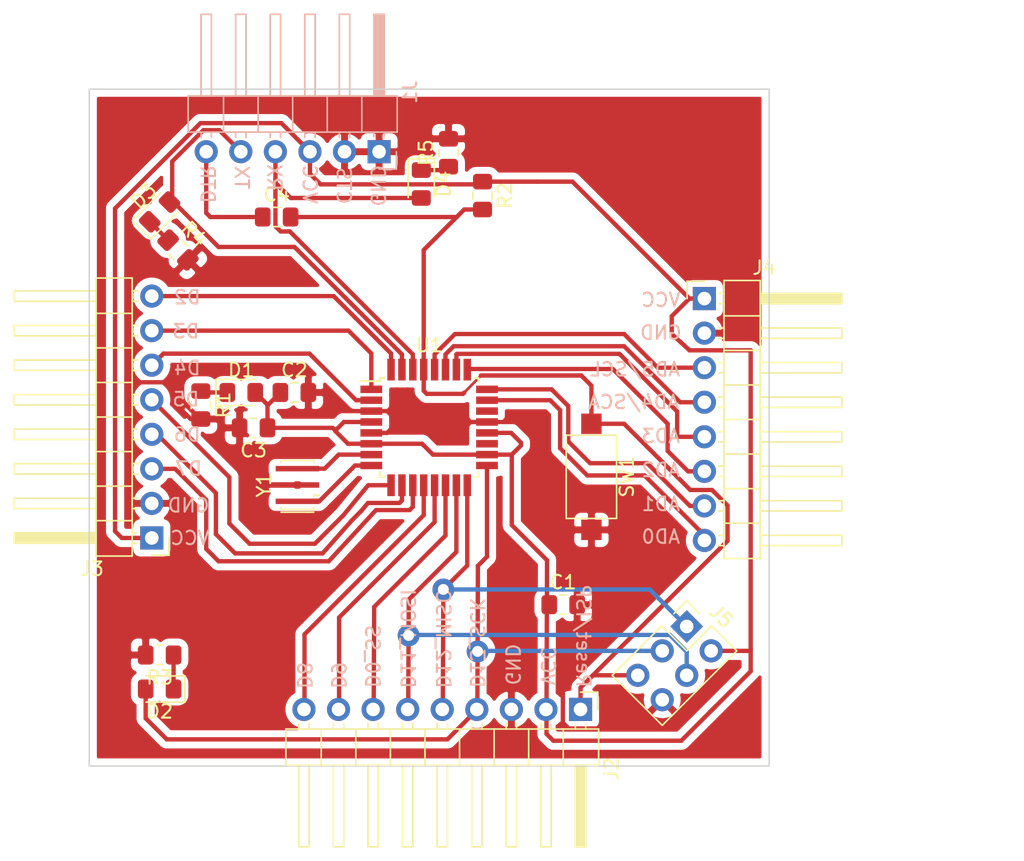
<source format=kicad_pcb>
(kicad_pcb (version 20171130) (host pcbnew "(5.1.6)-1")

  (general
    (thickness 1.6)
    (drawings 37)
    (tracks 269)
    (zones 0)
    (modules 21)
    (nets 31)
  )

  (page A4)
  (layers
    (0 F.Cu signal)
    (31 B.Cu signal)
    (32 B.Adhes user)
    (33 F.Adhes user)
    (34 B.Paste user)
    (35 F.Paste user)
    (36 B.SilkS user)
    (37 F.SilkS user)
    (38 B.Mask user)
    (39 F.Mask user)
    (40 Dwgs.User user)
    (41 Cmts.User user)
    (42 Eco1.User user)
    (43 Eco2.User user)
    (44 Edge.Cuts user)
    (45 Margin user)
    (46 B.CrtYd user)
    (47 F.CrtYd user)
    (48 B.Fab user)
    (49 F.Fab user)
  )

  (setup
    (last_trace_width 0.32)
    (trace_clearance 0.16)
    (zone_clearance 0.508)
    (zone_45_only no)
    (trace_min 0.2)
    (via_size 0.8)
    (via_drill 0.4)
    (via_min_size 0.4)
    (via_min_drill 0.3)
    (uvia_size 0.3)
    (uvia_drill 0.1)
    (uvias_allowed no)
    (uvia_min_size 0.2)
    (uvia_min_drill 0.1)
    (edge_width 0.05)
    (segment_width 0.2)
    (pcb_text_width 0.3)
    (pcb_text_size 1.5 1.5)
    (mod_edge_width 0.12)
    (mod_text_size 1 1)
    (mod_text_width 0.15)
    (pad_size 1.524 1.524)
    (pad_drill 0.762)
    (pad_to_mask_clearance 0.05)
    (aux_axis_origin 0 0)
    (visible_elements 7FFFFFFF)
    (pcbplotparams
      (layerselection 0x010fc_ffffffff)
      (usegerberextensions false)
      (usegerberattributes true)
      (usegerberadvancedattributes true)
      (creategerberjobfile true)
      (excludeedgelayer true)
      (linewidth 0.100000)
      (plotframeref false)
      (viasonmask false)
      (mode 1)
      (useauxorigin false)
      (hpglpennumber 1)
      (hpglpenspeed 20)
      (hpglpendiameter 15.000000)
      (psnegative false)
      (psa4output false)
      (plotreference true)
      (plotvalue true)
      (plotinvisibletext false)
      (padsonsilk false)
      (subtractmaskfromsilk false)
      (outputformat 1)
      (mirror false)
      (drillshape 1)
      (scaleselection 1)
      (outputdirectory ""))
  )

  (net 0 "")
  (net 1 GND)
  (net 2 /VCC)
  (net 3 /DTR)
  (net 4 "Net-(D1-Pad1)")
  (net 5 /D13_SCK)
  (net 6 "Net-(D2-Pad1)")
  (net 7 /D1_TX)
  (net 8 /D0_RX)
  (net 9 /D8)
  (net 10 /D9)
  (net 11 /D10_SS)
  (net 12 /D11_MOSI)
  (net 13 /D12_MISO)
  (net 14 /D2)
  (net 15 /D3)
  (net 16 /D4)
  (net 17 /D5)
  (net 18 /D6)
  (net 19 /D7)
  (net 20 /A0)
  (net 21 /A1)
  (net 22 /A2)
  (net 23 /A3)
  (net 24 /A4_SCA)
  (net 25 /A5_SCL)
  (net 26 "Net-(U1-Pad8)")
  (net 27 "Net-(U1-Pad7)")
  (net 28 "Net-(D3-Pad1)")
  (net 29 "Net-(D4-Pad1)")
  (net 30 /RST)

  (net_class Default "This is the default net class."
    (clearance 0.16)
    (trace_width 0.32)
    (via_dia 0.8)
    (via_drill 0.4)
    (uvia_dia 0.3)
    (uvia_drill 0.1)
    (add_net /A0)
    (add_net /A1)
    (add_net /A2)
    (add_net /A3)
    (add_net /A4_SCA)
    (add_net /A5_SCL)
    (add_net /D0_RX)
    (add_net /D10_SS)
    (add_net /D11_MOSI)
    (add_net /D12_MISO)
    (add_net /D13_SCK)
    (add_net /D1_TX)
    (add_net /D2)
    (add_net /D3)
    (add_net /D4)
    (add_net /D5)
    (add_net /D6)
    (add_net /D7)
    (add_net /D8)
    (add_net /D9)
    (add_net /DTR)
    (add_net /RST)
    (add_net /VCC)
    (add_net GND)
    (add_net "Net-(D1-Pad1)")
    (add_net "Net-(D2-Pad1)")
    (add_net "Net-(D3-Pad1)")
    (add_net "Net-(D4-Pad1)")
    (add_net "Net-(U1-Pad19)")
    (add_net "Net-(U1-Pad22)")
    (add_net "Net-(U1-Pad7)")
    (add_net "Net-(U1-Pad8)")
  )

  (module Connector_PinHeader_2.54mm:PinHeader_2x03_P2.54mm_Vertical (layer F.Cu) (tedit 59FED5CC) (tstamp 5F0169A9)
    (at 69.3 64.9 315)
    (descr "Through hole straight pin header, 2x03, 2.54mm pitch, double rows")
    (tags "Through hole pin header THT 2x03 2.54mm double row")
    (path /5F0192B3)
    (fp_text reference J5 (at 1.27 -2.33 135) (layer F.SilkS)
      (effects (font (size 1 1) (thickness 0.15)))
    )
    (fp_text value AVR-ISP-6 (at 1.27 7.41 135) (layer F.Fab)
      (effects (font (size 1 1) (thickness 0.15)))
    )
    (fp_text user %R (at 1.27 2.54 45) (layer F.Fab)
      (effects (font (size 1 1) (thickness 0.15)))
    )
    (fp_line (start 0 -1.27) (end 3.81 -1.27) (layer F.Fab) (width 0.1))
    (fp_line (start 3.81 -1.27) (end 3.81 6.35) (layer F.Fab) (width 0.1))
    (fp_line (start 3.81 6.35) (end -1.27 6.35) (layer F.Fab) (width 0.1))
    (fp_line (start -1.27 6.35) (end -1.27 0) (layer F.Fab) (width 0.1))
    (fp_line (start -1.27 0) (end 0 -1.27) (layer F.Fab) (width 0.1))
    (fp_line (start -1.33 6.41) (end 3.87 6.41) (layer F.SilkS) (width 0.12))
    (fp_line (start -1.33 1.27) (end -1.33 6.41) (layer F.SilkS) (width 0.12))
    (fp_line (start 3.87 -1.33) (end 3.87 6.41) (layer F.SilkS) (width 0.12))
    (fp_line (start -1.33 1.27) (end 1.27 1.27) (layer F.SilkS) (width 0.12))
    (fp_line (start 1.27 1.27) (end 1.27 -1.33) (layer F.SilkS) (width 0.12))
    (fp_line (start 1.27 -1.33) (end 3.87 -1.33) (layer F.SilkS) (width 0.12))
    (fp_line (start -1.33 0) (end -1.33 -1.33) (layer F.SilkS) (width 0.12))
    (fp_line (start -1.33 -1.33) (end 0 -1.33) (layer F.SilkS) (width 0.12))
    (fp_line (start -1.8 -1.8) (end -1.8 6.85) (layer F.CrtYd) (width 0.05))
    (fp_line (start -1.8 6.85) (end 4.35 6.85) (layer F.CrtYd) (width 0.05))
    (fp_line (start 4.35 6.85) (end 4.35 -1.8) (layer F.CrtYd) (width 0.05))
    (fp_line (start 4.35 -1.8) (end -1.8 -1.8) (layer F.CrtYd) (width 0.05))
    (pad 6 thru_hole oval (at 2.54 5.08 315) (size 1.7 1.7) (drill 1) (layers *.Cu *.Mask)
      (net 1 GND))
    (pad 5 thru_hole oval (at 0 5.08 315) (size 1.7 1.7) (drill 1) (layers *.Cu *.Mask)
      (net 30 /RST))
    (pad 4 thru_hole oval (at 2.54 2.54 315) (size 1.7 1.7) (drill 1) (layers *.Cu *.Mask)
      (net 12 /D11_MOSI))
    (pad 3 thru_hole oval (at 0 2.54 315) (size 1.7 1.7) (drill 1) (layers *.Cu *.Mask)
      (net 5 /D13_SCK))
    (pad 2 thru_hole oval (at 2.54 0 315) (size 1.7 1.7) (drill 1) (layers *.Cu *.Mask)
      (net 2 /VCC))
    (pad 1 thru_hole rect (at 0 0 315) (size 1.7 1.7) (drill 1) (layers *.Cu *.Mask)
      (net 13 /D12_MISO))
    (model ${KISYS3DMOD}/Connector_PinHeader_2.54mm.3dshapes/PinHeader_2x03_P2.54mm_Vertical.wrl
      (at (xyz 0 0 0))
      (scale (xyz 1 1 1))
      (rotate (xyz 0 0 0))
    )
  )

  (module Connector_PinHeader_2.54mm:PinHeader_1x09_P2.54mm_Horizontal (layer F.Cu) (tedit 59FED5CB) (tstamp 5F00FDE6)
    (at 61.5 71 270)
    (descr "Through hole angled pin header, 1x09, 2.54mm pitch, 6mm pin length, single row")
    (tags "Through hole angled pin header THT 1x09 2.54mm single row")
    (path /5F04202B)
    (fp_text reference J2 (at 4.385 -2.27 90) (layer F.SilkS)
      (effects (font (size 1 1) (thickness 0.15)))
    )
    (fp_text value Conn_01x08_Male (at 4.385 22.59 90) (layer F.Fab)
      (effects (font (size 1 1) (thickness 0.15)))
    )
    (fp_line (start 10.55 -1.8) (end -1.8 -1.8) (layer F.CrtYd) (width 0.05))
    (fp_line (start 10.55 22.1) (end 10.55 -1.8) (layer F.CrtYd) (width 0.05))
    (fp_line (start -1.8 22.1) (end 10.55 22.1) (layer F.CrtYd) (width 0.05))
    (fp_line (start -1.8 -1.8) (end -1.8 22.1) (layer F.CrtYd) (width 0.05))
    (fp_line (start -1.27 -1.27) (end 0 -1.27) (layer F.SilkS) (width 0.12))
    (fp_line (start -1.27 0) (end -1.27 -1.27) (layer F.SilkS) (width 0.12))
    (fp_line (start 1.042929 20.7) (end 1.44 20.7) (layer F.SilkS) (width 0.12))
    (fp_line (start 1.042929 19.94) (end 1.44 19.94) (layer F.SilkS) (width 0.12))
    (fp_line (start 10.1 20.7) (end 4.1 20.7) (layer F.SilkS) (width 0.12))
    (fp_line (start 10.1 19.94) (end 10.1 20.7) (layer F.SilkS) (width 0.12))
    (fp_line (start 4.1 19.94) (end 10.1 19.94) (layer F.SilkS) (width 0.12))
    (fp_line (start 1.44 19.05) (end 4.1 19.05) (layer F.SilkS) (width 0.12))
    (fp_line (start 1.042929 18.16) (end 1.44 18.16) (layer F.SilkS) (width 0.12))
    (fp_line (start 1.042929 17.4) (end 1.44 17.4) (layer F.SilkS) (width 0.12))
    (fp_line (start 10.1 18.16) (end 4.1 18.16) (layer F.SilkS) (width 0.12))
    (fp_line (start 10.1 17.4) (end 10.1 18.16) (layer F.SilkS) (width 0.12))
    (fp_line (start 4.1 17.4) (end 10.1 17.4) (layer F.SilkS) (width 0.12))
    (fp_line (start 1.44 16.51) (end 4.1 16.51) (layer F.SilkS) (width 0.12))
    (fp_line (start 1.042929 15.62) (end 1.44 15.62) (layer F.SilkS) (width 0.12))
    (fp_line (start 1.042929 14.86) (end 1.44 14.86) (layer F.SilkS) (width 0.12))
    (fp_line (start 10.1 15.62) (end 4.1 15.62) (layer F.SilkS) (width 0.12))
    (fp_line (start 10.1 14.86) (end 10.1 15.62) (layer F.SilkS) (width 0.12))
    (fp_line (start 4.1 14.86) (end 10.1 14.86) (layer F.SilkS) (width 0.12))
    (fp_line (start 1.44 13.97) (end 4.1 13.97) (layer F.SilkS) (width 0.12))
    (fp_line (start 1.042929 13.08) (end 1.44 13.08) (layer F.SilkS) (width 0.12))
    (fp_line (start 1.042929 12.32) (end 1.44 12.32) (layer F.SilkS) (width 0.12))
    (fp_line (start 10.1 13.08) (end 4.1 13.08) (layer F.SilkS) (width 0.12))
    (fp_line (start 10.1 12.32) (end 10.1 13.08) (layer F.SilkS) (width 0.12))
    (fp_line (start 4.1 12.32) (end 10.1 12.32) (layer F.SilkS) (width 0.12))
    (fp_line (start 1.44 11.43) (end 4.1 11.43) (layer F.SilkS) (width 0.12))
    (fp_line (start 1.042929 10.54) (end 1.44 10.54) (layer F.SilkS) (width 0.12))
    (fp_line (start 1.042929 9.78) (end 1.44 9.78) (layer F.SilkS) (width 0.12))
    (fp_line (start 10.1 10.54) (end 4.1 10.54) (layer F.SilkS) (width 0.12))
    (fp_line (start 10.1 9.78) (end 10.1 10.54) (layer F.SilkS) (width 0.12))
    (fp_line (start 4.1 9.78) (end 10.1 9.78) (layer F.SilkS) (width 0.12))
    (fp_line (start 1.44 8.89) (end 4.1 8.89) (layer F.SilkS) (width 0.12))
    (fp_line (start 1.042929 8) (end 1.44 8) (layer F.SilkS) (width 0.12))
    (fp_line (start 1.042929 7.24) (end 1.44 7.24) (layer F.SilkS) (width 0.12))
    (fp_line (start 10.1 8) (end 4.1 8) (layer F.SilkS) (width 0.12))
    (fp_line (start 10.1 7.24) (end 10.1 8) (layer F.SilkS) (width 0.12))
    (fp_line (start 4.1 7.24) (end 10.1 7.24) (layer F.SilkS) (width 0.12))
    (fp_line (start 1.44 6.35) (end 4.1 6.35) (layer F.SilkS) (width 0.12))
    (fp_line (start 1.042929 5.46) (end 1.44 5.46) (layer F.SilkS) (width 0.12))
    (fp_line (start 1.042929 4.7) (end 1.44 4.7) (layer F.SilkS) (width 0.12))
    (fp_line (start 10.1 5.46) (end 4.1 5.46) (layer F.SilkS) (width 0.12))
    (fp_line (start 10.1 4.7) (end 10.1 5.46) (layer F.SilkS) (width 0.12))
    (fp_line (start 4.1 4.7) (end 10.1 4.7) (layer F.SilkS) (width 0.12))
    (fp_line (start 1.44 3.81) (end 4.1 3.81) (layer F.SilkS) (width 0.12))
    (fp_line (start 1.042929 2.92) (end 1.44 2.92) (layer F.SilkS) (width 0.12))
    (fp_line (start 1.042929 2.16) (end 1.44 2.16) (layer F.SilkS) (width 0.12))
    (fp_line (start 10.1 2.92) (end 4.1 2.92) (layer F.SilkS) (width 0.12))
    (fp_line (start 10.1 2.16) (end 10.1 2.92) (layer F.SilkS) (width 0.12))
    (fp_line (start 4.1 2.16) (end 10.1 2.16) (layer F.SilkS) (width 0.12))
    (fp_line (start 1.44 1.27) (end 4.1 1.27) (layer F.SilkS) (width 0.12))
    (fp_line (start 1.11 0.38) (end 1.44 0.38) (layer F.SilkS) (width 0.12))
    (fp_line (start 1.11 -0.38) (end 1.44 -0.38) (layer F.SilkS) (width 0.12))
    (fp_line (start 4.1 0.28) (end 10.1 0.28) (layer F.SilkS) (width 0.12))
    (fp_line (start 4.1 0.16) (end 10.1 0.16) (layer F.SilkS) (width 0.12))
    (fp_line (start 4.1 0.04) (end 10.1 0.04) (layer F.SilkS) (width 0.12))
    (fp_line (start 4.1 -0.08) (end 10.1 -0.08) (layer F.SilkS) (width 0.12))
    (fp_line (start 4.1 -0.2) (end 10.1 -0.2) (layer F.SilkS) (width 0.12))
    (fp_line (start 4.1 -0.32) (end 10.1 -0.32) (layer F.SilkS) (width 0.12))
    (fp_line (start 10.1 0.38) (end 4.1 0.38) (layer F.SilkS) (width 0.12))
    (fp_line (start 10.1 -0.38) (end 10.1 0.38) (layer F.SilkS) (width 0.12))
    (fp_line (start 4.1 -0.38) (end 10.1 -0.38) (layer F.SilkS) (width 0.12))
    (fp_line (start 4.1 -1.33) (end 1.44 -1.33) (layer F.SilkS) (width 0.12))
    (fp_line (start 4.1 21.65) (end 4.1 -1.33) (layer F.SilkS) (width 0.12))
    (fp_line (start 1.44 21.65) (end 4.1 21.65) (layer F.SilkS) (width 0.12))
    (fp_line (start 1.44 -1.33) (end 1.44 21.65) (layer F.SilkS) (width 0.12))
    (fp_line (start 4.04 20.64) (end 10.04 20.64) (layer F.Fab) (width 0.1))
    (fp_line (start 10.04 20) (end 10.04 20.64) (layer F.Fab) (width 0.1))
    (fp_line (start 4.04 20) (end 10.04 20) (layer F.Fab) (width 0.1))
    (fp_line (start -0.32 20.64) (end 1.5 20.64) (layer F.Fab) (width 0.1))
    (fp_line (start -0.32 20) (end -0.32 20.64) (layer F.Fab) (width 0.1))
    (fp_line (start -0.32 20) (end 1.5 20) (layer F.Fab) (width 0.1))
    (fp_line (start 4.04 18.1) (end 10.04 18.1) (layer F.Fab) (width 0.1))
    (fp_line (start 10.04 17.46) (end 10.04 18.1) (layer F.Fab) (width 0.1))
    (fp_line (start 4.04 17.46) (end 10.04 17.46) (layer F.Fab) (width 0.1))
    (fp_line (start -0.32 18.1) (end 1.5 18.1) (layer F.Fab) (width 0.1))
    (fp_line (start -0.32 17.46) (end -0.32 18.1) (layer F.Fab) (width 0.1))
    (fp_line (start -0.32 17.46) (end 1.5 17.46) (layer F.Fab) (width 0.1))
    (fp_line (start 4.04 15.56) (end 10.04 15.56) (layer F.Fab) (width 0.1))
    (fp_line (start 10.04 14.92) (end 10.04 15.56) (layer F.Fab) (width 0.1))
    (fp_line (start 4.04 14.92) (end 10.04 14.92) (layer F.Fab) (width 0.1))
    (fp_line (start -0.32 15.56) (end 1.5 15.56) (layer F.Fab) (width 0.1))
    (fp_line (start -0.32 14.92) (end -0.32 15.56) (layer F.Fab) (width 0.1))
    (fp_line (start -0.32 14.92) (end 1.5 14.92) (layer F.Fab) (width 0.1))
    (fp_line (start 4.04 13.02) (end 10.04 13.02) (layer F.Fab) (width 0.1))
    (fp_line (start 10.04 12.38) (end 10.04 13.02) (layer F.Fab) (width 0.1))
    (fp_line (start 4.04 12.38) (end 10.04 12.38) (layer F.Fab) (width 0.1))
    (fp_line (start -0.32 13.02) (end 1.5 13.02) (layer F.Fab) (width 0.1))
    (fp_line (start -0.32 12.38) (end -0.32 13.02) (layer F.Fab) (width 0.1))
    (fp_line (start -0.32 12.38) (end 1.5 12.38) (layer F.Fab) (width 0.1))
    (fp_line (start 4.04 10.48) (end 10.04 10.48) (layer F.Fab) (width 0.1))
    (fp_line (start 10.04 9.84) (end 10.04 10.48) (layer F.Fab) (width 0.1))
    (fp_line (start 4.04 9.84) (end 10.04 9.84) (layer F.Fab) (width 0.1))
    (fp_line (start -0.32 10.48) (end 1.5 10.48) (layer F.Fab) (width 0.1))
    (fp_line (start -0.32 9.84) (end -0.32 10.48) (layer F.Fab) (width 0.1))
    (fp_line (start -0.32 9.84) (end 1.5 9.84) (layer F.Fab) (width 0.1))
    (fp_line (start 4.04 7.94) (end 10.04 7.94) (layer F.Fab) (width 0.1))
    (fp_line (start 10.04 7.3) (end 10.04 7.94) (layer F.Fab) (width 0.1))
    (fp_line (start 4.04 7.3) (end 10.04 7.3) (layer F.Fab) (width 0.1))
    (fp_line (start -0.32 7.94) (end 1.5 7.94) (layer F.Fab) (width 0.1))
    (fp_line (start -0.32 7.3) (end -0.32 7.94) (layer F.Fab) (width 0.1))
    (fp_line (start -0.32 7.3) (end 1.5 7.3) (layer F.Fab) (width 0.1))
    (fp_line (start 4.04 5.4) (end 10.04 5.4) (layer F.Fab) (width 0.1))
    (fp_line (start 10.04 4.76) (end 10.04 5.4) (layer F.Fab) (width 0.1))
    (fp_line (start 4.04 4.76) (end 10.04 4.76) (layer F.Fab) (width 0.1))
    (fp_line (start -0.32 5.4) (end 1.5 5.4) (layer F.Fab) (width 0.1))
    (fp_line (start -0.32 4.76) (end -0.32 5.4) (layer F.Fab) (width 0.1))
    (fp_line (start -0.32 4.76) (end 1.5 4.76) (layer F.Fab) (width 0.1))
    (fp_line (start 4.04 2.86) (end 10.04 2.86) (layer F.Fab) (width 0.1))
    (fp_line (start 10.04 2.22) (end 10.04 2.86) (layer F.Fab) (width 0.1))
    (fp_line (start 4.04 2.22) (end 10.04 2.22) (layer F.Fab) (width 0.1))
    (fp_line (start -0.32 2.86) (end 1.5 2.86) (layer F.Fab) (width 0.1))
    (fp_line (start -0.32 2.22) (end -0.32 2.86) (layer F.Fab) (width 0.1))
    (fp_line (start -0.32 2.22) (end 1.5 2.22) (layer F.Fab) (width 0.1))
    (fp_line (start 4.04 0.32) (end 10.04 0.32) (layer F.Fab) (width 0.1))
    (fp_line (start 10.04 -0.32) (end 10.04 0.32) (layer F.Fab) (width 0.1))
    (fp_line (start 4.04 -0.32) (end 10.04 -0.32) (layer F.Fab) (width 0.1))
    (fp_line (start -0.32 0.32) (end 1.5 0.32) (layer F.Fab) (width 0.1))
    (fp_line (start -0.32 -0.32) (end -0.32 0.32) (layer F.Fab) (width 0.1))
    (fp_line (start -0.32 -0.32) (end 1.5 -0.32) (layer F.Fab) (width 0.1))
    (fp_line (start 1.5 -0.635) (end 2.135 -1.27) (layer F.Fab) (width 0.1))
    (fp_line (start 1.5 21.59) (end 1.5 -0.635) (layer F.Fab) (width 0.1))
    (fp_line (start 4.04 21.59) (end 1.5 21.59) (layer F.Fab) (width 0.1))
    (fp_line (start 4.04 -1.27) (end 4.04 21.59) (layer F.Fab) (width 0.1))
    (fp_line (start 2.135 -1.27) (end 4.04 -1.27) (layer F.Fab) (width 0.1))
    (fp_text user %R (at 2.77 10.16) (layer F.Fab)
      (effects (font (size 1 1) (thickness 0.15)))
    )
    (pad 9 thru_hole oval (at 0 20.32 270) (size 1.7 1.7) (drill 1) (layers *.Cu *.Mask)
      (net 9 /D8))
    (pad 8 thru_hole oval (at 0 17.78 270) (size 1.7 1.7) (drill 1) (layers *.Cu *.Mask)
      (net 10 /D9))
    (pad 7 thru_hole oval (at 0 15.24 270) (size 1.7 1.7) (drill 1) (layers *.Cu *.Mask)
      (net 11 /D10_SS))
    (pad 6 thru_hole oval (at 0 12.7 270) (size 1.7 1.7) (drill 1) (layers *.Cu *.Mask)
      (net 12 /D11_MOSI))
    (pad 5 thru_hole oval (at 0 10.16 270) (size 1.7 1.7) (drill 1) (layers *.Cu *.Mask)
      (net 13 /D12_MISO))
    (pad 4 thru_hole oval (at 0 7.62 270) (size 1.7 1.7) (drill 1) (layers *.Cu *.Mask)
      (net 5 /D13_SCK))
    (pad 3 thru_hole oval (at 0 5.08 270) (size 1.7 1.7) (drill 1) (layers *.Cu *.Mask)
      (net 1 GND))
    (pad 2 thru_hole oval (at 0 2.54 270) (size 1.7 1.7) (drill 1) (layers *.Cu *.Mask)
      (net 2 /VCC))
    (pad 1 thru_hole rect (at 0 0 270) (size 1.7 1.7) (drill 1) (layers *.Cu *.Mask)
      (net 30 /RST))
    (model ${KISYS3DMOD}/Connector_PinHeader_2.54mm.3dshapes/PinHeader_1x09_P2.54mm_Horizontal.wrl
      (at (xyz 0 0 0))
      (scale (xyz 1 1 1))
      (rotate (xyz 0 0 0))
    )
  )

  (module Resistor_SMD:R_0805_2012Metric_Pad1.15x1.40mm_HandSolder (layer F.Cu) (tedit 5B36C52B) (tstamp 5F019431)
    (at 51.8 30.075 90)
    (descr "Resistor SMD 0805 (2012 Metric), square (rectangular) end terminal, IPC_7351 nominal with elongated pad for handsoldering. (Body size source: https://docs.google.com/spreadsheets/d/1BsfQQcO9C6DZCsRaXUlFlo91Tg2WpOkGARC1WS5S8t0/edit?usp=sharing), generated with kicad-footprint-generator")
    (tags "resistor handsolder")
    (path /5F08C303)
    (attr smd)
    (fp_text reference R5 (at 0 -1.65 90) (layer F.SilkS)
      (effects (font (size 1 1) (thickness 0.15)))
    )
    (fp_text value 1k (at 0 1.65 90) (layer F.Fab)
      (effects (font (size 1 1) (thickness 0.15)))
    )
    (fp_line (start 1.85 0.95) (end -1.85 0.95) (layer F.CrtYd) (width 0.05))
    (fp_line (start 1.85 -0.95) (end 1.85 0.95) (layer F.CrtYd) (width 0.05))
    (fp_line (start -1.85 -0.95) (end 1.85 -0.95) (layer F.CrtYd) (width 0.05))
    (fp_line (start -1.85 0.95) (end -1.85 -0.95) (layer F.CrtYd) (width 0.05))
    (fp_line (start -0.261252 0.71) (end 0.261252 0.71) (layer F.SilkS) (width 0.12))
    (fp_line (start -0.261252 -0.71) (end 0.261252 -0.71) (layer F.SilkS) (width 0.12))
    (fp_line (start 1 0.6) (end -1 0.6) (layer F.Fab) (width 0.1))
    (fp_line (start 1 -0.6) (end 1 0.6) (layer F.Fab) (width 0.1))
    (fp_line (start -1 -0.6) (end 1 -0.6) (layer F.Fab) (width 0.1))
    (fp_line (start -1 0.6) (end -1 -0.6) (layer F.Fab) (width 0.1))
    (fp_text user %R (at 0 0 90) (layer F.Fab)
      (effects (font (size 0.5 0.5) (thickness 0.08)))
    )
    (pad 2 smd roundrect (at 1.025 0 90) (size 1.15 1.4) (layers F.Cu F.Paste F.Mask) (roundrect_rratio 0.217391)
      (net 1 GND))
    (pad 1 smd roundrect (at -1.025 0 90) (size 1.15 1.4) (layers F.Cu F.Paste F.Mask) (roundrect_rratio 0.217391)
      (net 29 "Net-(D4-Pad1)"))
    (model ${KISYS3DMOD}/Resistor_SMD.3dshapes/R_0805_2012Metric.wrl
      (at (xyz 0 0 0))
      (scale (xyz 1 1 1))
      (rotate (xyz 0 0 0))
    )
  )

  (module Resistor_SMD:R_0805_2012Metric_Pad1.15x1.40mm_HandSolder (layer F.Cu) (tedit 5B36C52B) (tstamp 5F019420)
    (at 31.924784 37.224784 315)
    (descr "Resistor SMD 0805 (2012 Metric), square (rectangular) end terminal, IPC_7351 nominal with elongated pad for handsoldering. (Body size source: https://docs.google.com/spreadsheets/d/1BsfQQcO9C6DZCsRaXUlFlo91Tg2WpOkGARC1WS5S8t0/edit?usp=sharing), generated with kicad-footprint-generator")
    (tags "resistor handsolder")
    (path /5F089A39)
    (attr smd)
    (fp_text reference R4 (at 0 -1.65 135) (layer F.SilkS)
      (effects (font (size 1 1) (thickness 0.15)))
    )
    (fp_text value 1k (at 0 1.65 135) (layer F.Fab)
      (effects (font (size 1 1) (thickness 0.15)))
    )
    (fp_line (start 1.85 0.95) (end -1.85 0.95) (layer F.CrtYd) (width 0.05))
    (fp_line (start 1.85 -0.95) (end 1.85 0.95) (layer F.CrtYd) (width 0.05))
    (fp_line (start -1.85 -0.95) (end 1.85 -0.95) (layer F.CrtYd) (width 0.05))
    (fp_line (start -1.85 0.95) (end -1.85 -0.95) (layer F.CrtYd) (width 0.05))
    (fp_line (start -0.261252 0.71) (end 0.261252 0.71) (layer F.SilkS) (width 0.12))
    (fp_line (start -0.261252 -0.71) (end 0.261252 -0.71) (layer F.SilkS) (width 0.12))
    (fp_line (start 1 0.6) (end -1 0.6) (layer F.Fab) (width 0.1))
    (fp_line (start 1 -0.6) (end 1 0.6) (layer F.Fab) (width 0.1))
    (fp_line (start -1 -0.6) (end 1 -0.6) (layer F.Fab) (width 0.1))
    (fp_line (start -1 0.6) (end -1 -0.6) (layer F.Fab) (width 0.1))
    (fp_text user %R (at 0 0 135) (layer F.Fab)
      (effects (font (size 0.5 0.5) (thickness 0.08)))
    )
    (pad 2 smd roundrect (at 1.025 0 315) (size 1.15 1.4) (layers F.Cu F.Paste F.Mask) (roundrect_rratio 0.217391)
      (net 1 GND))
    (pad 1 smd roundrect (at -1.025 0 315) (size 1.15 1.4) (layers F.Cu F.Paste F.Mask) (roundrect_rratio 0.217391)
      (net 28 "Net-(D3-Pad1)"))
    (model ${KISYS3DMOD}/Resistor_SMD.3dshapes/R_0805_2012Metric.wrl
      (at (xyz 0 0 0))
      (scale (xyz 1 1 1))
      (rotate (xyz 0 0 0))
    )
  )

  (module LED_SMD:LED_0805_2012Metric_Pad1.15x1.40mm_HandSolder (layer F.Cu) (tedit 5B4B45C9) (tstamp 5F018FE3)
    (at 49.8 32.375001 270)
    (descr "LED SMD 0805 (2012 Metric), square (rectangular) end terminal, IPC_7351 nominal, (Body size source: https://docs.google.com/spreadsheets/d/1BsfQQcO9C6DZCsRaXUlFlo91Tg2WpOkGARC1WS5S8t0/edit?usp=sharing), generated with kicad-footprint-generator")
    (tags "LED handsolder")
    (path /5F08C2FD)
    (attr smd)
    (fp_text reference D4 (at 0 -1.65 90) (layer F.SilkS)
      (effects (font (size 1 1) (thickness 0.15)))
    )
    (fp_text value Rx_led (at 0 1.65 90) (layer F.Fab)
      (effects (font (size 1 1) (thickness 0.15)))
    )
    (fp_line (start 1.85 0.95) (end -1.85 0.95) (layer F.CrtYd) (width 0.05))
    (fp_line (start 1.85 -0.95) (end 1.85 0.95) (layer F.CrtYd) (width 0.05))
    (fp_line (start -1.85 -0.95) (end 1.85 -0.95) (layer F.CrtYd) (width 0.05))
    (fp_line (start -1.85 0.95) (end -1.85 -0.95) (layer F.CrtYd) (width 0.05))
    (fp_line (start -1.86 0.96) (end 1 0.96) (layer F.SilkS) (width 0.12))
    (fp_line (start -1.86 -0.96) (end -1.86 0.96) (layer F.SilkS) (width 0.12))
    (fp_line (start 1 -0.96) (end -1.86 -0.96) (layer F.SilkS) (width 0.12))
    (fp_line (start 1 0.6) (end 1 -0.6) (layer F.Fab) (width 0.1))
    (fp_line (start -1 0.6) (end 1 0.6) (layer F.Fab) (width 0.1))
    (fp_line (start -1 -0.3) (end -1 0.6) (layer F.Fab) (width 0.1))
    (fp_line (start -0.7 -0.6) (end -1 -0.3) (layer F.Fab) (width 0.1))
    (fp_line (start 1 -0.6) (end -0.7 -0.6) (layer F.Fab) (width 0.1))
    (fp_text user %R (at 0 0 90) (layer F.Fab)
      (effects (font (size 0.5 0.5) (thickness 0.08)))
    )
    (pad 2 smd roundrect (at 1.025 0 270) (size 1.15 1.4) (layers F.Cu F.Paste F.Mask) (roundrect_rratio 0.217391)
      (net 8 /D0_RX))
    (pad 1 smd roundrect (at -1.025 0 270) (size 1.15 1.4) (layers F.Cu F.Paste F.Mask) (roundrect_rratio 0.217391)
      (net 29 "Net-(D4-Pad1)"))
    (model ${KISYS3DMOD}/LED_SMD.3dshapes/LED_0805_2012Metric.wrl
      (at (xyz 0 0 0))
      (scale (xyz 1 1 1))
      (rotate (xyz 0 0 0))
    )
  )

  (module LED_SMD:LED_0805_2012Metric_Pad1.15x1.40mm_HandSolder (layer F.Cu) (tedit 5B4B45C9) (tstamp 5F018FD0)
    (at 30.575216 34.424784 45)
    (descr "LED SMD 0805 (2012 Metric), square (rectangular) end terminal, IPC_7351 nominal, (Body size source: https://docs.google.com/spreadsheets/d/1BsfQQcO9C6DZCsRaXUlFlo91Tg2WpOkGARC1WS5S8t0/edit?usp=sharing), generated with kicad-footprint-generator")
    (tags "LED handsolder")
    (path /5F089A33)
    (attr smd)
    (fp_text reference D3 (at 0 -1.65 45) (layer F.SilkS)
      (effects (font (size 1 1) (thickness 0.15)))
    )
    (fp_text value Tx_led (at 0 1.65 45) (layer F.Fab)
      (effects (font (size 1 1) (thickness 0.15)))
    )
    (fp_line (start 1.85 0.95) (end -1.85 0.95) (layer F.CrtYd) (width 0.05))
    (fp_line (start 1.85 -0.95) (end 1.85 0.95) (layer F.CrtYd) (width 0.05))
    (fp_line (start -1.85 -0.95) (end 1.85 -0.95) (layer F.CrtYd) (width 0.05))
    (fp_line (start -1.85 0.95) (end -1.85 -0.95) (layer F.CrtYd) (width 0.05))
    (fp_line (start -1.86 0.96) (end 1 0.96) (layer F.SilkS) (width 0.12))
    (fp_line (start -1.86 -0.96) (end -1.86 0.96) (layer F.SilkS) (width 0.12))
    (fp_line (start 1 -0.96) (end -1.86 -0.96) (layer F.SilkS) (width 0.12))
    (fp_line (start 1 0.6) (end 1 -0.6) (layer F.Fab) (width 0.1))
    (fp_line (start -1 0.6) (end 1 0.6) (layer F.Fab) (width 0.1))
    (fp_line (start -1 -0.3) (end -1 0.6) (layer F.Fab) (width 0.1))
    (fp_line (start -0.7 -0.6) (end -1 -0.3) (layer F.Fab) (width 0.1))
    (fp_line (start 1 -0.6) (end -0.7 -0.6) (layer F.Fab) (width 0.1))
    (fp_text user %R (at 0 0 45) (layer F.Fab)
      (effects (font (size 0.5 0.5) (thickness 0.08)))
    )
    (pad 2 smd roundrect (at 1.025 0 45) (size 1.15 1.4) (layers F.Cu F.Paste F.Mask) (roundrect_rratio 0.217391)
      (net 7 /D1_TX))
    (pad 1 smd roundrect (at -1.025 0 45) (size 1.15 1.4) (layers F.Cu F.Paste F.Mask) (roundrect_rratio 0.217391)
      (net 28 "Net-(D3-Pad1)"))
    (model ${KISYS3DMOD}/LED_SMD.3dshapes/LED_0805_2012Metric.wrl
      (at (xyz 0 0 0))
      (scale (xyz 1 1 1))
      (rotate (xyz 0 0 0))
    )
  )

  (module Crystal:Resonator_SMD_muRata_CSTxExxV-3Pin_3.0x1.1mm_HandSoldering (layer F.Cu) (tedit 5AD3593B) (tstamp 5F00FF8A)
    (at 40.7 54.5 90)
    (descr "SMD Resomator/Filter Murata CSTCE, https://www.murata.com/en-eu/products/productdata/8801162264606/SPEC-CSTNE16M0VH3C000R0.pdf")
    (tags "SMD SMT ceramic resonator filter")
    (path /5F00BA41)
    (attr smd)
    (fp_text reference Y1 (at 0 -2.45 90) (layer F.SilkS)
      (effects (font (size 1 1) (thickness 0.15)))
    )
    (fp_text value 16mhz (at 0 1.8 90) (layer F.Fab)
      (effects (font (size 0.2 0.2) (thickness 0.03)))
    )
    (fp_line (start 1.8 -1.2) (end 1.65 -1.2) (layer F.SilkS) (width 0.12))
    (fp_line (start 1.8 1.2) (end 1.65 1.2) (layer F.SilkS) (width 0.12))
    (fp_line (start -0.75 1.2) (end -0.8 1.2) (layer F.SilkS) (width 0.12))
    (fp_line (start -1.8 1.2) (end -1.65 1.2) (layer F.SilkS) (width 0.12))
    (fp_line (start -1.8 -1.2) (end -1.65 -1.2) (layer F.SilkS) (width 0.12))
    (fp_line (start -1.75 1.85) (end -1.75 -1.85) (layer F.CrtYd) (width 0.05))
    (fp_line (start 1.75 -1.85) (end 1.75 1.85) (layer F.CrtYd) (width 0.05))
    (fp_line (start -1.75 -1.85) (end 1.75 -1.85) (layer F.CrtYd) (width 0.05))
    (fp_line (start 1.75 1.85) (end -1.75 1.85) (layer F.CrtYd) (width 0.05))
    (fp_line (start -1.5 0.3) (end -1.5 -0.8) (layer F.Fab) (width 0.1))
    (fp_line (start -1 0.8) (end 1.5 0.8) (layer F.Fab) (width 0.1))
    (fp_line (start -1 0.8) (end -1.5 0.3) (layer F.Fab) (width 0.1))
    (fp_line (start 1.5 -0.8) (end -1.5 -0.8) (layer F.Fab) (width 0.1))
    (fp_line (start 1.5 0.8) (end 1.5 -0.8) (layer F.Fab) (width 0.1))
    (fp_line (start -2 0.8) (end -2 1.2) (layer F.SilkS) (width 0.12))
    (fp_line (start -1.8 0.8) (end -1.8 1.2) (layer F.SilkS) (width 0.12))
    (fp_line (start 1.8 0.8) (end 1.8 1.2) (layer F.SilkS) (width 0.12))
    (fp_line (start -2 -1.2) (end -2 0.8) (layer F.SilkS) (width 0.12))
    (fp_line (start -0.75 1.2) (end -0.75 1.6) (layer F.SilkS) (width 0.12))
    (fp_line (start -1.8 0.8) (end -1.8 -1.2) (layer F.SilkS) (width 0.12))
    (fp_line (start 1.8 -1.2) (end 1.8 0.8) (layer F.SilkS) (width 0.12))
    (fp_text user %R (at 0.1 -0.05 135) (layer F.Fab)
      (effects (font (size 0.6 0.6) (thickness 0.08)))
    )
    (pad 3 smd rect (at 1.2 0 90) (size 0.4 3.2) (layers F.Cu F.Paste F.Mask)
      (net 27 "Net-(U1-Pad7)"))
    (pad 2 smd rect (at 0 0 90) (size 0.4 3.2) (layers F.Cu F.Paste F.Mask)
      (net 1 GND))
    (pad 1 smd rect (at -1.2 0 90) (size 0.4 3.2) (layers F.Cu F.Paste F.Mask)
      (net 26 "Net-(U1-Pad8)"))
    (model ${KISYS3DMOD}/Crystal.3dshapes/Resonator_SMD_muRata_CSTxExxV-3Pin_3.0x1.1mm.wrl
      (at (xyz 0 0 0))
      (scale (xyz 1 1 1))
      (rotate (xyz 0 0 0))
    )
  )

  (module Package_QFP:TQFP-32_7x7mm_P0.8mm (layer F.Cu) (tedit 5A02F146) (tstamp 5F0104F4)
    (at 50.37836 50.26914)
    (descr "32-Lead Plastic Thin Quad Flatpack (PT) - 7x7x1.0 mm Body, 2.00 mm [TQFP] (see Microchip Packaging Specification 00000049BS.pdf)")
    (tags "QFP 0.8")
    (path /5F00A4F1)
    (attr smd)
    (fp_text reference U1 (at 0 -6.05) (layer F.SilkS)
      (effects (font (size 1 1) (thickness 0.15)))
    )
    (fp_text value ATmega328P-AU (at 0 6.05) (layer F.Fab)
      (effects (font (size 1 1) (thickness 0.15)))
    )
    (fp_line (start -3.625 -3.4) (end -5.05 -3.4) (layer F.SilkS) (width 0.15))
    (fp_line (start 3.625 -3.625) (end 3.3 -3.625) (layer F.SilkS) (width 0.15))
    (fp_line (start 3.625 3.625) (end 3.3 3.625) (layer F.SilkS) (width 0.15))
    (fp_line (start -3.625 3.625) (end -3.3 3.625) (layer F.SilkS) (width 0.15))
    (fp_line (start -3.625 -3.625) (end -3.3 -3.625) (layer F.SilkS) (width 0.15))
    (fp_line (start -3.625 3.625) (end -3.625 3.3) (layer F.SilkS) (width 0.15))
    (fp_line (start 3.625 3.625) (end 3.625 3.3) (layer F.SilkS) (width 0.15))
    (fp_line (start 3.625 -3.625) (end 3.625 -3.3) (layer F.SilkS) (width 0.15))
    (fp_line (start -3.625 -3.625) (end -3.625 -3.4) (layer F.SilkS) (width 0.15))
    (fp_line (start -5.3 5.3) (end 5.3 5.3) (layer F.CrtYd) (width 0.05))
    (fp_line (start -5.3 -5.3) (end 5.3 -5.3) (layer F.CrtYd) (width 0.05))
    (fp_line (start 5.3 -5.3) (end 5.3 5.3) (layer F.CrtYd) (width 0.05))
    (fp_line (start -5.3 -5.3) (end -5.3 5.3) (layer F.CrtYd) (width 0.05))
    (fp_line (start -3.5 -2.5) (end -2.5 -3.5) (layer F.Fab) (width 0.15))
    (fp_line (start -3.5 3.5) (end -3.5 -2.5) (layer F.Fab) (width 0.15))
    (fp_line (start 3.5 3.5) (end -3.5 3.5) (layer F.Fab) (width 0.15))
    (fp_line (start 3.5 -3.5) (end 3.5 3.5) (layer F.Fab) (width 0.15))
    (fp_line (start -2.5 -3.5) (end 3.5 -3.5) (layer F.Fab) (width 0.15))
    (fp_text user %R (at 0 0) (layer F.Fab)
      (effects (font (size 1 1) (thickness 0.15)))
    )
    (pad 32 smd rect (at -2.8 -4.25 90) (size 1.6 0.55) (layers F.Cu F.Paste F.Mask)
      (net 14 /D2))
    (pad 31 smd rect (at -2 -4.25 90) (size 1.6 0.55) (layers F.Cu F.Paste F.Mask)
      (net 7 /D1_TX))
    (pad 30 smd rect (at -1.2 -4.25 90) (size 1.6 0.55) (layers F.Cu F.Paste F.Mask)
      (net 8 /D0_RX))
    (pad 29 smd rect (at -0.4 -4.25 90) (size 1.6 0.55) (layers F.Cu F.Paste F.Mask)
      (net 30 /RST))
    (pad 28 smd rect (at 0.4 -4.25 90) (size 1.6 0.55) (layers F.Cu F.Paste F.Mask)
      (net 25 /A5_SCL))
    (pad 27 smd rect (at 1.2 -4.25 90) (size 1.6 0.55) (layers F.Cu F.Paste F.Mask)
      (net 24 /A4_SCA))
    (pad 26 smd rect (at 2 -4.25 90) (size 1.6 0.55) (layers F.Cu F.Paste F.Mask)
      (net 23 /A3))
    (pad 25 smd rect (at 2.8 -4.25 90) (size 1.6 0.55) (layers F.Cu F.Paste F.Mask)
      (net 22 /A2))
    (pad 24 smd rect (at 4.25 -2.8) (size 1.6 0.55) (layers F.Cu F.Paste F.Mask)
      (net 21 /A1))
    (pad 23 smd rect (at 4.25 -2) (size 1.6 0.55) (layers F.Cu F.Paste F.Mask)
      (net 20 /A0))
    (pad 22 smd rect (at 4.25 -1.2) (size 1.6 0.55) (layers F.Cu F.Paste F.Mask))
    (pad 21 smd rect (at 4.25 -0.4) (size 1.6 0.55) (layers F.Cu F.Paste F.Mask)
      (net 1 GND))
    (pad 20 smd rect (at 4.25 0.4) (size 1.6 0.55) (layers F.Cu F.Paste F.Mask)
      (net 2 /VCC))
    (pad 19 smd rect (at 4.25 1.2) (size 1.6 0.55) (layers F.Cu F.Paste F.Mask))
    (pad 18 smd rect (at 4.25 2) (size 1.6 0.55) (layers F.Cu F.Paste F.Mask)
      (net 2 /VCC))
    (pad 17 smd rect (at 4.25 2.8) (size 1.6 0.55) (layers F.Cu F.Paste F.Mask)
      (net 5 /D13_SCK))
    (pad 16 smd rect (at 2.8 4.25 90) (size 1.6 0.55) (layers F.Cu F.Paste F.Mask)
      (net 13 /D12_MISO))
    (pad 15 smd rect (at 2 4.25 90) (size 1.6 0.55) (layers F.Cu F.Paste F.Mask)
      (net 12 /D11_MOSI))
    (pad 14 smd rect (at 1.2 4.25 90) (size 1.6 0.55) (layers F.Cu F.Paste F.Mask)
      (net 11 /D10_SS))
    (pad 13 smd rect (at 0.4 4.25 90) (size 1.6 0.55) (layers F.Cu F.Paste F.Mask)
      (net 10 /D9))
    (pad 12 smd rect (at -0.4 4.25 90) (size 1.6 0.55) (layers F.Cu F.Paste F.Mask)
      (net 9 /D8))
    (pad 11 smd rect (at -1.2 4.25 90) (size 1.6 0.55) (layers F.Cu F.Paste F.Mask)
      (net 19 /D7))
    (pad 10 smd rect (at -2 4.25 90) (size 1.6 0.55) (layers F.Cu F.Paste F.Mask)
      (net 18 /D6))
    (pad 9 smd rect (at -2.8 4.25 90) (size 1.6 0.55) (layers F.Cu F.Paste F.Mask)
      (net 17 /D5))
    (pad 8 smd rect (at -4.25 2.8) (size 1.6 0.55) (layers F.Cu F.Paste F.Mask)
      (net 26 "Net-(U1-Pad8)"))
    (pad 7 smd rect (at -4.25 2) (size 1.6 0.55) (layers F.Cu F.Paste F.Mask)
      (net 27 "Net-(U1-Pad7)"))
    (pad 6 smd rect (at -4.25 1.2) (size 1.6 0.55) (layers F.Cu F.Paste F.Mask)
      (net 2 /VCC))
    (pad 5 smd rect (at -4.25 0.4) (size 1.6 0.55) (layers F.Cu F.Paste F.Mask)
      (net 1 GND))
    (pad 4 smd rect (at -4.25 -0.4) (size 1.6 0.55) (layers F.Cu F.Paste F.Mask)
      (net 2 /VCC))
    (pad 3 smd rect (at -4.25 -1.2) (size 1.6 0.55) (layers F.Cu F.Paste F.Mask)
      (net 1 GND))
    (pad 2 smd rect (at -4.25 -2) (size 1.6 0.55) (layers F.Cu F.Paste F.Mask)
      (net 16 /D4))
    (pad 1 smd rect (at -4.25 -2.8) (size 1.6 0.55) (layers F.Cu F.Paste F.Mask)
      (net 15 /D3))
    (model ${KISYS3DMOD}/Package_QFP.3dshapes/TQFP-32_7x7mm_P0.8mm.wrl
      (at (xyz 0 0 0))
      (scale (xyz 1 1 1))
      (rotate (xyz 0 0 0))
    )
  )

  (module Button_Switch_SMD:SW_SPST_CK_RS282G05A3 (layer F.Cu) (tedit 5A7A67D2) (tstamp 5F00FF36)
    (at 62.3 53.9 270)
    (descr https://www.mouser.com/ds/2/60/RS-282G05A-SM_RT-1159762.pdf)
    (tags "SPST button tactile switch")
    (path /5F00E809)
    (attr smd)
    (fp_text reference SW1 (at 0 -2.6 90) (layer F.SilkS)
      (effects (font (size 1 1) (thickness 0.15)))
    )
    (fp_text value SW_Push (at 0 3 90) (layer F.Fab)
      (effects (font (size 1 1) (thickness 0.15)))
    )
    (fp_line (start 3 -1.8) (end 3 1.8) (layer F.Fab) (width 0.1))
    (fp_line (start -3 -1.8) (end -3 1.8) (layer F.Fab) (width 0.1))
    (fp_line (start -3 -1.8) (end 3 -1.8) (layer F.Fab) (width 0.1))
    (fp_line (start -3 1.8) (end 3 1.8) (layer F.Fab) (width 0.1))
    (fp_line (start -1.5 -0.8) (end -1.5 0.8) (layer F.Fab) (width 0.1))
    (fp_line (start 1.5 -0.8) (end 1.5 0.8) (layer F.Fab) (width 0.1))
    (fp_line (start -1.5 -0.8) (end 1.5 -0.8) (layer F.Fab) (width 0.1))
    (fp_line (start -1.5 0.8) (end 1.5 0.8) (layer F.Fab) (width 0.1))
    (fp_line (start -3.06 1.85) (end -3.06 -1.85) (layer F.SilkS) (width 0.12))
    (fp_line (start 3.06 1.85) (end -3.06 1.85) (layer F.SilkS) (width 0.12))
    (fp_line (start 3.06 -1.85) (end 3.06 1.85) (layer F.SilkS) (width 0.12))
    (fp_line (start -3.06 -1.85) (end 3.06 -1.85) (layer F.SilkS) (width 0.12))
    (fp_line (start -1.75 1) (end -1.75 -1) (layer F.Fab) (width 0.1))
    (fp_line (start 1.75 1) (end -1.75 1) (layer F.Fab) (width 0.1))
    (fp_line (start 1.75 -1) (end 1.75 1) (layer F.Fab) (width 0.1))
    (fp_line (start -1.75 -1) (end 1.75 -1) (layer F.Fab) (width 0.1))
    (fp_line (start -4.9 -2.05) (end 4.9 -2.05) (layer F.CrtYd) (width 0.05))
    (fp_line (start 4.9 -2.05) (end 4.9 2.05) (layer F.CrtYd) (width 0.05))
    (fp_line (start 4.9 2.05) (end -4.9 2.05) (layer F.CrtYd) (width 0.05))
    (fp_line (start -4.9 2.05) (end -4.9 -2.05) (layer F.CrtYd) (width 0.05))
    (fp_text user %R (at 0 -2.6 90) (layer F.Fab)
      (effects (font (size 1 1) (thickness 0.15)))
    )
    (pad 2 smd rect (at 3.9 0 270) (size 1.5 1.5) (layers F.Cu F.Paste F.Mask)
      (net 1 GND))
    (pad 1 smd rect (at -3.9 0 270) (size 1.5 1.5) (layers F.Cu F.Paste F.Mask)
      (net 30 /RST))
    (model ${KISYS3DMOD}/Button_Switch_SMD.3dshapes/SW_SPST_CK_RS282G05A3.wrl
      (at (xyz 0 0 0))
      (scale (xyz 1 1 1))
      (rotate (xyz 0 0 0))
    )
  )

  (module Resistor_SMD:R_0805_2012Metric_Pad1.15x1.40mm_HandSolder (layer F.Cu) (tedit 5B36C52B) (tstamp 5F01EB2A)
    (at 30.575001 67 180)
    (descr "Resistor SMD 0805 (2012 Metric), square (rectangular) end terminal, IPC_7351 nominal with elongated pad for handsoldering. (Body size source: https://docs.google.com/spreadsheets/d/1BsfQQcO9C6DZCsRaXUlFlo91Tg2WpOkGARC1WS5S8t0/edit?usp=sharing), generated with kicad-footprint-generator")
    (tags "resistor handsolder")
    (path /5F057BA0)
    (attr smd)
    (fp_text reference R3 (at 0 -1.65) (layer F.SilkS)
      (effects (font (size 1 1) (thickness 0.15)))
    )
    (fp_text value 1k (at 0 1.65) (layer F.Fab)
      (effects (font (size 1 1) (thickness 0.15)))
    )
    (fp_line (start 1.85 0.95) (end -1.85 0.95) (layer F.CrtYd) (width 0.05))
    (fp_line (start 1.85 -0.95) (end 1.85 0.95) (layer F.CrtYd) (width 0.05))
    (fp_line (start -1.85 -0.95) (end 1.85 -0.95) (layer F.CrtYd) (width 0.05))
    (fp_line (start -1.85 0.95) (end -1.85 -0.95) (layer F.CrtYd) (width 0.05))
    (fp_line (start -0.261252 0.71) (end 0.261252 0.71) (layer F.SilkS) (width 0.12))
    (fp_line (start -0.261252 -0.71) (end 0.261252 -0.71) (layer F.SilkS) (width 0.12))
    (fp_line (start 1 0.6) (end -1 0.6) (layer F.Fab) (width 0.1))
    (fp_line (start 1 -0.6) (end 1 0.6) (layer F.Fab) (width 0.1))
    (fp_line (start -1 -0.6) (end 1 -0.6) (layer F.Fab) (width 0.1))
    (fp_line (start -1 0.6) (end -1 -0.6) (layer F.Fab) (width 0.1))
    (fp_text user %R (at 0 0) (layer F.Fab)
      (effects (font (size 0.5 0.5) (thickness 0.08)))
    )
    (pad 2 smd roundrect (at 1.025 0 180) (size 1.15 1.4) (layers F.Cu F.Paste F.Mask) (roundrect_rratio 0.217391)
      (net 1 GND))
    (pad 1 smd roundrect (at -1.025 0 180) (size 1.15 1.4) (layers F.Cu F.Paste F.Mask) (roundrect_rratio 0.217391)
      (net 6 "Net-(D2-Pad1)"))
    (model ${KISYS3DMOD}/Resistor_SMD.3dshapes/R_0805_2012Metric.wrl
      (at (xyz 0 0 0))
      (scale (xyz 1 1 1))
      (rotate (xyz 0 0 0))
    )
  )

  (module Resistor_SMD:R_0805_2012Metric_Pad1.15x1.40mm_HandSolder (layer F.Cu) (tedit 5B36C52B) (tstamp 5F00FF0A)
    (at 54.3 33.225 270)
    (descr "Resistor SMD 0805 (2012 Metric), square (rectangular) end terminal, IPC_7351 nominal with elongated pad for handsoldering. (Body size source: https://docs.google.com/spreadsheets/d/1BsfQQcO9C6DZCsRaXUlFlo91Tg2WpOkGARC1WS5S8t0/edit?usp=sharing), generated with kicad-footprint-generator")
    (tags "resistor handsolder")
    (path /5F01177F)
    (attr smd)
    (fp_text reference R2 (at 0 -1.65 90) (layer F.SilkS)
      (effects (font (size 1 1) (thickness 0.15)))
    )
    (fp_text value R_Small_US (at 0 1.65 90) (layer F.Fab)
      (effects (font (size 1 1) (thickness 0.15)))
    )
    (fp_line (start 1.85 0.95) (end -1.85 0.95) (layer F.CrtYd) (width 0.05))
    (fp_line (start 1.85 -0.95) (end 1.85 0.95) (layer F.CrtYd) (width 0.05))
    (fp_line (start -1.85 -0.95) (end 1.85 -0.95) (layer F.CrtYd) (width 0.05))
    (fp_line (start -1.85 0.95) (end -1.85 -0.95) (layer F.CrtYd) (width 0.05))
    (fp_line (start -0.261252 0.71) (end 0.261252 0.71) (layer F.SilkS) (width 0.12))
    (fp_line (start -0.261252 -0.71) (end 0.261252 -0.71) (layer F.SilkS) (width 0.12))
    (fp_line (start 1 0.6) (end -1 0.6) (layer F.Fab) (width 0.1))
    (fp_line (start 1 -0.6) (end 1 0.6) (layer F.Fab) (width 0.1))
    (fp_line (start -1 -0.6) (end 1 -0.6) (layer F.Fab) (width 0.1))
    (fp_line (start -1 0.6) (end -1 -0.6) (layer F.Fab) (width 0.1))
    (fp_text user %R (at 0 0 90) (layer F.Fab)
      (effects (font (size 0.5 0.5) (thickness 0.08)))
    )
    (pad 2 smd roundrect (at 1.025 0 270) (size 1.15 1.4) (layers F.Cu F.Paste F.Mask) (roundrect_rratio 0.217391)
      (net 30 /RST))
    (pad 1 smd roundrect (at -1.025 0 270) (size 1.15 1.4) (layers F.Cu F.Paste F.Mask) (roundrect_rratio 0.217391)
      (net 2 /VCC))
    (model ${KISYS3DMOD}/Resistor_SMD.3dshapes/R_0805_2012Metric.wrl
      (at (xyz 0 0 0))
      (scale (xyz 1 1 1))
      (rotate (xyz 0 0 0))
    )
  )

  (module Resistor_SMD:R_0805_2012Metric_Pad1.15x1.40mm_HandSolder (layer F.Cu) (tedit 5B36C52B) (tstamp 5F00FEF9)
    (at 33.6 48.624999 270)
    (descr "Resistor SMD 0805 (2012 Metric), square (rectangular) end terminal, IPC_7351 nominal with elongated pad for handsoldering. (Body size source: https://docs.google.com/spreadsheets/d/1BsfQQcO9C6DZCsRaXUlFlo91Tg2WpOkGARC1WS5S8t0/edit?usp=sharing), generated with kicad-footprint-generator")
    (tags "resistor handsolder")
    (path /5F02685A)
    (attr smd)
    (fp_text reference R1 (at 0 -1.65 90) (layer F.SilkS)
      (effects (font (size 1 1) (thickness 0.15)))
    )
    (fp_text value 1k (at 0 1.65 90) (layer F.Fab)
      (effects (font (size 1 1) (thickness 0.15)))
    )
    (fp_line (start 1.85 0.95) (end -1.85 0.95) (layer F.CrtYd) (width 0.05))
    (fp_line (start 1.85 -0.95) (end 1.85 0.95) (layer F.CrtYd) (width 0.05))
    (fp_line (start -1.85 -0.95) (end 1.85 -0.95) (layer F.CrtYd) (width 0.05))
    (fp_line (start -1.85 0.95) (end -1.85 -0.95) (layer F.CrtYd) (width 0.05))
    (fp_line (start -0.261252 0.71) (end 0.261252 0.71) (layer F.SilkS) (width 0.12))
    (fp_line (start -0.261252 -0.71) (end 0.261252 -0.71) (layer F.SilkS) (width 0.12))
    (fp_line (start 1 0.6) (end -1 0.6) (layer F.Fab) (width 0.1))
    (fp_line (start 1 -0.6) (end 1 0.6) (layer F.Fab) (width 0.1))
    (fp_line (start -1 -0.6) (end 1 -0.6) (layer F.Fab) (width 0.1))
    (fp_line (start -1 0.6) (end -1 -0.6) (layer F.Fab) (width 0.1))
    (fp_text user %R (at 0 0 90) (layer F.Fab)
      (effects (font (size 0.5 0.5) (thickness 0.08)))
    )
    (pad 2 smd roundrect (at 1.025 0 270) (size 1.15 1.4) (layers F.Cu F.Paste F.Mask) (roundrect_rratio 0.217391)
      (net 1 GND))
    (pad 1 smd roundrect (at -1.025 0 270) (size 1.15 1.4) (layers F.Cu F.Paste F.Mask) (roundrect_rratio 0.217391)
      (net 4 "Net-(D1-Pad1)"))
    (model ${KISYS3DMOD}/Resistor_SMD.3dshapes/R_0805_2012Metric.wrl
      (at (xyz 0 0 0))
      (scale (xyz 1 1 1))
      (rotate (xyz 0 0 0))
    )
  )

  (module Connector_PinHeader_2.54mm:PinHeader_1x08_P2.54mm_Horizontal (layer F.Cu) (tedit 59FED5CB) (tstamp 5F00FEE8)
    (at 70.6 40.79748)
    (descr "Through hole angled pin header, 1x08, 2.54mm pitch, 6mm pin length, single row")
    (tags "Through hole angled pin header THT 1x08 2.54mm single row")
    (path /5F02D1DA)
    (fp_text reference J4 (at 4.385 -2.27) (layer F.SilkS)
      (effects (font (size 1 1) (thickness 0.15)))
    )
    (fp_text value Conn_01x08_Male (at 4.385 20.05) (layer F.Fab)
      (effects (font (size 1 1) (thickness 0.15)))
    )
    (fp_line (start 10.55 -1.8) (end -1.8 -1.8) (layer F.CrtYd) (width 0.05))
    (fp_line (start 10.55 19.55) (end 10.55 -1.8) (layer F.CrtYd) (width 0.05))
    (fp_line (start -1.8 19.55) (end 10.55 19.55) (layer F.CrtYd) (width 0.05))
    (fp_line (start -1.8 -1.8) (end -1.8 19.55) (layer F.CrtYd) (width 0.05))
    (fp_line (start -1.27 -1.27) (end 0 -1.27) (layer F.SilkS) (width 0.12))
    (fp_line (start -1.27 0) (end -1.27 -1.27) (layer F.SilkS) (width 0.12))
    (fp_line (start 1.042929 18.16) (end 1.44 18.16) (layer F.SilkS) (width 0.12))
    (fp_line (start 1.042929 17.4) (end 1.44 17.4) (layer F.SilkS) (width 0.12))
    (fp_line (start 10.1 18.16) (end 4.1 18.16) (layer F.SilkS) (width 0.12))
    (fp_line (start 10.1 17.4) (end 10.1 18.16) (layer F.SilkS) (width 0.12))
    (fp_line (start 4.1 17.4) (end 10.1 17.4) (layer F.SilkS) (width 0.12))
    (fp_line (start 1.44 16.51) (end 4.1 16.51) (layer F.SilkS) (width 0.12))
    (fp_line (start 1.042929 15.62) (end 1.44 15.62) (layer F.SilkS) (width 0.12))
    (fp_line (start 1.042929 14.86) (end 1.44 14.86) (layer F.SilkS) (width 0.12))
    (fp_line (start 10.1 15.62) (end 4.1 15.62) (layer F.SilkS) (width 0.12))
    (fp_line (start 10.1 14.86) (end 10.1 15.62) (layer F.SilkS) (width 0.12))
    (fp_line (start 4.1 14.86) (end 10.1 14.86) (layer F.SilkS) (width 0.12))
    (fp_line (start 1.44 13.97) (end 4.1 13.97) (layer F.SilkS) (width 0.12))
    (fp_line (start 1.042929 13.08) (end 1.44 13.08) (layer F.SilkS) (width 0.12))
    (fp_line (start 1.042929 12.32) (end 1.44 12.32) (layer F.SilkS) (width 0.12))
    (fp_line (start 10.1 13.08) (end 4.1 13.08) (layer F.SilkS) (width 0.12))
    (fp_line (start 10.1 12.32) (end 10.1 13.08) (layer F.SilkS) (width 0.12))
    (fp_line (start 4.1 12.32) (end 10.1 12.32) (layer F.SilkS) (width 0.12))
    (fp_line (start 1.44 11.43) (end 4.1 11.43) (layer F.SilkS) (width 0.12))
    (fp_line (start 1.042929 10.54) (end 1.44 10.54) (layer F.SilkS) (width 0.12))
    (fp_line (start 1.042929 9.78) (end 1.44 9.78) (layer F.SilkS) (width 0.12))
    (fp_line (start 10.1 10.54) (end 4.1 10.54) (layer F.SilkS) (width 0.12))
    (fp_line (start 10.1 9.78) (end 10.1 10.54) (layer F.SilkS) (width 0.12))
    (fp_line (start 4.1 9.78) (end 10.1 9.78) (layer F.SilkS) (width 0.12))
    (fp_line (start 1.44 8.89) (end 4.1 8.89) (layer F.SilkS) (width 0.12))
    (fp_line (start 1.042929 8) (end 1.44 8) (layer F.SilkS) (width 0.12))
    (fp_line (start 1.042929 7.24) (end 1.44 7.24) (layer F.SilkS) (width 0.12))
    (fp_line (start 10.1 8) (end 4.1 8) (layer F.SilkS) (width 0.12))
    (fp_line (start 10.1 7.24) (end 10.1 8) (layer F.SilkS) (width 0.12))
    (fp_line (start 4.1 7.24) (end 10.1 7.24) (layer F.SilkS) (width 0.12))
    (fp_line (start 1.44 6.35) (end 4.1 6.35) (layer F.SilkS) (width 0.12))
    (fp_line (start 1.042929 5.46) (end 1.44 5.46) (layer F.SilkS) (width 0.12))
    (fp_line (start 1.042929 4.7) (end 1.44 4.7) (layer F.SilkS) (width 0.12))
    (fp_line (start 10.1 5.46) (end 4.1 5.46) (layer F.SilkS) (width 0.12))
    (fp_line (start 10.1 4.7) (end 10.1 5.46) (layer F.SilkS) (width 0.12))
    (fp_line (start 4.1 4.7) (end 10.1 4.7) (layer F.SilkS) (width 0.12))
    (fp_line (start 1.44 3.81) (end 4.1 3.81) (layer F.SilkS) (width 0.12))
    (fp_line (start 1.042929 2.92) (end 1.44 2.92) (layer F.SilkS) (width 0.12))
    (fp_line (start 1.042929 2.16) (end 1.44 2.16) (layer F.SilkS) (width 0.12))
    (fp_line (start 10.1 2.92) (end 4.1 2.92) (layer F.SilkS) (width 0.12))
    (fp_line (start 10.1 2.16) (end 10.1 2.92) (layer F.SilkS) (width 0.12))
    (fp_line (start 4.1 2.16) (end 10.1 2.16) (layer F.SilkS) (width 0.12))
    (fp_line (start 1.44 1.27) (end 4.1 1.27) (layer F.SilkS) (width 0.12))
    (fp_line (start 1.11 0.38) (end 1.44 0.38) (layer F.SilkS) (width 0.12))
    (fp_line (start 1.11 -0.38) (end 1.44 -0.38) (layer F.SilkS) (width 0.12))
    (fp_line (start 4.1 0.28) (end 10.1 0.28) (layer F.SilkS) (width 0.12))
    (fp_line (start 4.1 0.16) (end 10.1 0.16) (layer F.SilkS) (width 0.12))
    (fp_line (start 4.1 0.04) (end 10.1 0.04) (layer F.SilkS) (width 0.12))
    (fp_line (start 4.1 -0.08) (end 10.1 -0.08) (layer F.SilkS) (width 0.12))
    (fp_line (start 4.1 -0.2) (end 10.1 -0.2) (layer F.SilkS) (width 0.12))
    (fp_line (start 4.1 -0.32) (end 10.1 -0.32) (layer F.SilkS) (width 0.12))
    (fp_line (start 10.1 0.38) (end 4.1 0.38) (layer F.SilkS) (width 0.12))
    (fp_line (start 10.1 -0.38) (end 10.1 0.38) (layer F.SilkS) (width 0.12))
    (fp_line (start 4.1 -0.38) (end 10.1 -0.38) (layer F.SilkS) (width 0.12))
    (fp_line (start 4.1 -1.33) (end 1.44 -1.33) (layer F.SilkS) (width 0.12))
    (fp_line (start 4.1 19.11) (end 4.1 -1.33) (layer F.SilkS) (width 0.12))
    (fp_line (start 1.44 19.11) (end 4.1 19.11) (layer F.SilkS) (width 0.12))
    (fp_line (start 1.44 -1.33) (end 1.44 19.11) (layer F.SilkS) (width 0.12))
    (fp_line (start 4.04 18.1) (end 10.04 18.1) (layer F.Fab) (width 0.1))
    (fp_line (start 10.04 17.46) (end 10.04 18.1) (layer F.Fab) (width 0.1))
    (fp_line (start 4.04 17.46) (end 10.04 17.46) (layer F.Fab) (width 0.1))
    (fp_line (start -0.32 18.1) (end 1.5 18.1) (layer F.Fab) (width 0.1))
    (fp_line (start -0.32 17.46) (end -0.32 18.1) (layer F.Fab) (width 0.1))
    (fp_line (start -0.32 17.46) (end 1.5 17.46) (layer F.Fab) (width 0.1))
    (fp_line (start 4.04 15.56) (end 10.04 15.56) (layer F.Fab) (width 0.1))
    (fp_line (start 10.04 14.92) (end 10.04 15.56) (layer F.Fab) (width 0.1))
    (fp_line (start 4.04 14.92) (end 10.04 14.92) (layer F.Fab) (width 0.1))
    (fp_line (start -0.32 15.56) (end 1.5 15.56) (layer F.Fab) (width 0.1))
    (fp_line (start -0.32 14.92) (end -0.32 15.56) (layer F.Fab) (width 0.1))
    (fp_line (start -0.32 14.92) (end 1.5 14.92) (layer F.Fab) (width 0.1))
    (fp_line (start 4.04 13.02) (end 10.04 13.02) (layer F.Fab) (width 0.1))
    (fp_line (start 10.04 12.38) (end 10.04 13.02) (layer F.Fab) (width 0.1))
    (fp_line (start 4.04 12.38) (end 10.04 12.38) (layer F.Fab) (width 0.1))
    (fp_line (start -0.32 13.02) (end 1.5 13.02) (layer F.Fab) (width 0.1))
    (fp_line (start -0.32 12.38) (end -0.32 13.02) (layer F.Fab) (width 0.1))
    (fp_line (start -0.32 12.38) (end 1.5 12.38) (layer F.Fab) (width 0.1))
    (fp_line (start 4.04 10.48) (end 10.04 10.48) (layer F.Fab) (width 0.1))
    (fp_line (start 10.04 9.84) (end 10.04 10.48) (layer F.Fab) (width 0.1))
    (fp_line (start 4.04 9.84) (end 10.04 9.84) (layer F.Fab) (width 0.1))
    (fp_line (start -0.32 10.48) (end 1.5 10.48) (layer F.Fab) (width 0.1))
    (fp_line (start -0.32 9.84) (end -0.32 10.48) (layer F.Fab) (width 0.1))
    (fp_line (start -0.32 9.84) (end 1.5 9.84) (layer F.Fab) (width 0.1))
    (fp_line (start 4.04 7.94) (end 10.04 7.94) (layer F.Fab) (width 0.1))
    (fp_line (start 10.04 7.3) (end 10.04 7.94) (layer F.Fab) (width 0.1))
    (fp_line (start 4.04 7.3) (end 10.04 7.3) (layer F.Fab) (width 0.1))
    (fp_line (start -0.32 7.94) (end 1.5 7.94) (layer F.Fab) (width 0.1))
    (fp_line (start -0.32 7.3) (end -0.32 7.94) (layer F.Fab) (width 0.1))
    (fp_line (start -0.32 7.3) (end 1.5 7.3) (layer F.Fab) (width 0.1))
    (fp_line (start 4.04 5.4) (end 10.04 5.4) (layer F.Fab) (width 0.1))
    (fp_line (start 10.04 4.76) (end 10.04 5.4) (layer F.Fab) (width 0.1))
    (fp_line (start 4.04 4.76) (end 10.04 4.76) (layer F.Fab) (width 0.1))
    (fp_line (start -0.32 5.4) (end 1.5 5.4) (layer F.Fab) (width 0.1))
    (fp_line (start -0.32 4.76) (end -0.32 5.4) (layer F.Fab) (width 0.1))
    (fp_line (start -0.32 4.76) (end 1.5 4.76) (layer F.Fab) (width 0.1))
    (fp_line (start 4.04 2.86) (end 10.04 2.86) (layer F.Fab) (width 0.1))
    (fp_line (start 10.04 2.22) (end 10.04 2.86) (layer F.Fab) (width 0.1))
    (fp_line (start 4.04 2.22) (end 10.04 2.22) (layer F.Fab) (width 0.1))
    (fp_line (start -0.32 2.86) (end 1.5 2.86) (layer F.Fab) (width 0.1))
    (fp_line (start -0.32 2.22) (end -0.32 2.86) (layer F.Fab) (width 0.1))
    (fp_line (start -0.32 2.22) (end 1.5 2.22) (layer F.Fab) (width 0.1))
    (fp_line (start 4.04 0.32) (end 10.04 0.32) (layer F.Fab) (width 0.1))
    (fp_line (start 10.04 -0.32) (end 10.04 0.32) (layer F.Fab) (width 0.1))
    (fp_line (start 4.04 -0.32) (end 10.04 -0.32) (layer F.Fab) (width 0.1))
    (fp_line (start -0.32 0.32) (end 1.5 0.32) (layer F.Fab) (width 0.1))
    (fp_line (start -0.32 -0.32) (end -0.32 0.32) (layer F.Fab) (width 0.1))
    (fp_line (start -0.32 -0.32) (end 1.5 -0.32) (layer F.Fab) (width 0.1))
    (fp_line (start 1.5 -0.635) (end 2.135 -1.27) (layer F.Fab) (width 0.1))
    (fp_line (start 1.5 19.05) (end 1.5 -0.635) (layer F.Fab) (width 0.1))
    (fp_line (start 4.04 19.05) (end 1.5 19.05) (layer F.Fab) (width 0.1))
    (fp_line (start 4.04 -1.27) (end 4.04 19.05) (layer F.Fab) (width 0.1))
    (fp_line (start 2.135 -1.27) (end 4.04 -1.27) (layer F.Fab) (width 0.1))
    (fp_text user %R (at 2.77 8.89 90) (layer F.Fab)
      (effects (font (size 1 1) (thickness 0.15)))
    )
    (pad 8 thru_hole oval (at 0 17.78) (size 1.7 1.7) (drill 1) (layers *.Cu *.Mask)
      (net 20 /A0))
    (pad 7 thru_hole oval (at 0 15.24) (size 1.7 1.7) (drill 1) (layers *.Cu *.Mask)
      (net 21 /A1))
    (pad 6 thru_hole oval (at 0 12.7) (size 1.7 1.7) (drill 1) (layers *.Cu *.Mask)
      (net 22 /A2))
    (pad 5 thru_hole oval (at 0 10.16) (size 1.7 1.7) (drill 1) (layers *.Cu *.Mask)
      (net 23 /A3))
    (pad 4 thru_hole oval (at 0 7.62) (size 1.7 1.7) (drill 1) (layers *.Cu *.Mask)
      (net 24 /A4_SCA))
    (pad 3 thru_hole oval (at 0 5.08) (size 1.7 1.7) (drill 1) (layers *.Cu *.Mask)
      (net 25 /A5_SCL))
    (pad 2 thru_hole oval (at 0 2.54) (size 1.7 1.7) (drill 1) (layers *.Cu *.Mask)
      (net 1 GND))
    (pad 1 thru_hole rect (at 0 0) (size 1.7 1.7) (drill 1) (layers *.Cu *.Mask)
      (net 2 /VCC))
    (model ${KISYS3DMOD}/Connector_PinHeader_2.54mm.3dshapes/PinHeader_1x08_P2.54mm_Horizontal.wrl
      (at (xyz 0 0 0))
      (scale (xyz 1 1 1))
      (rotate (xyz 0 0 0))
    )
  )

  (module Connector_PinHeader_2.54mm:PinHeader_1x08_P2.54mm_Horizontal (layer F.Cu) (tedit 59FED5CB) (tstamp 5F00FE67)
    (at 30 58.3946 180)
    (descr "Through hole angled pin header, 1x08, 2.54mm pitch, 6mm pin length, single row")
    (tags "Through hole angled pin header THT 1x08 2.54mm single row")
    (path /5F03FFF4)
    (fp_text reference J3 (at 4.385 -2.27) (layer F.SilkS)
      (effects (font (size 1 1) (thickness 0.15)))
    )
    (fp_text value Conn_01x08_Male (at 4.385 20.05) (layer F.Fab)
      (effects (font (size 1 1) (thickness 0.15)))
    )
    (fp_line (start 10.55 -1.8) (end -1.8 -1.8) (layer F.CrtYd) (width 0.05))
    (fp_line (start 10.55 19.55) (end 10.55 -1.8) (layer F.CrtYd) (width 0.05))
    (fp_line (start -1.8 19.55) (end 10.55 19.55) (layer F.CrtYd) (width 0.05))
    (fp_line (start -1.8 -1.8) (end -1.8 19.55) (layer F.CrtYd) (width 0.05))
    (fp_line (start -1.27 -1.27) (end 0 -1.27) (layer F.SilkS) (width 0.12))
    (fp_line (start -1.27 0) (end -1.27 -1.27) (layer F.SilkS) (width 0.12))
    (fp_line (start 1.042929 18.16) (end 1.44 18.16) (layer F.SilkS) (width 0.12))
    (fp_line (start 1.042929 17.4) (end 1.44 17.4) (layer F.SilkS) (width 0.12))
    (fp_line (start 10.1 18.16) (end 4.1 18.16) (layer F.SilkS) (width 0.12))
    (fp_line (start 10.1 17.4) (end 10.1 18.16) (layer F.SilkS) (width 0.12))
    (fp_line (start 4.1 17.4) (end 10.1 17.4) (layer F.SilkS) (width 0.12))
    (fp_line (start 1.44 16.51) (end 4.1 16.51) (layer F.SilkS) (width 0.12))
    (fp_line (start 1.042929 15.62) (end 1.44 15.62) (layer F.SilkS) (width 0.12))
    (fp_line (start 1.042929 14.86) (end 1.44 14.86) (layer F.SilkS) (width 0.12))
    (fp_line (start 10.1 15.62) (end 4.1 15.62) (layer F.SilkS) (width 0.12))
    (fp_line (start 10.1 14.86) (end 10.1 15.62) (layer F.SilkS) (width 0.12))
    (fp_line (start 4.1 14.86) (end 10.1 14.86) (layer F.SilkS) (width 0.12))
    (fp_line (start 1.44 13.97) (end 4.1 13.97) (layer F.SilkS) (width 0.12))
    (fp_line (start 1.042929 13.08) (end 1.44 13.08) (layer F.SilkS) (width 0.12))
    (fp_line (start 1.042929 12.32) (end 1.44 12.32) (layer F.SilkS) (width 0.12))
    (fp_line (start 10.1 13.08) (end 4.1 13.08) (layer F.SilkS) (width 0.12))
    (fp_line (start 10.1 12.32) (end 10.1 13.08) (layer F.SilkS) (width 0.12))
    (fp_line (start 4.1 12.32) (end 10.1 12.32) (layer F.SilkS) (width 0.12))
    (fp_line (start 1.44 11.43) (end 4.1 11.43) (layer F.SilkS) (width 0.12))
    (fp_line (start 1.042929 10.54) (end 1.44 10.54) (layer F.SilkS) (width 0.12))
    (fp_line (start 1.042929 9.78) (end 1.44 9.78) (layer F.SilkS) (width 0.12))
    (fp_line (start 10.1 10.54) (end 4.1 10.54) (layer F.SilkS) (width 0.12))
    (fp_line (start 10.1 9.78) (end 10.1 10.54) (layer F.SilkS) (width 0.12))
    (fp_line (start 4.1 9.78) (end 10.1 9.78) (layer F.SilkS) (width 0.12))
    (fp_line (start 1.44 8.89) (end 4.1 8.89) (layer F.SilkS) (width 0.12))
    (fp_line (start 1.042929 8) (end 1.44 8) (layer F.SilkS) (width 0.12))
    (fp_line (start 1.042929 7.24) (end 1.44 7.24) (layer F.SilkS) (width 0.12))
    (fp_line (start 10.1 8) (end 4.1 8) (layer F.SilkS) (width 0.12))
    (fp_line (start 10.1 7.24) (end 10.1 8) (layer F.SilkS) (width 0.12))
    (fp_line (start 4.1 7.24) (end 10.1 7.24) (layer F.SilkS) (width 0.12))
    (fp_line (start 1.44 6.35) (end 4.1 6.35) (layer F.SilkS) (width 0.12))
    (fp_line (start 1.042929 5.46) (end 1.44 5.46) (layer F.SilkS) (width 0.12))
    (fp_line (start 1.042929 4.7) (end 1.44 4.7) (layer F.SilkS) (width 0.12))
    (fp_line (start 10.1 5.46) (end 4.1 5.46) (layer F.SilkS) (width 0.12))
    (fp_line (start 10.1 4.7) (end 10.1 5.46) (layer F.SilkS) (width 0.12))
    (fp_line (start 4.1 4.7) (end 10.1 4.7) (layer F.SilkS) (width 0.12))
    (fp_line (start 1.44 3.81) (end 4.1 3.81) (layer F.SilkS) (width 0.12))
    (fp_line (start 1.042929 2.92) (end 1.44 2.92) (layer F.SilkS) (width 0.12))
    (fp_line (start 1.042929 2.16) (end 1.44 2.16) (layer F.SilkS) (width 0.12))
    (fp_line (start 10.1 2.92) (end 4.1 2.92) (layer F.SilkS) (width 0.12))
    (fp_line (start 10.1 2.16) (end 10.1 2.92) (layer F.SilkS) (width 0.12))
    (fp_line (start 4.1 2.16) (end 10.1 2.16) (layer F.SilkS) (width 0.12))
    (fp_line (start 1.44 1.27) (end 4.1 1.27) (layer F.SilkS) (width 0.12))
    (fp_line (start 1.11 0.38) (end 1.44 0.38) (layer F.SilkS) (width 0.12))
    (fp_line (start 1.11 -0.38) (end 1.44 -0.38) (layer F.SilkS) (width 0.12))
    (fp_line (start 4.1 0.28) (end 10.1 0.28) (layer F.SilkS) (width 0.12))
    (fp_line (start 4.1 0.16) (end 10.1 0.16) (layer F.SilkS) (width 0.12))
    (fp_line (start 4.1 0.04) (end 10.1 0.04) (layer F.SilkS) (width 0.12))
    (fp_line (start 4.1 -0.08) (end 10.1 -0.08) (layer F.SilkS) (width 0.12))
    (fp_line (start 4.1 -0.2) (end 10.1 -0.2) (layer F.SilkS) (width 0.12))
    (fp_line (start 4.1 -0.32) (end 10.1 -0.32) (layer F.SilkS) (width 0.12))
    (fp_line (start 10.1 0.38) (end 4.1 0.38) (layer F.SilkS) (width 0.12))
    (fp_line (start 10.1 -0.38) (end 10.1 0.38) (layer F.SilkS) (width 0.12))
    (fp_line (start 4.1 -0.38) (end 10.1 -0.38) (layer F.SilkS) (width 0.12))
    (fp_line (start 4.1 -1.33) (end 1.44 -1.33) (layer F.SilkS) (width 0.12))
    (fp_line (start 4.1 19.11) (end 4.1 -1.33) (layer F.SilkS) (width 0.12))
    (fp_line (start 1.44 19.11) (end 4.1 19.11) (layer F.SilkS) (width 0.12))
    (fp_line (start 1.44 -1.33) (end 1.44 19.11) (layer F.SilkS) (width 0.12))
    (fp_line (start 4.04 18.1) (end 10.04 18.1) (layer F.Fab) (width 0.1))
    (fp_line (start 10.04 17.46) (end 10.04 18.1) (layer F.Fab) (width 0.1))
    (fp_line (start 4.04 17.46) (end 10.04 17.46) (layer F.Fab) (width 0.1))
    (fp_line (start -0.32 18.1) (end 1.5 18.1) (layer F.Fab) (width 0.1))
    (fp_line (start -0.32 17.46) (end -0.32 18.1) (layer F.Fab) (width 0.1))
    (fp_line (start -0.32 17.46) (end 1.5 17.46) (layer F.Fab) (width 0.1))
    (fp_line (start 4.04 15.56) (end 10.04 15.56) (layer F.Fab) (width 0.1))
    (fp_line (start 10.04 14.92) (end 10.04 15.56) (layer F.Fab) (width 0.1))
    (fp_line (start 4.04 14.92) (end 10.04 14.92) (layer F.Fab) (width 0.1))
    (fp_line (start -0.32 15.56) (end 1.5 15.56) (layer F.Fab) (width 0.1))
    (fp_line (start -0.32 14.92) (end -0.32 15.56) (layer F.Fab) (width 0.1))
    (fp_line (start -0.32 14.92) (end 1.5 14.92) (layer F.Fab) (width 0.1))
    (fp_line (start 4.04 13.02) (end 10.04 13.02) (layer F.Fab) (width 0.1))
    (fp_line (start 10.04 12.38) (end 10.04 13.02) (layer F.Fab) (width 0.1))
    (fp_line (start 4.04 12.38) (end 10.04 12.38) (layer F.Fab) (width 0.1))
    (fp_line (start -0.32 13.02) (end 1.5 13.02) (layer F.Fab) (width 0.1))
    (fp_line (start -0.32 12.38) (end -0.32 13.02) (layer F.Fab) (width 0.1))
    (fp_line (start -0.32 12.38) (end 1.5 12.38) (layer F.Fab) (width 0.1))
    (fp_line (start 4.04 10.48) (end 10.04 10.48) (layer F.Fab) (width 0.1))
    (fp_line (start 10.04 9.84) (end 10.04 10.48) (layer F.Fab) (width 0.1))
    (fp_line (start 4.04 9.84) (end 10.04 9.84) (layer F.Fab) (width 0.1))
    (fp_line (start -0.32 10.48) (end 1.5 10.48) (layer F.Fab) (width 0.1))
    (fp_line (start -0.32 9.84) (end -0.32 10.48) (layer F.Fab) (width 0.1))
    (fp_line (start -0.32 9.84) (end 1.5 9.84) (layer F.Fab) (width 0.1))
    (fp_line (start 4.04 7.94) (end 10.04 7.94) (layer F.Fab) (width 0.1))
    (fp_line (start 10.04 7.3) (end 10.04 7.94) (layer F.Fab) (width 0.1))
    (fp_line (start 4.04 7.3) (end 10.04 7.3) (layer F.Fab) (width 0.1))
    (fp_line (start -0.32 7.94) (end 1.5 7.94) (layer F.Fab) (width 0.1))
    (fp_line (start -0.32 7.3) (end -0.32 7.94) (layer F.Fab) (width 0.1))
    (fp_line (start -0.32 7.3) (end 1.5 7.3) (layer F.Fab) (width 0.1))
    (fp_line (start 4.04 5.4) (end 10.04 5.4) (layer F.Fab) (width 0.1))
    (fp_line (start 10.04 4.76) (end 10.04 5.4) (layer F.Fab) (width 0.1))
    (fp_line (start 4.04 4.76) (end 10.04 4.76) (layer F.Fab) (width 0.1))
    (fp_line (start -0.32 5.4) (end 1.5 5.4) (layer F.Fab) (width 0.1))
    (fp_line (start -0.32 4.76) (end -0.32 5.4) (layer F.Fab) (width 0.1))
    (fp_line (start -0.32 4.76) (end 1.5 4.76) (layer F.Fab) (width 0.1))
    (fp_line (start 4.04 2.86) (end 10.04 2.86) (layer F.Fab) (width 0.1))
    (fp_line (start 10.04 2.22) (end 10.04 2.86) (layer F.Fab) (width 0.1))
    (fp_line (start 4.04 2.22) (end 10.04 2.22) (layer F.Fab) (width 0.1))
    (fp_line (start -0.32 2.86) (end 1.5 2.86) (layer F.Fab) (width 0.1))
    (fp_line (start -0.32 2.22) (end -0.32 2.86) (layer F.Fab) (width 0.1))
    (fp_line (start -0.32 2.22) (end 1.5 2.22) (layer F.Fab) (width 0.1))
    (fp_line (start 4.04 0.32) (end 10.04 0.32) (layer F.Fab) (width 0.1))
    (fp_line (start 10.04 -0.32) (end 10.04 0.32) (layer F.Fab) (width 0.1))
    (fp_line (start 4.04 -0.32) (end 10.04 -0.32) (layer F.Fab) (width 0.1))
    (fp_line (start -0.32 0.32) (end 1.5 0.32) (layer F.Fab) (width 0.1))
    (fp_line (start -0.32 -0.32) (end -0.32 0.32) (layer F.Fab) (width 0.1))
    (fp_line (start -0.32 -0.32) (end 1.5 -0.32) (layer F.Fab) (width 0.1))
    (fp_line (start 1.5 -0.635) (end 2.135 -1.27) (layer F.Fab) (width 0.1))
    (fp_line (start 1.5 19.05) (end 1.5 -0.635) (layer F.Fab) (width 0.1))
    (fp_line (start 4.04 19.05) (end 1.5 19.05) (layer F.Fab) (width 0.1))
    (fp_line (start 4.04 -1.27) (end 4.04 19.05) (layer F.Fab) (width 0.1))
    (fp_line (start 2.135 -1.27) (end 4.04 -1.27) (layer F.Fab) (width 0.1))
    (fp_text user %R (at 2.77 8.89 90) (layer F.Fab)
      (effects (font (size 1 1) (thickness 0.15)))
    )
    (pad 8 thru_hole oval (at 0 17.78 180) (size 1.7 1.7) (drill 1) (layers *.Cu *.Mask)
      (net 14 /D2))
    (pad 7 thru_hole oval (at 0 15.24 180) (size 1.7 1.7) (drill 1) (layers *.Cu *.Mask)
      (net 15 /D3))
    (pad 6 thru_hole oval (at 0 12.7 180) (size 1.7 1.7) (drill 1) (layers *.Cu *.Mask)
      (net 16 /D4))
    (pad 5 thru_hole oval (at 0 10.16 180) (size 1.7 1.7) (drill 1) (layers *.Cu *.Mask)
      (net 17 /D5))
    (pad 4 thru_hole oval (at 0 7.62 180) (size 1.7 1.7) (drill 1) (layers *.Cu *.Mask)
      (net 18 /D6))
    (pad 3 thru_hole oval (at 0 5.08 180) (size 1.7 1.7) (drill 1) (layers *.Cu *.Mask)
      (net 19 /D7))
    (pad 2 thru_hole oval (at 0 2.54 180) (size 1.7 1.7) (drill 1) (layers *.Cu *.Mask)
      (net 1 GND))
    (pad 1 thru_hole rect (at 0 0 180) (size 1.7 1.7) (drill 1) (layers *.Cu *.Mask)
      (net 2 /VCC))
    (model ${KISYS3DMOD}/Connector_PinHeader_2.54mm.3dshapes/PinHeader_1x08_P2.54mm_Horizontal.wrl
      (at (xyz 0 0 0))
      (scale (xyz 1 1 1))
      (rotate (xyz 0 0 0))
    )
  )

  (module Connector_PinHeader_2.54mm:PinHeader_1x06_P2.54mm_Horizontal (layer B.Cu) (tedit 59FED5CB) (tstamp 5F00FD65)
    (at 46.7 30 90)
    (descr "Through hole angled pin header, 1x06, 2.54mm pitch, 6mm pin length, single row")
    (tags "Through hole angled pin header THT 1x06 2.54mm single row")
    (path /5F0445F5)
    (fp_text reference J1 (at 4.385 2.27 270) (layer B.SilkS)
      (effects (font (size 1 1) (thickness 0.15)) (justify mirror))
    )
    (fp_text value Conn_01x06_Male (at 4.385 -14.97 270) (layer B.Fab)
      (effects (font (size 1 1) (thickness 0.15)) (justify mirror))
    )
    (fp_line (start 10.55 1.8) (end -1.8 1.8) (layer B.CrtYd) (width 0.05))
    (fp_line (start 10.55 -14.5) (end 10.55 1.8) (layer B.CrtYd) (width 0.05))
    (fp_line (start -1.8 -14.5) (end 10.55 -14.5) (layer B.CrtYd) (width 0.05))
    (fp_line (start -1.8 1.8) (end -1.8 -14.5) (layer B.CrtYd) (width 0.05))
    (fp_line (start -1.27 1.27) (end 0 1.27) (layer B.SilkS) (width 0.12))
    (fp_line (start -1.27 0) (end -1.27 1.27) (layer B.SilkS) (width 0.12))
    (fp_line (start 1.042929 -13.08) (end 1.44 -13.08) (layer B.SilkS) (width 0.12))
    (fp_line (start 1.042929 -12.32) (end 1.44 -12.32) (layer B.SilkS) (width 0.12))
    (fp_line (start 10.1 -13.08) (end 4.1 -13.08) (layer B.SilkS) (width 0.12))
    (fp_line (start 10.1 -12.32) (end 10.1 -13.08) (layer B.SilkS) (width 0.12))
    (fp_line (start 4.1 -12.32) (end 10.1 -12.32) (layer B.SilkS) (width 0.12))
    (fp_line (start 1.44 -11.43) (end 4.1 -11.43) (layer B.SilkS) (width 0.12))
    (fp_line (start 1.042929 -10.54) (end 1.44 -10.54) (layer B.SilkS) (width 0.12))
    (fp_line (start 1.042929 -9.78) (end 1.44 -9.78) (layer B.SilkS) (width 0.12))
    (fp_line (start 10.1 -10.54) (end 4.1 -10.54) (layer B.SilkS) (width 0.12))
    (fp_line (start 10.1 -9.78) (end 10.1 -10.54) (layer B.SilkS) (width 0.12))
    (fp_line (start 4.1 -9.78) (end 10.1 -9.78) (layer B.SilkS) (width 0.12))
    (fp_line (start 1.44 -8.89) (end 4.1 -8.89) (layer B.SilkS) (width 0.12))
    (fp_line (start 1.042929 -8) (end 1.44 -8) (layer B.SilkS) (width 0.12))
    (fp_line (start 1.042929 -7.24) (end 1.44 -7.24) (layer B.SilkS) (width 0.12))
    (fp_line (start 10.1 -8) (end 4.1 -8) (layer B.SilkS) (width 0.12))
    (fp_line (start 10.1 -7.24) (end 10.1 -8) (layer B.SilkS) (width 0.12))
    (fp_line (start 4.1 -7.24) (end 10.1 -7.24) (layer B.SilkS) (width 0.12))
    (fp_line (start 1.44 -6.35) (end 4.1 -6.35) (layer B.SilkS) (width 0.12))
    (fp_line (start 1.042929 -5.46) (end 1.44 -5.46) (layer B.SilkS) (width 0.12))
    (fp_line (start 1.042929 -4.7) (end 1.44 -4.7) (layer B.SilkS) (width 0.12))
    (fp_line (start 10.1 -5.46) (end 4.1 -5.46) (layer B.SilkS) (width 0.12))
    (fp_line (start 10.1 -4.7) (end 10.1 -5.46) (layer B.SilkS) (width 0.12))
    (fp_line (start 4.1 -4.7) (end 10.1 -4.7) (layer B.SilkS) (width 0.12))
    (fp_line (start 1.44 -3.81) (end 4.1 -3.81) (layer B.SilkS) (width 0.12))
    (fp_line (start 1.042929 -2.92) (end 1.44 -2.92) (layer B.SilkS) (width 0.12))
    (fp_line (start 1.042929 -2.16) (end 1.44 -2.16) (layer B.SilkS) (width 0.12))
    (fp_line (start 10.1 -2.92) (end 4.1 -2.92) (layer B.SilkS) (width 0.12))
    (fp_line (start 10.1 -2.16) (end 10.1 -2.92) (layer B.SilkS) (width 0.12))
    (fp_line (start 4.1 -2.16) (end 10.1 -2.16) (layer B.SilkS) (width 0.12))
    (fp_line (start 1.44 -1.27) (end 4.1 -1.27) (layer B.SilkS) (width 0.12))
    (fp_line (start 1.11 -0.38) (end 1.44 -0.38) (layer B.SilkS) (width 0.12))
    (fp_line (start 1.11 0.38) (end 1.44 0.38) (layer B.SilkS) (width 0.12))
    (fp_line (start 4.1 -0.28) (end 10.1 -0.28) (layer B.SilkS) (width 0.12))
    (fp_line (start 4.1 -0.16) (end 10.1 -0.16) (layer B.SilkS) (width 0.12))
    (fp_line (start 4.1 -0.04) (end 10.1 -0.04) (layer B.SilkS) (width 0.12))
    (fp_line (start 4.1 0.08) (end 10.1 0.08) (layer B.SilkS) (width 0.12))
    (fp_line (start 4.1 0.2) (end 10.1 0.2) (layer B.SilkS) (width 0.12))
    (fp_line (start 4.1 0.32) (end 10.1 0.32) (layer B.SilkS) (width 0.12))
    (fp_line (start 10.1 -0.38) (end 4.1 -0.38) (layer B.SilkS) (width 0.12))
    (fp_line (start 10.1 0.38) (end 10.1 -0.38) (layer B.SilkS) (width 0.12))
    (fp_line (start 4.1 0.38) (end 10.1 0.38) (layer B.SilkS) (width 0.12))
    (fp_line (start 4.1 1.33) (end 1.44 1.33) (layer B.SilkS) (width 0.12))
    (fp_line (start 4.1 -14.03) (end 4.1 1.33) (layer B.SilkS) (width 0.12))
    (fp_line (start 1.44 -14.03) (end 4.1 -14.03) (layer B.SilkS) (width 0.12))
    (fp_line (start 1.44 1.33) (end 1.44 -14.03) (layer B.SilkS) (width 0.12))
    (fp_line (start 4.04 -13.02) (end 10.04 -13.02) (layer B.Fab) (width 0.1))
    (fp_line (start 10.04 -12.38) (end 10.04 -13.02) (layer B.Fab) (width 0.1))
    (fp_line (start 4.04 -12.38) (end 10.04 -12.38) (layer B.Fab) (width 0.1))
    (fp_line (start -0.32 -13.02) (end 1.5 -13.02) (layer B.Fab) (width 0.1))
    (fp_line (start -0.32 -12.38) (end -0.32 -13.02) (layer B.Fab) (width 0.1))
    (fp_line (start -0.32 -12.38) (end 1.5 -12.38) (layer B.Fab) (width 0.1))
    (fp_line (start 4.04 -10.48) (end 10.04 -10.48) (layer B.Fab) (width 0.1))
    (fp_line (start 10.04 -9.84) (end 10.04 -10.48) (layer B.Fab) (width 0.1))
    (fp_line (start 4.04 -9.84) (end 10.04 -9.84) (layer B.Fab) (width 0.1))
    (fp_line (start -0.32 -10.48) (end 1.5 -10.48) (layer B.Fab) (width 0.1))
    (fp_line (start -0.32 -9.84) (end -0.32 -10.48) (layer B.Fab) (width 0.1))
    (fp_line (start -0.32 -9.84) (end 1.5 -9.84) (layer B.Fab) (width 0.1))
    (fp_line (start 4.04 -7.94) (end 10.04 -7.94) (layer B.Fab) (width 0.1))
    (fp_line (start 10.04 -7.3) (end 10.04 -7.94) (layer B.Fab) (width 0.1))
    (fp_line (start 4.04 -7.3) (end 10.04 -7.3) (layer B.Fab) (width 0.1))
    (fp_line (start -0.32 -7.94) (end 1.5 -7.94) (layer B.Fab) (width 0.1))
    (fp_line (start -0.32 -7.3) (end -0.32 -7.94) (layer B.Fab) (width 0.1))
    (fp_line (start -0.32 -7.3) (end 1.5 -7.3) (layer B.Fab) (width 0.1))
    (fp_line (start 4.04 -5.4) (end 10.04 -5.4) (layer B.Fab) (width 0.1))
    (fp_line (start 10.04 -4.76) (end 10.04 -5.4) (layer B.Fab) (width 0.1))
    (fp_line (start 4.04 -4.76) (end 10.04 -4.76) (layer B.Fab) (width 0.1))
    (fp_line (start -0.32 -5.4) (end 1.5 -5.4) (layer B.Fab) (width 0.1))
    (fp_line (start -0.32 -4.76) (end -0.32 -5.4) (layer B.Fab) (width 0.1))
    (fp_line (start -0.32 -4.76) (end 1.5 -4.76) (layer B.Fab) (width 0.1))
    (fp_line (start 4.04 -2.86) (end 10.04 -2.86) (layer B.Fab) (width 0.1))
    (fp_line (start 10.04 -2.22) (end 10.04 -2.86) (layer B.Fab) (width 0.1))
    (fp_line (start 4.04 -2.22) (end 10.04 -2.22) (layer B.Fab) (width 0.1))
    (fp_line (start -0.32 -2.86) (end 1.5 -2.86) (layer B.Fab) (width 0.1))
    (fp_line (start -0.32 -2.22) (end -0.32 -2.86) (layer B.Fab) (width 0.1))
    (fp_line (start -0.32 -2.22) (end 1.5 -2.22) (layer B.Fab) (width 0.1))
    (fp_line (start 4.04 -0.32) (end 10.04 -0.32) (layer B.Fab) (width 0.1))
    (fp_line (start 10.04 0.32) (end 10.04 -0.32) (layer B.Fab) (width 0.1))
    (fp_line (start 4.04 0.32) (end 10.04 0.32) (layer B.Fab) (width 0.1))
    (fp_line (start -0.32 -0.32) (end 1.5 -0.32) (layer B.Fab) (width 0.1))
    (fp_line (start -0.32 0.32) (end -0.32 -0.32) (layer B.Fab) (width 0.1))
    (fp_line (start -0.32 0.32) (end 1.5 0.32) (layer B.Fab) (width 0.1))
    (fp_line (start 1.5 0.635) (end 2.135 1.27) (layer B.Fab) (width 0.1))
    (fp_line (start 1.5 -13.97) (end 1.5 0.635) (layer B.Fab) (width 0.1))
    (fp_line (start 4.04 -13.97) (end 1.5 -13.97) (layer B.Fab) (width 0.1))
    (fp_line (start 4.04 1.27) (end 4.04 -13.97) (layer B.Fab) (width 0.1))
    (fp_line (start 2.135 1.27) (end 4.04 1.27) (layer B.Fab) (width 0.1))
    (fp_text user %R (at 2.77 -6.35) (layer B.Fab)
      (effects (font (size 1 1) (thickness 0.15)) (justify mirror))
    )
    (pad 6 thru_hole oval (at 0 -12.7 90) (size 1.7 1.7) (drill 1) (layers *.Cu *.Mask)
      (net 3 /DTR))
    (pad 5 thru_hole oval (at 0 -10.16 90) (size 1.7 1.7) (drill 1) (layers *.Cu *.Mask)
      (net 7 /D1_TX))
    (pad 4 thru_hole oval (at 0 -7.62 90) (size 1.7 1.7) (drill 1) (layers *.Cu *.Mask)
      (net 8 /D0_RX))
    (pad 3 thru_hole oval (at 0 -5.08 90) (size 1.7 1.7) (drill 1) (layers *.Cu *.Mask)
      (net 2 /VCC))
    (pad 2 thru_hole oval (at 0 -2.54 90) (size 1.7 1.7) (drill 1) (layers *.Cu *.Mask)
      (net 1 GND))
    (pad 1 thru_hole rect (at 0 0 90) (size 1.7 1.7) (drill 1) (layers *.Cu *.Mask)
      (net 1 GND))
    (model ${KISYS3DMOD}/Connector_PinHeader_2.54mm.3dshapes/PinHeader_1x06_P2.54mm_Horizontal.wrl
      (at (xyz 0 0 0))
      (scale (xyz 1 1 1))
      (rotate (xyz 0 0 0))
    )
  )

  (module LED_SMD:LED_0805_2012Metric_Pad1.15x1.40mm_HandSolder (layer F.Cu) (tedit 5B4B45C9) (tstamp 5F01EB5C)
    (at 30.575 69.5 180)
    (descr "LED SMD 0805 (2012 Metric), square (rectangular) end terminal, IPC_7351 nominal, (Body size source: https://docs.google.com/spreadsheets/d/1BsfQQcO9C6DZCsRaXUlFlo91Tg2WpOkGARC1WS5S8t0/edit?usp=sharing), generated with kicad-footprint-generator")
    (tags "LED handsolder")
    (path /5F057B9A)
    (attr smd)
    (fp_text reference D2 (at 0 -1.65) (layer F.SilkS)
      (effects (font (size 1 1) (thickness 0.15)))
    )
    (fp_text value power_stat_led (at 0 1.65) (layer F.Fab)
      (effects (font (size 1 1) (thickness 0.15)))
    )
    (fp_line (start 1.85 0.95) (end -1.85 0.95) (layer F.CrtYd) (width 0.05))
    (fp_line (start 1.85 -0.95) (end 1.85 0.95) (layer F.CrtYd) (width 0.05))
    (fp_line (start -1.85 -0.95) (end 1.85 -0.95) (layer F.CrtYd) (width 0.05))
    (fp_line (start -1.85 0.95) (end -1.85 -0.95) (layer F.CrtYd) (width 0.05))
    (fp_line (start -1.86 0.96) (end 1 0.96) (layer F.SilkS) (width 0.12))
    (fp_line (start -1.86 -0.96) (end -1.86 0.96) (layer F.SilkS) (width 0.12))
    (fp_line (start 1 -0.96) (end -1.86 -0.96) (layer F.SilkS) (width 0.12))
    (fp_line (start 1 0.6) (end 1 -0.6) (layer F.Fab) (width 0.1))
    (fp_line (start -1 0.6) (end 1 0.6) (layer F.Fab) (width 0.1))
    (fp_line (start -1 -0.3) (end -1 0.6) (layer F.Fab) (width 0.1))
    (fp_line (start -0.7 -0.6) (end -1 -0.3) (layer F.Fab) (width 0.1))
    (fp_line (start 1 -0.6) (end -0.7 -0.6) (layer F.Fab) (width 0.1))
    (fp_text user %R (at 0 0) (layer F.Fab)
      (effects (font (size 0.5 0.5) (thickness 0.08)))
    )
    (pad 2 smd roundrect (at 1.025 0 180) (size 1.15 1.4) (layers F.Cu F.Paste F.Mask) (roundrect_rratio 0.217391)
      (net 5 /D13_SCK))
    (pad 1 smd roundrect (at -1.025 0 180) (size 1.15 1.4) (layers F.Cu F.Paste F.Mask) (roundrect_rratio 0.217391)
      (net 6 "Net-(D2-Pad1)"))
    (model ${KISYS3DMOD}/LED_SMD.3dshapes/LED_0805_2012Metric.wrl
      (at (xyz 0 0 0))
      (scale (xyz 1 1 1))
      (rotate (xyz 0 0 0))
    )
  )

  (module LED_SMD:LED_0805_2012Metric_Pad1.15x1.40mm_HandSolder (layer F.Cu) (tedit 5B4B45C9) (tstamp 5F00FCEB)
    (at 36.575 47.7)
    (descr "LED SMD 0805 (2012 Metric), square (rectangular) end terminal, IPC_7351 nominal, (Body size source: https://docs.google.com/spreadsheets/d/1BsfQQcO9C6DZCsRaXUlFlo91Tg2WpOkGARC1WS5S8t0/edit?usp=sharing), generated with kicad-footprint-generator")
    (tags "LED handsolder")
    (path /5F025B81)
    (attr smd)
    (fp_text reference D1 (at 0 -1.65) (layer F.SilkS)
      (effects (font (size 1 1) (thickness 0.15)))
    )
    (fp_text value power_stat_led (at 0 1.65) (layer F.Fab)
      (effects (font (size 1 1) (thickness 0.15)))
    )
    (fp_line (start 1.85 0.95) (end -1.85 0.95) (layer F.CrtYd) (width 0.05))
    (fp_line (start 1.85 -0.95) (end 1.85 0.95) (layer F.CrtYd) (width 0.05))
    (fp_line (start -1.85 -0.95) (end 1.85 -0.95) (layer F.CrtYd) (width 0.05))
    (fp_line (start -1.85 0.95) (end -1.85 -0.95) (layer F.CrtYd) (width 0.05))
    (fp_line (start -1.86 0.96) (end 1 0.96) (layer F.SilkS) (width 0.12))
    (fp_line (start -1.86 -0.96) (end -1.86 0.96) (layer F.SilkS) (width 0.12))
    (fp_line (start 1 -0.96) (end -1.86 -0.96) (layer F.SilkS) (width 0.12))
    (fp_line (start 1 0.6) (end 1 -0.6) (layer F.Fab) (width 0.1))
    (fp_line (start -1 0.6) (end 1 0.6) (layer F.Fab) (width 0.1))
    (fp_line (start -1 -0.3) (end -1 0.6) (layer F.Fab) (width 0.1))
    (fp_line (start -0.7 -0.6) (end -1 -0.3) (layer F.Fab) (width 0.1))
    (fp_line (start 1 -0.6) (end -0.7 -0.6) (layer F.Fab) (width 0.1))
    (fp_text user %R (at 0 0) (layer F.Fab)
      (effects (font (size 0.5 0.5) (thickness 0.08)))
    )
    (pad 2 smd roundrect (at 1.025 0) (size 1.15 1.4) (layers F.Cu F.Paste F.Mask) (roundrect_rratio 0.217391)
      (net 2 /VCC))
    (pad 1 smd roundrect (at -1.025 0) (size 1.15 1.4) (layers F.Cu F.Paste F.Mask) (roundrect_rratio 0.217391)
      (net 4 "Net-(D1-Pad1)"))
    (model ${KISYS3DMOD}/LED_SMD.3dshapes/LED_0805_2012Metric.wrl
      (at (xyz 0 0 0))
      (scale (xyz 1 1 1))
      (rotate (xyz 0 0 0))
    )
  )

  (module Capacitor_SMD:C_0805_2012Metric_Pad1.15x1.40mm_HandSolder (layer F.Cu) (tedit 5B36C52B) (tstamp 5F00FCD8)
    (at 39.175 34.8)
    (descr "Capacitor SMD 0805 (2012 Metric), square (rectangular) end terminal, IPC_7351 nominal with elongated pad for handsoldering. (Body size source: https://docs.google.com/spreadsheets/d/1BsfQQcO9C6DZCsRaXUlFlo91Tg2WpOkGARC1WS5S8t0/edit?usp=sharing), generated with kicad-footprint-generator")
    (tags "capacitor handsolder")
    (path /5F010A1B)
    (attr smd)
    (fp_text reference C4 (at 0 -1.65) (layer F.SilkS)
      (effects (font (size 1 1) (thickness 0.15)))
    )
    (fp_text value 0.1uf (at 0 1.65) (layer F.Fab)
      (effects (font (size 1 1) (thickness 0.15)))
    )
    (fp_line (start 1.85 0.95) (end -1.85 0.95) (layer F.CrtYd) (width 0.05))
    (fp_line (start 1.85 -0.95) (end 1.85 0.95) (layer F.CrtYd) (width 0.05))
    (fp_line (start -1.85 -0.95) (end 1.85 -0.95) (layer F.CrtYd) (width 0.05))
    (fp_line (start -1.85 0.95) (end -1.85 -0.95) (layer F.CrtYd) (width 0.05))
    (fp_line (start -0.261252 0.71) (end 0.261252 0.71) (layer F.SilkS) (width 0.12))
    (fp_line (start -0.261252 -0.71) (end 0.261252 -0.71) (layer F.SilkS) (width 0.12))
    (fp_line (start 1 0.6) (end -1 0.6) (layer F.Fab) (width 0.1))
    (fp_line (start 1 -0.6) (end 1 0.6) (layer F.Fab) (width 0.1))
    (fp_line (start -1 -0.6) (end 1 -0.6) (layer F.Fab) (width 0.1))
    (fp_line (start -1 0.6) (end -1 -0.6) (layer F.Fab) (width 0.1))
    (fp_text user %R (at 0 0) (layer F.Fab)
      (effects (font (size 0.5 0.5) (thickness 0.08)))
    )
    (pad 2 smd roundrect (at 1.025 0) (size 1.15 1.4) (layers F.Cu F.Paste F.Mask) (roundrect_rratio 0.217391)
      (net 30 /RST))
    (pad 1 smd roundrect (at -1.025 0) (size 1.15 1.4) (layers F.Cu F.Paste F.Mask) (roundrect_rratio 0.217391)
      (net 3 /DTR))
    (model ${KISYS3DMOD}/Capacitor_SMD.3dshapes/C_0805_2012Metric.wrl
      (at (xyz 0 0 0))
      (scale (xyz 1 1 1))
      (rotate (xyz 0 0 0))
    )
  )

  (module Capacitor_SMD:C_0805_2012Metric_Pad1.15x1.40mm_HandSolder (layer F.Cu) (tedit 5B36C52B) (tstamp 5F00FCC7)
    (at 37.475001 50.3 180)
    (descr "Capacitor SMD 0805 (2012 Metric), square (rectangular) end terminal, IPC_7351 nominal with elongated pad for handsoldering. (Body size source: https://docs.google.com/spreadsheets/d/1BsfQQcO9C6DZCsRaXUlFlo91Tg2WpOkGARC1WS5S8t0/edit?usp=sharing), generated with kicad-footprint-generator")
    (tags "capacitor handsolder")
    (path /5F021A9C)
    (attr smd)
    (fp_text reference C3 (at 0 -1.65) (layer F.SilkS)
      (effects (font (size 1 1) (thickness 0.15)))
    )
    (fp_text value 0.1uf (at 0 1.65) (layer F.Fab)
      (effects (font (size 1 1) (thickness 0.15)))
    )
    (fp_line (start 1.85 0.95) (end -1.85 0.95) (layer F.CrtYd) (width 0.05))
    (fp_line (start 1.85 -0.95) (end 1.85 0.95) (layer F.CrtYd) (width 0.05))
    (fp_line (start -1.85 -0.95) (end 1.85 -0.95) (layer F.CrtYd) (width 0.05))
    (fp_line (start -1.85 0.95) (end -1.85 -0.95) (layer F.CrtYd) (width 0.05))
    (fp_line (start -0.261252 0.71) (end 0.261252 0.71) (layer F.SilkS) (width 0.12))
    (fp_line (start -0.261252 -0.71) (end 0.261252 -0.71) (layer F.SilkS) (width 0.12))
    (fp_line (start 1 0.6) (end -1 0.6) (layer F.Fab) (width 0.1))
    (fp_line (start 1 -0.6) (end 1 0.6) (layer F.Fab) (width 0.1))
    (fp_line (start -1 -0.6) (end 1 -0.6) (layer F.Fab) (width 0.1))
    (fp_line (start -1 0.6) (end -1 -0.6) (layer F.Fab) (width 0.1))
    (fp_text user %R (at 0 0) (layer F.Fab)
      (effects (font (size 0.5 0.5) (thickness 0.08)))
    )
    (pad 2 smd roundrect (at 1.025 0 180) (size 1.15 1.4) (layers F.Cu F.Paste F.Mask) (roundrect_rratio 0.217391)
      (net 1 GND))
    (pad 1 smd roundrect (at -1.025 0 180) (size 1.15 1.4) (layers F.Cu F.Paste F.Mask) (roundrect_rratio 0.217391)
      (net 2 /VCC))
    (model ${KISYS3DMOD}/Capacitor_SMD.3dshapes/C_0805_2012Metric.wrl
      (at (xyz 0 0 0))
      (scale (xyz 1 1 1))
      (rotate (xyz 0 0 0))
    )
  )

  (module Capacitor_SMD:C_0805_2012Metric_Pad1.15x1.40mm_HandSolder (layer F.Cu) (tedit 5B36C52B) (tstamp 5F00FCB6)
    (at 40.475 47.7)
    (descr "Capacitor SMD 0805 (2012 Metric), square (rectangular) end terminal, IPC_7351 nominal with elongated pad for handsoldering. (Body size source: https://docs.google.com/spreadsheets/d/1BsfQQcO9C6DZCsRaXUlFlo91Tg2WpOkGARC1WS5S8t0/edit?usp=sharing), generated with kicad-footprint-generator")
    (tags "capacitor handsolder")
    (path /5F021725)
    (attr smd)
    (fp_text reference C2 (at 0 -1.65) (layer F.SilkS)
      (effects (font (size 1 1) (thickness 0.15)))
    )
    (fp_text value 1uf (at 0 1.65) (layer F.Fab)
      (effects (font (size 1 1) (thickness 0.15)))
    )
    (fp_line (start 1.85 0.95) (end -1.85 0.95) (layer F.CrtYd) (width 0.05))
    (fp_line (start 1.85 -0.95) (end 1.85 0.95) (layer F.CrtYd) (width 0.05))
    (fp_line (start -1.85 -0.95) (end 1.85 -0.95) (layer F.CrtYd) (width 0.05))
    (fp_line (start -1.85 0.95) (end -1.85 -0.95) (layer F.CrtYd) (width 0.05))
    (fp_line (start -0.261252 0.71) (end 0.261252 0.71) (layer F.SilkS) (width 0.12))
    (fp_line (start -0.261252 -0.71) (end 0.261252 -0.71) (layer F.SilkS) (width 0.12))
    (fp_line (start 1 0.6) (end -1 0.6) (layer F.Fab) (width 0.1))
    (fp_line (start 1 -0.6) (end 1 0.6) (layer F.Fab) (width 0.1))
    (fp_line (start -1 -0.6) (end 1 -0.6) (layer F.Fab) (width 0.1))
    (fp_line (start -1 0.6) (end -1 -0.6) (layer F.Fab) (width 0.1))
    (fp_text user %R (at 0 0) (layer F.Fab)
      (effects (font (size 0.5 0.5) (thickness 0.08)))
    )
    (pad 2 smd roundrect (at 1.025 0) (size 1.15 1.4) (layers F.Cu F.Paste F.Mask) (roundrect_rratio 0.217391)
      (net 1 GND))
    (pad 1 smd roundrect (at -1.025 0) (size 1.15 1.4) (layers F.Cu F.Paste F.Mask) (roundrect_rratio 0.217391)
      (net 2 /VCC))
    (model ${KISYS3DMOD}/Capacitor_SMD.3dshapes/C_0805_2012Metric.wrl
      (at (xyz 0 0 0))
      (scale (xyz 1 1 1))
      (rotate (xyz 0 0 0))
    )
  )

  (module Capacitor_SMD:C_0805_2012Metric_Pad1.15x1.40mm_HandSolder (layer F.Cu) (tedit 5B36C52B) (tstamp 5F00FCA5)
    (at 60.224999 63.3)
    (descr "Capacitor SMD 0805 (2012 Metric), square (rectangular) end terminal, IPC_7351 nominal with elongated pad for handsoldering. (Body size source: https://docs.google.com/spreadsheets/d/1BsfQQcO9C6DZCsRaXUlFlo91Tg2WpOkGARC1WS5S8t0/edit?usp=sharing), generated with kicad-footprint-generator")
    (tags "capacitor handsolder")
    (path /5F021056)
    (attr smd)
    (fp_text reference C1 (at 0 -1.65) (layer F.SilkS)
      (effects (font (size 1 1) (thickness 0.15)))
    )
    (fp_text value 10uf (at 0 1.65) (layer F.Fab)
      (effects (font (size 1 1) (thickness 0.15)))
    )
    (fp_line (start 1.85 0.95) (end -1.85 0.95) (layer F.CrtYd) (width 0.05))
    (fp_line (start 1.85 -0.95) (end 1.85 0.95) (layer F.CrtYd) (width 0.05))
    (fp_line (start -1.85 -0.95) (end 1.85 -0.95) (layer F.CrtYd) (width 0.05))
    (fp_line (start -1.85 0.95) (end -1.85 -0.95) (layer F.CrtYd) (width 0.05))
    (fp_line (start -0.261252 0.71) (end 0.261252 0.71) (layer F.SilkS) (width 0.12))
    (fp_line (start -0.261252 -0.71) (end 0.261252 -0.71) (layer F.SilkS) (width 0.12))
    (fp_line (start 1 0.6) (end -1 0.6) (layer F.Fab) (width 0.1))
    (fp_line (start 1 -0.6) (end 1 0.6) (layer F.Fab) (width 0.1))
    (fp_line (start -1 -0.6) (end 1 -0.6) (layer F.Fab) (width 0.1))
    (fp_line (start -1 0.6) (end -1 -0.6) (layer F.Fab) (width 0.1))
    (fp_text user %R (at 0 0) (layer F.Fab)
      (effects (font (size 0.5 0.5) (thickness 0.08)))
    )
    (pad 2 smd roundrect (at 1.025 0) (size 1.15 1.4) (layers F.Cu F.Paste F.Mask) (roundrect_rratio 0.217391)
      (net 1 GND))
    (pad 1 smd roundrect (at -1.025 0) (size 1.15 1.4) (layers F.Cu F.Paste F.Mask) (roundrect_rratio 0.217391)
      (net 2 /VCC))
    (model ${KISYS3DMOD}/Capacitor_SMD.3dshapes/C_0805_2012Metric.wrl
      (at (xyz 0 0 0))
      (scale (xyz 1 1 1))
      (rotate (xyz 0 0 0))
    )
  )

  (gr_text GND (at 46.6 32.5 270) (layer B.SilkS) (tstamp 5F01A12C)
    (effects (font (size 1 1) (thickness 0.15)) (justify mirror))
  )
  (gr_text CTS (at 44.1 32.5 270) (layer B.SilkS) (tstamp 5F01A119)
    (effects (font (size 1 1) (thickness 0.15)) (justify mirror))
  )
  (gr_text VCC (at 41.6 32.4 270) (layer B.SilkS) (tstamp 5F01A049)
    (effects (font (size 1 1) (thickness 0.15)) (justify mirror))
  )
  (gr_text RX (at 39 31.9 270) (layer B.SilkS) (tstamp 5F019F78)
    (effects (font (size 1 1) (thickness 0.15)) (justify mirror))
  )
  (gr_text TX (at 36.6 31.9 270) (layer B.SilkS) (tstamp 5F019F76)
    (effects (font (size 1 1) (thickness 0.15)) (justify mirror))
  )
  (gr_text DTR (at 34.1 32.4 270) (layer B.SilkS) (tstamp 5F019E9F)
    (effects (font (size 1 1) (thickness 0.15)) (justify mirror))
  )
  (gr_text VCC (at 32.8 58.4) (layer B.SilkS) (tstamp 5F019BD5)
    (effects (font (size 1 1) (thickness 0.15)) (justify mirror))
  )
  (gr_text GND (at 32.7 56) (layer B.SilkS) (tstamp 5F019BD3)
    (effects (font (size 1 1) (thickness 0.15)) (justify mirror))
  )
  (gr_text D7 (at 32.7 53.3) (layer B.SilkS) (tstamp 5F019BD1)
    (effects (font (size 1 1) (thickness 0.15)) (justify mirror))
  )
  (gr_text D6 (at 32.6 50.8) (layer B.SilkS) (tstamp 5F019BCF)
    (effects (font (size 1 1) (thickness 0.15)) (justify mirror))
  )
  (gr_text D5 (at 32.5 48.2) (layer B.SilkS) (tstamp 5F019BCD)
    (effects (font (size 1 1) (thickness 0.15)) (justify mirror))
  )
  (gr_text D4 (at 32.6 45.9) (layer B.SilkS) (tstamp 5F019BCB)
    (effects (font (size 1 1) (thickness 0.15)) (justify mirror))
  )
  (gr_text D3 (at 32.5 43.2) (layer B.SilkS) (tstamp 5F019BC9)
    (effects (font (size 1 1) (thickness 0.15)) (justify mirror))
  )
  (gr_text D2 (at 32.6 40.7) (layer B.SilkS) (tstamp 5F019BC7)
    (effects (font (size 1 1) (thickness 0.15)) (justify mirror))
  )
  (gr_text AD0 (at 67.4 58.3) (layer B.SilkS) (tstamp 5F01BF45)
    (effects (font (size 1 1) (thickness 0.15)) (justify mirror))
  )
  (gr_text AD1 (at 67.4 55.9) (layer B.SilkS) (tstamp 5F01BF43)
    (effects (font (size 1 1) (thickness 0.15)) (justify mirror))
  )
  (gr_text AD2 (at 67.4 53.4) (layer B.SilkS) (tstamp 5F01BF41)
    (effects (font (size 1 1) (thickness 0.15)) (justify mirror))
  )
  (gr_text AD3 (at 67.4 50.9) (layer B.SilkS) (tstamp 5F01BF3F)
    (effects (font (size 1 1) (thickness 0.15)) (justify mirror))
  )
  (gr_text AD4/SCA (at 65.4 48.4) (layer B.SilkS) (tstamp 5F01BF3D)
    (effects (font (size 1 1) (thickness 0.15)) (justify mirror))
  )
  (gr_text AD5/SCL (at 65.5 46) (layer B.SilkS) (tstamp 5F01BF3B)
    (effects (font (size 1 1) (thickness 0.15)) (justify mirror))
  )
  (gr_text GND (at 67.4 43.3) (layer B.SilkS) (tstamp 5F01BF35)
    (effects (font (size 1 1) (thickness 0.15)) (justify mirror))
  )
  (gr_text VCC (at 67.4 40.9) (layer B.SilkS) (tstamp 5F01BF31)
    (effects (font (size 1 1) (thickness 0.15)) (justify mirror))
  )
  (gr_text Reset/ISP (at 61.7 65.6 270) (layer B.SilkS) (tstamp 5F01BD00)
    (effects (font (size 1 1) (thickness 0.15)) (justify mirror))
  )
  (gr_text D8 (at 41.2 68.5 270) (layer B.SilkS) (tstamp 5F01EB12)
    (effects (font (size 1 1) (thickness 0.15)) (justify mirror))
  )
  (gr_text D9 (at 43.7 68.5 270) (layer B.SilkS) (tstamp 5F01EB18)
    (effects (font (size 1 1) (thickness 0.15)) (justify mirror))
  )
  (gr_text D0_SS (at 46.2 67.1 270) (layer B.SilkS) (tstamp 5F01EB15)
    (effects (font (size 1 1) (thickness 0.15)) (justify mirror))
  )
  (gr_text D11_MOSI (at 48.8 65.8 270) (layer B.SilkS) (tstamp 5F019E0D)
    (effects (font (size 1 1) (thickness 0.15)) (justify mirror))
  )
  (gr_text D12_MISO (at 51.4 65.8 270) (layer B.SilkS) (tstamp 5F019E0B)
    (effects (font (size 1 1) (thickness 0.15)) (justify mirror))
  )
  (gr_text D13_SCK (at 53.9 66.1 270) (layer B.SilkS) (tstamp 5F019E09)
    (effects (font (size 1 1) (thickness 0.15)) (justify mirror))
  )
  (gr_text GND (at 56.5 67.7 270) (layer B.SilkS) (tstamp 5F01EAF7)
    (effects (font (size 1 1) (thickness 0.15)) (justify mirror))
  )
  (gr_text VCC (at 59.1 67.8 270) (layer B.SilkS) (tstamp 5F01EB00)
    (effects (font (size 1 1) (thickness 0.15)) (justify mirror))
  )
  (gr_line (start 75.35672 25.40254) (end 75.35672 75.16114) (layer Edge.Cuts) (width 0.1))
  (gr_line (start 25.40508 25.40254) (end 75.35672 25.40254) (layer Edge.Cuts) (width 0.1))
  (gr_line (start 25.40508 75.16114) (end 25.40508 25.40254) (layer Edge.Cuts) (width 0.1))
  (gr_line (start 75.35672 75.16114) (end 25.40508 75.16114) (layer Edge.Cuts) (width 0.1))
  (dimension 49.747343 (width 0.15) (layer Dwgs.User)
    (gr_text "49.747 mm" (at 92.74 50.273671 270) (layer Dwgs.User)
      (effects (font (size 1 1) (thickness 0.15)))
    )
    (feature1 (pts (xy 75.365175 75.147343) (xy 92.026421 75.147343)))
    (feature2 (pts (xy 75.365175 25.4) (xy 92.026421 25.4)))
    (crossbar (pts (xy 91.44 25.4) (xy 91.44 75.147343)))
    (arrow1a (pts (xy 91.44 75.147343) (xy 90.853579 74.020839)))
    (arrow1b (pts (xy 91.44 75.147343) (xy 92.026421 74.020839)))
    (arrow2a (pts (xy 91.44 25.4) (xy 90.853579 26.526504)))
    (arrow2b (pts (xy 91.44 25.4) (xy 92.026421 26.526504)))
  )
  (dimension 49.965175 (width 0.15) (layer Dwgs.User)
    (gr_text "49.965 mm" (at 50.382587 20.29) (layer Dwgs.User)
      (effects (font (size 1 1) (thickness 0.15)))
    )
    (feature1 (pts (xy 75.365175 25.4) (xy 75.365175 21.003579)))
    (feature2 (pts (xy 25.4 25.4) (xy 25.4 21.003579)))
    (crossbar (pts (xy 25.4 21.59) (xy 75.365175 21.59)))
    (arrow1a (pts (xy 75.365175 21.59) (xy 74.238671 22.176421)))
    (arrow1b (pts (xy 75.365175 21.59) (xy 74.238671 21.003579)))
    (arrow2a (pts (xy 25.4 21.59) (xy 26.526504 22.176421)))
    (arrow2b (pts (xy 25.4 21.59) (xy 26.526504 21.003579)))
  )

  (segment (start 46.12836 49.06914) (end 47.29876 49.06914) (width 0.32) (layer F.Cu) (net 1))
  (segment (start 47.29876 49.06914) (end 47.95012 49.7205) (width 0.32) (layer F.Cu) (net 1))
  (segment (start 47.95012 49.7205) (end 47.95012 50.01006) (width 0.32) (layer F.Cu) (net 1))
  (segment (start 47.29104 50.66914) (end 46.12836 50.66914) (width 0.32) (layer F.Cu) (net 1))
  (segment (start 47.95012 50.01006) (end 47.29104 50.66914) (width 0.32) (layer F.Cu) (net 1))
  (segment (start 47.95012 50.01006) (end 52.2859 50.01006) (width 0.32) (layer F.Cu) (net 1))
  (segment (start 52.42682 49.86914) (end 54.62836 49.86914) (width 0.32) (layer F.Cu) (net 1))
  (segment (start 52.2859 50.01006) (end 52.42682 49.86914) (width 0.32) (layer F.Cu) (net 1))
  (segment (start 41.5 47.7) (end 42.7 47.7) (width 0.32) (layer F.Cu) (net 1))
  (segment (start 44.06914 49.06914) (end 46.12836 49.06914) (width 0.32) (layer F.Cu) (net 1))
  (segment (start 42.7 47.7) (end 44.06914 49.06914) (width 0.32) (layer F.Cu) (net 1))
  (segment (start 37 50.849999) (end 36.450001 50.3) (width 0.32) (layer F.Cu) (net 1))
  (segment (start 33.6 49.649999) (end 32.849999 49.649999) (width 0.32) (layer F.Cu) (net 1))
  (segment (start 32.849999 49.649999) (end 31.7 48.5) (width 0.32) (layer F.Cu) (net 1))
  (segment (start 31.7 48.5) (end 31.7 46.9) (width 0.32) (layer F.Cu) (net 1))
  (segment (start 31.7 46.9) (end 32.6 46) (width 0.32) (layer F.Cu) (net 1))
  (segment (start 32.6 46) (end 41 46) (width 0.32) (layer F.Cu) (net 1))
  (segment (start 41.5 46.5) (end 41.5 47.7) (width 0.32) (layer F.Cu) (net 1))
  (segment (start 41 46) (end 41.5 46.5) (width 0.32) (layer F.Cu) (net 1))
  (segment (start 62.3 57.8) (end 62.3 55.8) (width 0.32) (layer F.Cu) (net 1))
  (segment (start 62.3 55.8) (end 58.5 52) (width 0.32) (layer F.Cu) (net 1))
  (segment (start 58.5 52) (end 58.5 50.5) (width 0.32) (layer F.Cu) (net 1))
  (segment (start 57.86914 49.86914) (end 54.62836 49.86914) (width 0.32) (layer F.Cu) (net 1))
  (segment (start 58.5 50.5) (end 57.86914 49.86914) (width 0.32) (layer F.Cu) (net 1))
  (segment (start 28.3 55.8) (end 29.9454 55.8) (width 0.32) (layer F.Cu) (net 1))
  (segment (start 33.549999 49.649999) (end 30.85 46.95) (width 0.32) (layer F.Cu) (net 1))
  (segment (start 29.9454 55.8) (end 30 55.8546) (width 0.32) (layer F.Cu) (net 1))
  (segment (start 33.6 49.649999) (end 33.549999 49.649999) (width 0.32) (layer F.Cu) (net 1))
  (segment (start 30.85 46.95) (end 28.85 46.95) (width 0.32) (layer F.Cu) (net 1))
  (segment (start 28.85 46.95) (end 28.3 47.5) (width 0.32) (layer F.Cu) (net 1))
  (segment (start 28.3 47.5) (end 28.3 55.8) (width 0.32) (layer F.Cu) (net 1))
  (segment (start 70.6 43.33748) (end 70.73748 43.33748) (width 0.32) (layer F.Cu) (net 1))
  (segment (start 67.503949 70.288154) (end 65.392103 72.4) (width 0.32) (layer F.Cu) (net 1))
  (segment (start 60.623998 72.4) (end 60.2 71.976002) (width 0.32) (layer F.Cu) (net 1))
  (segment (start 65.392103 72.4) (end 60.623998 72.4) (width 0.32) (layer F.Cu) (net 1))
  (segment (start 60.2 71.976002) (end 60.2 65.9) (width 0.32) (layer F.Cu) (net 1))
  (segment (start 61.249999 64.850001) (end 61.249999 63.3) (width 0.32) (layer F.Cu) (net 1))
  (segment (start 60.2 65.9) (end 61.249999 64.850001) (width 0.32) (layer F.Cu) (net 1))
  (segment (start 46.12836 51.46914) (end 49.85878 51.46914) (width 0.32) (layer F.Cu) (net 2))
  (segment (start 50.65878 52.26914) (end 54.62836 52.26914) (width 0.32) (layer F.Cu) (net 2))
  (segment (start 49.85878 51.46914) (end 50.65878 52.26914) (width 0.32) (layer F.Cu) (net 2))
  (segment (start 46.12836 49.86914) (end 44.11594 49.86914) (width 0.32) (layer F.Cu) (net 2))
  (segment (start 44.11594 49.86914) (end 43.48734 50.49774) (width 0.32) (layer F.Cu) (net 2))
  (segment (start 43.48734 50.49774) (end 43.48734 50.54092) (width 0.32) (layer F.Cu) (net 2))
  (segment (start 44.41556 51.46914) (end 46.12836 51.46914) (width 0.32) (layer F.Cu) (net 2))
  (segment (start 43.48734 50.54092) (end 44.41556 51.46914) (width 0.32) (layer F.Cu) (net 2))
  (segment (start 54.62836 50.66914) (end 56.40192 50.66914) (width 0.32) (layer F.Cu) (net 2))
  (segment (start 56.40192 50.66914) (end 57.12206 51.38928) (width 0.32) (layer F.Cu) (net 2))
  (segment (start 57.12206 51.38928) (end 57.12206 51.59502) (width 0.32) (layer F.Cu) (net 2))
  (segment (start 56.44794 52.26914) (end 54.62836 52.26914) (width 0.32) (layer F.Cu) (net 2))
  (segment (start 57.12206 51.59502) (end 56.44794 52.26914) (width 0.32) (layer F.Cu) (net 2))
  (segment (start 38.500001 48.649999) (end 39.45 47.7) (width 0.32) (layer F.Cu) (net 2))
  (segment (start 38.500001 50.3) (end 38.500001 48.649999) (width 0.32) (layer F.Cu) (net 2))
  (segment (start 43.2896 50.3) (end 43.48734 50.49774) (width 0.32) (layer F.Cu) (net 2))
  (segment (start 38.500001 50.3) (end 43.2896 50.3) (width 0.32) (layer F.Cu) (net 2))
  (segment (start 38.500001 48.600001) (end 37.6 47.7) (width 0.32) (layer F.Cu) (net 2))
  (segment (start 38.500001 48.649999) (end 38.500001 48.600001) (width 0.32) (layer F.Cu) (net 2))
  (segment (start 56.44794 52.26914) (end 56.44794 57.44794) (width 0.32) (layer F.Cu) (net 2))
  (segment (start 56.44794 57.44794) (end 59.03976 60.03976) (width 0.32) (layer F.Cu) (net 2))
  (segment (start 41.62 30) (end 39.52 27.9) (width 0.32) (layer F.Cu) (net 2))
  (segment (start 33.573792 27.9) (end 27.3 34.173792) (width 0.32) (layer F.Cu) (net 2))
  (segment (start 39.52 27.9) (end 33.573792 27.9) (width 0.32) (layer F.Cu) (net 2))
  (segment (start 27.3 34.173792) (end 27.3 57.9) (width 0.32) (layer F.Cu) (net 2))
  (segment (start 27.7946 58.3946) (end 30 58.3946) (width 0.32) (layer F.Cu) (net 2))
  (segment (start 27.3 57.9) (end 27.7946 58.3946) (width 0.32) (layer F.Cu) (net 2))
  (segment (start 41.62 30) (end 41.62 31.62) (width 0.32) (layer F.Cu) (net 2))
  (segment (start 41.62 31.62) (end 42.4 32.4) (width 0.32) (layer F.Cu) (net 2))
  (segment (start 54.1 32.4) (end 54.3 32.2) (width 0.32) (layer F.Cu) (net 2))
  (segment (start 69.49748 40.79748) (end 70.6 40.79748) (width 0.32) (layer F.Cu) (net 2))
  (segment (start 60.9 32.2) (end 67.9 39.2) (width 0.32) (layer F.Cu) (net 2))
  (segment (start 67.9 39.2) (end 69.49748 40.79748) (width 0.32) (layer F.Cu) (net 2))
  (segment (start 30 58.3946) (end 28.7054 58.3946) (width 0.32) (layer F.Cu) (net 2))
  (segment (start 59 71) (end 59 72.8) (width 0.32) (layer F.Cu) (net 2))
  (segment (start 59 72.8) (end 59.5 73.3) (width 0.32) (layer F.Cu) (net 2))
  (segment (start 68.9 73.3) (end 71.4 70.8) (width 0.32) (layer F.Cu) (net 2))
  (segment (start 59.5 73.3) (end 68.9 73.3) (width 0.32) (layer F.Cu) (net 2))
  (segment (start 71.4 70.8) (end 71.000001 71.199999) (width 0.32) (layer F.Cu) (net 2))
  (segment (start 59.199999 63.141747) (end 59.029126 62.970874) (width 0.32) (layer F.Cu) (net 2))
  (segment (start 59.199999 63.3) (end 59.199999 63.141747) (width 0.32) (layer F.Cu) (net 2))
  (segment (start 59.03976 60.03976) (end 59.029126 62.970874) (width 0.32) (layer F.Cu) (net 2))
  (segment (start 59.029126 62.970874) (end 59 71) (width 0.32) (layer F.Cu) (net 2))
  (segment (start 70.6 40.79748) (end 70.6 41.4) (width 0.32) (layer F.Cu) (net 2))
  (segment (start 42.4 32.4) (end 54.1 32.4) (width 0.32) (layer F.Cu) (net 2))
  (segment (start 70.6 40.79748) (end 69.80252 40.79748) (width 0.32) (layer F.Cu) (net 2))
  (segment (start 69.4 44.5) (end 68.2 43.4) (width 0.32) (layer F.Cu) (net 2))
  (segment (start 69.5 44.6) (end 69.4 44.5) (width 0.32) (layer F.Cu) (net 2))
  (segment (start 58.3 32.2) (end 60.9 32.2) (width 0.32) (layer F.Cu) (net 2))
  (segment (start 71.4 70.8) (end 74 68.2) (width 0.32) (layer F.Cu) (net 2))
  (segment (start 74 44.6) (end 69.5 44.6) (width 0.32) (layer F.Cu) (net 2))
  (segment (start 54.3 32.2) (end 58.3 32.2) (width 0.32) (layer F.Cu) (net 2))
  (segment (start 68.2 42.09496) (end 69.49748 40.79748) (width 0.32) (layer F.Cu) (net 2))
  (segment (start 68.2 43.4) (end 68.2 42.09496) (width 0.32) (layer F.Cu) (net 2))
  (segment (start 73.903949 66.696051) (end 74 66.6) (width 0.32) (layer F.Cu) (net 2))
  (segment (start 71.096051 66.696051) (end 73.903949 66.696051) (width 0.32) (layer F.Cu) (net 2))
  (segment (start 74 68.2) (end 74 66.6) (width 0.32) (layer F.Cu) (net 2))
  (segment (start 74 66.6) (end 74 44.6) (width 0.32) (layer F.Cu) (net 2))
  (segment (start 37.75 34.8) (end 34.3 34.8) (width 0.32) (layer F.Cu) (net 3))
  (segment (start 34 34.5) (end 34 30) (width 0.32) (layer F.Cu) (net 3))
  (segment (start 34.3 34.8) (end 34 34.5) (width 0.32) (layer F.Cu) (net 3))
  (segment (start 33.700001 47.7) (end 33.6 47.599999) (width 0.32) (layer F.Cu) (net 4))
  (segment (start 35.55 47.7) (end 33.700001 47.7) (width 0.32) (layer F.Cu) (net 4))
  (segment (start 29.55 69.5) (end 29.55 71.65) (width 0.32) (layer F.Cu) (net 5) (tstamp 5F01EAFD))
  (segment (start 29.55 71.65) (end 31.1 73.2) (width 0.32) (layer F.Cu) (net 5))
  (segment (start 51.72 73.2) (end 53.92 71) (width 0.32) (layer F.Cu) (net 5))
  (segment (start 31.1 73.2) (end 51.72 73.2) (width 0.32) (layer F.Cu) (net 5))
  (segment (start 67.503949 66.696051) (end 53.976057 66.696051) (width 0.32) (layer B.Cu) (net 5))
  (via (at 53.936054 66.736054) (size 1.6) (drill 0.8) (layers F.Cu B.Cu) (net 5))
  (segment (start 53.976057 66.696051) (end 53.936054 66.736054) (width 0.32) (layer B.Cu) (net 5))
  (segment (start 31.6 67.000001) (end 31.600001 67) (width 0.32) (layer F.Cu) (net 6) (tstamp 5F01EB0C))
  (segment (start 31.6 69.5) (end 31.6 67.000001) (width 0.32) (layer F.Cu) (net 6) (tstamp 5F01EB0F))
  (segment (start 48.37836 46.01914) (end 48.37836 44.89914) (width 0.32) (layer F.Cu) (net 7))
  (segment (start 48.37836 44.89914) (end 40.47922 37) (width 0.32) (layer F.Cu) (net 7))
  (segment (start 34.9 37) (end 31.5 33.6) (width 0.32) (layer F.Cu) (net 7))
  (segment (start 31.5 30.709198) (end 33.789187 28.420011) (width 0.32) (layer F.Cu) (net 7))
  (segment (start 33.789187 28.420011) (end 34.960011 28.420011) (width 0.32) (layer F.Cu) (net 7))
  (segment (start 31.5 33.6) (end 31.5 30.709198) (width 0.32) (layer F.Cu) (net 7))
  (segment (start 34.960011 28.420011) (end 36.54 30) (width 0.32) (layer F.Cu) (net 7))
  (segment (start 40.47922 37) (end 34.9 37) (width 0.32) (layer F.Cu) (net 7))
  (segment (start 40.13923 35.86001) (end 39.46001 35.86001) (width 0.32) (layer F.Cu) (net 8))
  (segment (start 49.17836 46.01914) (end 49.17836 44.89914) (width 0.32) (layer F.Cu) (net 8))
  (segment (start 49.17836 44.89914) (end 40.13923 35.86001) (width 0.32) (layer F.Cu) (net 8))
  (segment (start 39.08501 30.00501) (end 39.08 30) (width 0.32) (layer F.Cu) (net 8))
  (segment (start 39.46001 35.86001) (end 39.08501 35.48501) (width 0.32) (layer F.Cu) (net 8))
  (segment (start 39.08501 35.48501) (end 39.08501 32.28501) (width 0.32) (layer F.Cu) (net 8))
  (segment (start 40.200001 33.400001) (end 39.08501 32.28501) (width 0.32) (layer F.Cu) (net 8))
  (segment (start 49.8 33.400001) (end 40.200001 33.400001) (width 0.32) (layer F.Cu) (net 8))
  (segment (start 39.08501 32.28501) (end 39.08501 30.00501) (width 0.32) (layer F.Cu) (net 8))
  (segment (start 41.22 71) (end 41.22 65.48) (width 0.32) (layer F.Cu) (net 9) (tstamp 5F01EAFA))
  (segment (start 49.97836 56.72164) (end 49.97836 54.51914) (width 0.32) (layer F.Cu) (net 9))
  (segment (start 41.22 65.48) (end 49.97836 56.72164) (width 0.32) (layer F.Cu) (net 9))
  (segment (start 43.76 64.24) (end 43.76 71) (width 0.32) (layer F.Cu) (net 10))
  (segment (start 50.77836 54.51914) (end 50.77836 57.22164) (width 0.32) (layer F.Cu) (net 10))
  (segment (start 50.77836 57.22164) (end 43.76 64.24) (width 0.32) (layer F.Cu) (net 10))
  (segment (start 51.57836 58.22164) (end 51.57836 54.51914) (width 0.32) (layer F.Cu) (net 11))
  (segment (start 46.3 71) (end 46.33976 63.46024) (width 0.32) (layer F.Cu) (net 11))
  (segment (start 46.33976 63.46024) (end 51.57836 58.22164) (width 0.32) (layer F.Cu) (net 11))
  (segment (start 52.37836 59.42164) (end 52.37836 54.51914) (width 0.32) (layer F.Cu) (net 12))
  (segment (start 48.87976 62.92024) (end 52.37836 59.42164) (width 0.32) (layer F.Cu) (net 12))
  (segment (start 48.907424 65.52605) (end 48.866737 65.566737) (width 0.32) (layer B.Cu) (net 12))
  (segment (start 48.866737 65.566737) (end 48.87976 62.92024) (width 0.32) (layer F.Cu) (net 12))
  (segment (start 48.84 71) (end 48.866737 65.566737) (width 0.32) (layer F.Cu) (net 12))
  (via (at 48.866737 65.566737) (size 1.6) (drill 0.8) (layers F.Cu B.Cu) (net 12))
  (segment (start 68.06555 65.52605) (end 48.907424 65.52605) (width 0.32) (layer B.Cu) (net 12))
  (segment (start 69.3 68.492102) (end 69.3 66.7605) (width 0.32) (layer B.Cu) (net 12))
  (segment (start 69.3 66.7605) (end 68.06555 65.52605) (width 0.32) (layer B.Cu) (net 12))
  (segment (start 51.41976 62.18024) (end 51.38 71) (width 0.32) (layer F.Cu) (net 13))
  (segment (start 53.17836 54.51914) (end 53.17836 60.42164) (width 0.32) (layer F.Cu) (net 13))
  (segment (start 53.17836 60.42164) (end 51.41976 62.18024) (width 0.32) (layer F.Cu) (net 13))
  (segment (start 54.62836 59.77164) (end 54.62836 53.06914) (width 0.32) (layer F.Cu) (net 5))
  (segment (start 53.95976 60.44024) (end 54.62836 59.77164) (width 0.32) (layer F.Cu) (net 5))
  (segment (start 53.92 71) (end 53.95976 60.44024) (width 0.32) (layer F.Cu) (net 5))
  (via (at 51.41976 62.18024) (size 1.6) (drill 0.8) (layers F.Cu B.Cu) (net 13))
  (segment (start 66.58024 62.18024) (end 69.3 64.9) (width 0.32) (layer B.Cu) (net 13))
  (segment (start 51.41976 62.18024) (end 66.58024 62.18024) (width 0.32) (layer B.Cu) (net 13))
  (segment (start 47.57836 45.75464) (end 47.57836 46.01914) (width 0.32) (layer F.Cu) (net 14))
  (segment (start 47.57836 44.834546) (end 43.358414 40.6146) (width 0.32) (layer F.Cu) (net 14))
  (segment (start 43.358414 40.6146) (end 30 40.6146) (width 0.32) (layer F.Cu) (net 14))
  (segment (start 47.57836 46.01914) (end 47.57836 44.834546) (width 0.32) (layer F.Cu) (net 14))
  (segment (start 30 43.1546) (end 44.4546 43.1546) (width 0.32) (layer F.Cu) (net 15))
  (segment (start 46.12836 44.82836) (end 46.12836 47.46914) (width 0.32) (layer F.Cu) (net 15))
  (segment (start 44.4546 43.1546) (end 46.12836 44.82836) (width 0.32) (layer F.Cu) (net 15))
  (segment (start 30 45.6946) (end 30.849999 44.844601) (width 0.32) (layer F.Cu) (net 16))
  (segment (start 30.849999 44.844601) (end 41.583821 44.844601) (width 0.32) (layer F.Cu) (net 16))
  (segment (start 45.00836 48.26914) (end 46.12836 48.26914) (width 0.32) (layer F.Cu) (net 16))
  (segment (start 41.583821 44.844601) (end 45.00836 48.26914) (width 0.32) (layer F.Cu) (net 16))
  (segment (start 45.9 54.51914) (end 47.57836 54.51914) (width 0.32) (layer F.Cu) (net 17))
  (segment (start 45 55.6) (end 45.9 54.51914) (width 0.32) (layer F.Cu) (net 17))
  (segment (start 44.1 56.7) (end 45 55.6) (width 0.32) (layer F.Cu) (net 17))
  (segment (start 35.7 53.9346) (end 35.7 57.335406) (width 0.32) (layer F.Cu) (net 17))
  (segment (start 30 48.2346) (end 35.7 53.9346) (width 0.32) (layer F.Cu) (net 17))
  (segment (start 41.979989 58.820011) (end 44.1 56.7) (width 0.32) (layer F.Cu) (net 17))
  (segment (start 35.7 57.335406) (end 37.184605 58.820011) (width 0.32) (layer F.Cu) (net 17))
  (segment (start 37.184605 58.820011) (end 41.979989 58.820011) (width 0.32) (layer F.Cu) (net 17))
  (segment (start 48.37836 55.63914) (end 48.37836 54.51914) (width 0.32) (layer F.Cu) (net 18))
  (segment (start 45.87842 55.82158) (end 48.19592 55.82158) (width 0.32) (layer F.Cu) (net 18))
  (segment (start 44.7 57.1) (end 45.4 56.4) (width 0.32) (layer F.Cu) (net 18))
  (segment (start 48.19592 55.82158) (end 48.37836 55.63914) (width 0.32) (layer F.Cu) (net 18))
  (segment (start 42.54754 59.52998) (end 44.7 57.1) (width 0.32) (layer F.Cu) (net 18))
  (segment (start 30.388072 50.7746) (end 34.71164 55.098168) (width 0.32) (layer F.Cu) (net 18))
  (segment (start 45.4 56.4) (end 45.87842 55.82158) (width 0.32) (layer F.Cu) (net 18))
  (segment (start 36.125226 59.52998) (end 42.54754 59.52998) (width 0.32) (layer F.Cu) (net 18))
  (segment (start 30 50.7746) (end 30.388072 50.7746) (width 0.32) (layer F.Cu) (net 18))
  (segment (start 34.71164 58.116394) (end 36.125226 59.52998) (width 0.32) (layer F.Cu) (net 18))
  (segment (start 34.71164 55.098168) (end 34.71164 58.116394) (width 0.32) (layer F.Cu) (net 18))
  (segment (start 49.17836 56.10718) (end 49.17836 54.51914) (width 0.32) (layer F.Cu) (net 19))
  (segment (start 48.93818 56.34736) (end 49.17836 56.10718) (width 0.32) (layer F.Cu) (net 19))
  (segment (start 46.4693 56.34736) (end 48.93818 56.34736) (width 0.32) (layer F.Cu) (net 19))
  (segment (start 31.7146 53.3146) (end 34 55.6) (width 0.32) (layer F.Cu) (net 19))
  (segment (start 43 60.1091) (end 46.4693 56.34736) (width 0.32) (layer F.Cu) (net 19))
  (segment (start 30 53.3146) (end 31.7146 53.3146) (width 0.32) (layer F.Cu) (net 19))
  (segment (start 34 59.2) (end 34.9091 60.1091) (width 0.32) (layer F.Cu) (net 19))
  (segment (start 34 55.6) (end 34 59.2) (width 0.32) (layer F.Cu) (net 19))
  (segment (start 34.9091 60.1091) (end 43 60.1091) (width 0.32) (layer F.Cu) (net 19))
  (segment (start 70.27748 58.57748) (end 70.6 58.57748) (width 0.32) (layer F.Cu) (net 20))
  (segment (start 54.62836 48.26914) (end 59.26914 48.26914) (width 0.32) (layer F.Cu) (net 20))
  (segment (start 59.26914 48.26914) (end 60 49) (width 0.32) (layer F.Cu) (net 20))
  (segment (start 60 49) (end 60 51.8) (width 0.32) (layer F.Cu) (net 20))
  (segment (start 60 51.8) (end 62 53.8) (width 0.32) (layer F.Cu) (net 20))
  (segment (start 62 53.8) (end 66.2 53.8) (width 0.32) (layer F.Cu) (net 20))
  (segment (start 70.6 58.2) (end 70.6 58.57748) (width 0.32) (layer F.Cu) (net 20))
  (segment (start 66.2 53.8) (end 70.6 58.2) (width 0.32) (layer F.Cu) (net 20))
  (segment (start 69.53748 56.03748) (end 70.6 56.03748) (width 0.32) (layer F.Cu) (net 21))
  (segment (start 66.4 52.9) (end 69.53748 56.03748) (width 0.32) (layer F.Cu) (net 21))
  (segment (start 54.62836 47.46914) (end 59.36914 47.46914) (width 0.32) (layer F.Cu) (net 21))
  (segment (start 60.6 48.7) (end 60.6 51.3) (width 0.32) (layer F.Cu) (net 21))
  (segment (start 60.6 51.3) (end 62.2 52.9) (width 0.32) (layer F.Cu) (net 21))
  (segment (start 59.36914 47.46914) (end 60.6 48.7) (width 0.32) (layer F.Cu) (net 21))
  (segment (start 62.2 52.9) (end 66.4 52.9) (width 0.32) (layer F.Cu) (net 21))
  (segment (start 53.17836 46.01914) (end 53.225418 45.972082) (width 0.32) (layer F.Cu) (net 22))
  (segment (start 67.9 50) (end 67.9 51.999561) (width 0.32) (layer F.Cu) (net 22))
  (segment (start 69.397919 53.49748) (end 70.6 53.49748) (width 0.32) (layer F.Cu) (net 22))
  (segment (start 63.872082 45.972082) (end 67.9 50) (width 0.32) (layer F.Cu) (net 22))
  (segment (start 53.225418 45.972082) (end 63.872082 45.972082) (width 0.32) (layer F.Cu) (net 22))
  (segment (start 67.9 51.999561) (end 69.397919 53.49748) (width 0.32) (layer F.Cu) (net 22))
  (segment (start 52.418361 44.859139) (end 64.359139 44.859139) (width 0.32) (layer F.Cu) (net 23))
  (segment (start 52.37836 46.01914) (end 52.37836 44.89914) (width 0.32) (layer F.Cu) (net 23))
  (segment (start 52.37836 44.89914) (end 52.418361 44.859139) (width 0.32) (layer F.Cu) (net 23))
  (segment (start 64.359139 44.859139) (end 68.6 49.1) (width 0.32) (layer F.Cu) (net 23))
  (segment (start 68.6 49.1) (end 68.6 50.9) (width 0.32) (layer F.Cu) (net 23))
  (segment (start 68.65748 50.95748) (end 70.6 50.95748) (width 0.32) (layer F.Cu) (net 23))
  (segment (start 68.6 50.9) (end 68.65748 50.95748) (width 0.32) (layer F.Cu) (net 23))
  (segment (start 68.81748 48.41748) (end 70.6 48.41748) (width 0.32) (layer F.Cu) (net 24))
  (segment (start 64.7 44.3) (end 68.81748 48.41748) (width 0.32) (layer F.Cu) (net 24))
  (segment (start 52.1775 44.3) (end 64.7 44.3) (width 0.32) (layer F.Cu) (net 24))
  (segment (start 51.57836 46.01914) (end 51.57836 44.89914) (width 0.32) (layer F.Cu) (net 24))
  (segment (start 51.57836 44.89914) (end 52.1775 44.3) (width 0.32) (layer F.Cu) (net 24))
  (segment (start 50.77836 44.89914) (end 52.2775 43.4) (width 0.32) (layer F.Cu) (net 25))
  (segment (start 64.7 43.4) (end 67.17748 45.87748) (width 0.32) (layer F.Cu) (net 25))
  (segment (start 50.77836 46.01914) (end 50.77836 44.89914) (width 0.32) (layer F.Cu) (net 25))
  (segment (start 52.2775 43.4) (end 64.7 43.4) (width 0.32) (layer F.Cu) (net 25))
  (segment (start 67.17748 45.87748) (end 70.6 45.87748) (width 0.32) (layer F.Cu) (net 25))
  (segment (start 42.3 55.7) (end 40.7 55.7) (width 0.32) (layer F.Cu) (net 26))
  (segment (start 46.12836 53.06914) (end 44.93086 53.06914) (width 0.32) (layer F.Cu) (net 26))
  (segment (start 44.93086 53.06914) (end 42.3 55.7) (width 0.32) (layer F.Cu) (net 26))
  (segment (start 40.7 53.3) (end 42.7 53.3) (width 0.32) (layer F.Cu) (net 27))
  (segment (start 43.73086 52.26914) (end 46.12836 52.26914) (width 0.32) (layer F.Cu) (net 27))
  (segment (start 42.7 53.3) (end 43.73086 52.26914) (width 0.32) (layer F.Cu) (net 27))
  (segment (start 31.2 36.499136) (end 29.850432 35.149568) (width 0.32) (layer F.Cu) (net 28))
  (segment (start 31.2 36.5) (end 31.2 36.499136) (width 0.32) (layer F.Cu) (net 28))
  (segment (start 51.549999 31.350001) (end 51.8 31.1) (width 0.32) (layer F.Cu) (net 29))
  (segment (start 49.8 31.350001) (end 51.549999 31.350001) (width 0.32) (layer F.Cu) (net 29))
  (segment (start 40.2 34.8) (end 52.4 34.8) (width 0.32) (layer F.Cu) (net 30))
  (segment (start 52.95 34.25) (end 54.3 34.25) (width 0.32) (layer F.Cu) (net 30))
  (segment (start 52.4 34.8) (end 52.95 34.25) (width 0.32) (layer F.Cu) (net 30))
  (segment (start 49.97836 37.22164) (end 52.4 34.8) (width 0.32) (layer F.Cu) (net 30))
  (segment (start 49.97836 46.01914) (end 49.97836 37.22164) (width 0.32) (layer F.Cu) (net 30))
  (segment (start 64.7 50) (end 69.567479 54.867479) (width 0.32) (layer F.Cu) (net 30))
  (segment (start 62.3 50) (end 64.7 50) (width 0.32) (layer F.Cu) (net 30))
  (segment (start 71.161601 54.867479) (end 72.3 56.005878) (width 0.32) (layer F.Cu) (net 30))
  (segment (start 69.567479 54.867479) (end 71.161601 54.867479) (width 0.32) (layer F.Cu) (net 30))
  (segment (start 72.3 56.005878) (end 72.3 58.609082) (width 0.32) (layer F.Cu) (net 30))
  (segment (start 66.5 64.401116) (end 67.300558 63.600558) (width 0.32) (layer F.Cu) (net 30))
  (segment (start 72.3 58.609082) (end 67.300558 63.600558) (width 0.32) (layer F.Cu) (net 30))
  (segment (start 67.300558 63.600558) (end 66.6 64.3) (width 0.32) (layer F.Cu) (net 30))
  (segment (start 61.5 69.4) (end 62.25 68.65) (width 0.32) (layer F.Cu) (net 30) (tstamp 5F01EB03))
  (segment (start 62.1 68.8) (end 62.25 68.65) (width 0.32) (layer F.Cu) (net 30) (tstamp 5F01EB09))
  (segment (start 61.5 71) (end 61.5 69.4) (width 0.32) (layer F.Cu) (net 30) (tstamp 5F01EB06))
  (segment (start 62.25 68.65) (end 66.6 64.3) (width 0.32) (layer F.Cu) (net 30))
  (segment (start 62.407898 68.492102) (end 62.1 68.8) (width 0.32) (layer F.Cu) (net 30))
  (segment (start 65.707898 68.492102) (end 62.407898 68.492102) (width 0.32) (layer F.Cu) (net 30))
  (segment (start 52.962498 47.7) (end 54.184127 46.452092) (width 0.2) (layer F.Cu) (net 30))
  (segment (start 54.184127 46.452092) (end 61.252092 46.452092) (width 0.32) (layer F.Cu) (net 30))
  (segment (start 61.252092 46.452092) (end 61.552092 46.452092) (width 0.32) (layer F.Cu) (net 30))
  (segment (start 62.3 47.2) (end 62.3 50) (width 0.32) (layer F.Cu) (net 30))
  (segment (start 61.552092 46.452092) (end 62.3 47.2) (width 0.32) (layer F.Cu) (net 30))
  (segment (start 49.97836 46.01914) (end 49.97836 47.57836) (width 0.32) (layer F.Cu) (net 30))
  (segment (start 49.97836 47.57836) (end 50.2 47.8) (width 0.32) (layer F.Cu) (net 30))
  (segment (start 52.862498 47.8) (end 52.962498 47.7) (width 0.32) (layer F.Cu) (net 30))
  (segment (start 50.2 47.8) (end 52.862498 47.8) (width 0.32) (layer F.Cu) (net 30))

  (zone (net 1) (net_name GND) (layer F.Cu) (tstamp 0) (hatch edge 0.508)
    (connect_pads (clearance 0.508))
    (min_thickness 0.254)
    (fill yes (arc_segments 32) (thermal_gap 0.508) (thermal_bridge_width 0.508))
    (polygon
      (pts
        (xy 75.33894 25.4) (xy 75.3618 75.14336) (xy 25.42032 75.14336) (xy 25.38984 25.38476) (xy 25.3873 25.38222)
      )
    )
    (filled_polygon
      (pts
        (xy 74.67172 44.170225) (xy 74.664216 44.156185) (xy 74.564869 44.035131) (xy 74.443815 43.935784) (xy 74.305705 43.861963)
        (xy 74.155847 43.816504) (xy 74.039048 43.805) (xy 74 43.801154) (xy 73.960952 43.805) (xy 72.00792 43.805)
        (xy 72.041476 43.69437) (xy 71.920155 43.46448) (xy 70.727 43.46448) (xy 70.727 43.48448) (xy 70.473 43.48448)
        (xy 70.473 43.46448) (xy 70.453 43.46448) (xy 70.453 43.21048) (xy 70.473 43.21048) (xy 70.473 43.19048)
        (xy 70.727 43.19048) (xy 70.727 43.21048) (xy 71.920155 43.21048) (xy 72.041476 42.98059) (xy 71.996825 42.833381)
        (xy 71.871641 42.57056) (xy 71.697588 42.337211) (xy 71.613534 42.261446) (xy 71.69418 42.236982) (xy 71.804494 42.178017)
        (xy 71.901185 42.098665) (xy 71.980537 42.001974) (xy 72.039502 41.89166) (xy 72.075812 41.771962) (xy 72.088072 41.64748)
        (xy 72.088072 39.94748) (xy 72.075812 39.822998) (xy 72.039502 39.7033) (xy 71.980537 39.592986) (xy 71.901185 39.496295)
        (xy 71.804494 39.416943) (xy 71.69418 39.357978) (xy 71.574482 39.321668) (xy 71.45 39.309408) (xy 69.75 39.309408)
        (xy 69.625518 39.321668) (xy 69.50582 39.357978) (xy 69.395506 39.416943) (xy 69.310777 39.486478) (xy 68.48977 38.665472)
        (xy 68.489761 38.665461) (xy 61.489766 31.665468) (xy 61.464869 31.635131) (xy 61.343815 31.535784) (xy 61.205705 31.461963)
        (xy 61.055847 31.416504) (xy 60.939048 31.405) (xy 60.93904 31.405) (xy 60.9 31.401155) (xy 60.86096 31.405)
        (xy 55.500906 31.405) (xy 55.488405 31.381613) (xy 55.377962 31.247038) (xy 55.243387 31.136595) (xy 55.089851 31.054528)
        (xy 54.923255 31.003992) (xy 54.750001 30.986928) (xy 53.849999 30.986928) (xy 53.676745 31.003992) (xy 53.510149 31.054528)
        (xy 53.356613 31.136595) (xy 53.222038 31.247038) (xy 53.138072 31.349351) (xy 53.138072 30.774999) (xy 53.121008 30.601745)
        (xy 53.070472 30.435149) (xy 52.988405 30.281613) (xy 52.877962 30.147038) (xy 52.871406 30.141658) (xy 52.951185 30.076185)
        (xy 53.030537 29.979494) (xy 53.089502 29.86918) (xy 53.125812 29.749482) (xy 53.138072 29.625) (xy 53.135 29.33575)
        (xy 52.97625 29.177) (xy 51.927 29.177) (xy 51.927 29.197) (xy 51.673 29.197) (xy 51.673 29.177)
        (xy 50.62375 29.177) (xy 50.465 29.33575) (xy 50.461928 29.625) (xy 50.474188 29.749482) (xy 50.510498 29.86918)
        (xy 50.569463 29.979494) (xy 50.648815 30.076185) (xy 50.728594 30.141658) (xy 50.722038 30.147038) (xy 50.648937 30.236111)
        (xy 50.589851 30.204529) (xy 50.423255 30.153993) (xy 50.250001 30.136929) (xy 49.349999 30.136929) (xy 49.176745 30.153993)
        (xy 49.010149 30.204529) (xy 48.856613 30.286596) (xy 48.722038 30.397039) (xy 48.611595 30.531614) (xy 48.529528 30.68515)
        (xy 48.478992 30.851746) (xy 48.461928 31.025) (xy 48.461928 31.605) (xy 42.729299 31.605) (xy 42.415 31.290701)
        (xy 42.415 31.254792) (xy 42.566632 31.153475) (xy 42.773475 30.946632) (xy 42.895195 30.764466) (xy 42.964822 30.881355)
        (xy 43.159731 31.097588) (xy 43.39308 31.271641) (xy 43.655901 31.396825) (xy 43.80311 31.441476) (xy 44.033 31.320155)
        (xy 44.033 30.127) (xy 44.287 30.127) (xy 44.287 31.320155) (xy 44.51689 31.441476) (xy 44.664099 31.396825)
        (xy 44.92692 31.271641) (xy 45.160269 31.097588) (xy 45.236034 31.013534) (xy 45.260498 31.09418) (xy 45.319463 31.204494)
        (xy 45.398815 31.301185) (xy 45.495506 31.380537) (xy 45.60582 31.439502) (xy 45.725518 31.475812) (xy 45.85 31.488072)
        (xy 46.41425 31.485) (xy 46.573 31.32625) (xy 46.573 30.127) (xy 46.827 30.127) (xy 46.827 31.32625)
        (xy 46.98575 31.485) (xy 47.55 31.488072) (xy 47.674482 31.475812) (xy 47.79418 31.439502) (xy 47.904494 31.380537)
        (xy 48.001185 31.301185) (xy 48.080537 31.204494) (xy 48.139502 31.09418) (xy 48.175812 30.974482) (xy 48.188072 30.85)
        (xy 48.185 30.28575) (xy 48.02625 30.127) (xy 46.827 30.127) (xy 46.573 30.127) (xy 44.287 30.127)
        (xy 44.033 30.127) (xy 44.013 30.127) (xy 44.013 29.873) (xy 44.033 29.873) (xy 44.033 28.679845)
        (xy 44.287 28.679845) (xy 44.287 29.873) (xy 46.573 29.873) (xy 46.573 28.67375) (xy 46.827 28.67375)
        (xy 46.827 29.873) (xy 48.02625 29.873) (xy 48.185 29.71425) (xy 48.188072 29.15) (xy 48.175812 29.025518)
        (xy 48.139502 28.90582) (xy 48.080537 28.795506) (xy 48.001185 28.698815) (xy 47.904494 28.619463) (xy 47.79418 28.560498)
        (xy 47.674482 28.524188) (xy 47.55 28.511928) (xy 46.98575 28.515) (xy 46.827 28.67375) (xy 46.573 28.67375)
        (xy 46.41425 28.515) (xy 45.85 28.511928) (xy 45.725518 28.524188) (xy 45.60582 28.560498) (xy 45.495506 28.619463)
        (xy 45.398815 28.698815) (xy 45.319463 28.795506) (xy 45.260498 28.90582) (xy 45.236034 28.986466) (xy 45.160269 28.902412)
        (xy 44.92692 28.728359) (xy 44.664099 28.603175) (xy 44.51689 28.558524) (xy 44.287 28.679845) (xy 44.033 28.679845)
        (xy 43.80311 28.558524) (xy 43.655901 28.603175) (xy 43.39308 28.728359) (xy 43.159731 28.902412) (xy 42.964822 29.118645)
        (xy 42.895195 29.235534) (xy 42.773475 29.053368) (xy 42.566632 28.846525) (xy 42.323411 28.68401) (xy 42.053158 28.572068)
        (xy 41.76626 28.515) (xy 41.47374 28.515) (xy 41.294877 28.550578) (xy 41.219299 28.475) (xy 50.461928 28.475)
        (xy 50.465 28.76425) (xy 50.62375 28.923) (xy 51.673 28.923) (xy 51.673 27.99875) (xy 51.927 27.99875)
        (xy 51.927 28.923) (xy 52.97625 28.923) (xy 53.135 28.76425) (xy 53.138072 28.475) (xy 53.125812 28.350518)
        (xy 53.089502 28.23082) (xy 53.030537 28.120506) (xy 52.951185 28.023815) (xy 52.854494 27.944463) (xy 52.74418 27.885498)
        (xy 52.624482 27.849188) (xy 52.5 27.836928) (xy 52.08575 27.84) (xy 51.927 27.99875) (xy 51.673 27.99875)
        (xy 51.51425 27.84) (xy 51.1 27.836928) (xy 50.975518 27.849188) (xy 50.85582 27.885498) (xy 50.745506 27.944463)
        (xy 50.648815 28.023815) (xy 50.569463 28.120506) (xy 50.510498 28.23082) (xy 50.474188 28.350518) (xy 50.461928 28.475)
        (xy 41.219299 28.475) (xy 40.109766 27.365468) (xy 40.084869 27.335131) (xy 39.963815 27.235784) (xy 39.825705 27.161963)
        (xy 39.675847 27.116504) (xy 39.559048 27.105) (xy 39.55904 27.105) (xy 39.52 27.101155) (xy 39.48096 27.105)
        (xy 33.612832 27.105) (xy 33.573792 27.101155) (xy 33.534752 27.105) (xy 33.534744 27.105) (xy 33.417945 27.116504)
        (xy 33.268087 27.161963) (xy 33.129977 27.235784) (xy 33.075799 27.280247) (xy 33.039253 27.310239) (xy 33.039249 27.310243)
        (xy 33.008923 27.335131) (xy 32.984035 27.365457) (xy 26.765468 33.584026) (xy 26.735131 33.608923) (xy 26.635784 33.729978)
        (xy 26.5646 33.863155) (xy 26.561963 33.868088) (xy 26.521598 34.001155) (xy 26.516504 34.017946) (xy 26.505 34.134745)
        (xy 26.505 34.134752) (xy 26.501155 34.173792) (xy 26.505 34.212832) (xy 26.505001 57.860949) (xy 26.501155 57.9)
        (xy 26.516504 58.055847) (xy 26.561963 58.205704) (xy 26.591352 58.260687) (xy 26.635785 58.343815) (xy 26.735132 58.464869)
        (xy 26.765464 58.489762) (xy 27.204834 58.929132) (xy 27.229731 58.959469) (xy 27.350785 59.058816) (xy 27.457648 59.115935)
        (xy 27.488895 59.132637) (xy 27.638752 59.178096) (xy 27.654203 59.179618) (xy 27.755552 59.1896) (xy 27.755559 59.1896)
        (xy 27.794599 59.193445) (xy 27.83364 59.1896) (xy 28.511928 59.1896) (xy 28.511928 59.2446) (xy 28.524188 59.369082)
        (xy 28.560498 59.48878) (xy 28.619463 59.599094) (xy 28.698815 59.695785) (xy 28.795506 59.775137) (xy 28.90582 59.834102)
        (xy 29.025518 59.870412) (xy 29.15 59.882672) (xy 30.85 59.882672) (xy 30.974482 59.870412) (xy 31.09418 59.834102)
        (xy 31.204494 59.775137) (xy 31.301185 59.695785) (xy 31.380537 59.599094) (xy 31.439502 59.48878) (xy 31.475812 59.369082)
        (xy 31.488072 59.2446) (xy 31.488072 57.5446) (xy 31.475812 57.420118) (xy 31.439502 57.30042) (xy 31.380537 57.190106)
        (xy 31.301185 57.093415) (xy 31.204494 57.014063) (xy 31.09418 56.955098) (xy 31.013534 56.930634) (xy 31.097588 56.854869)
        (xy 31.271641 56.62152) (xy 31.396825 56.358699) (xy 31.441476 56.21149) (xy 31.320155 55.9816) (xy 30.127 55.9816)
        (xy 30.127 56.0016) (xy 29.873 56.0016) (xy 29.873 55.9816) (xy 28.679845 55.9816) (xy 28.558524 56.21149)
        (xy 28.603175 56.358699) (xy 28.728359 56.62152) (xy 28.902412 56.854869) (xy 28.986466 56.930634) (xy 28.90582 56.955098)
        (xy 28.795506 57.014063) (xy 28.698815 57.093415) (xy 28.619463 57.190106) (xy 28.560498 57.30042) (xy 28.524188 57.420118)
        (xy 28.511928 57.5446) (xy 28.511928 57.5996) (xy 28.123898 57.5996) (xy 28.095 57.570702) (xy 28.095 38.871105)
        (xy 31.907636 38.871105) (xy 31.907636 39.095611) (xy 32.109995 39.302314) (xy 32.206686 39.381667) (xy 32.317 39.440631)
        (xy 32.436698 39.476941) (xy 32.56118 39.489201) (xy 32.685661 39.476941) (xy 32.805359 39.440631) (xy 32.915673 39.381667)
        (xy 33.012365 39.302314) (xy 33.303111 39.007223) (xy 33.303111 38.782717) (xy 32.649568 38.129173) (xy 31.907636 38.871105)
        (xy 28.095 38.871105) (xy 28.095 34.50309) (xy 30.705001 31.89309) (xy 30.705 32.424441) (xy 30.583651 32.52403)
        (xy 30.12403 32.983651) (xy 30.013587 33.118226) (xy 29.93152 33.271762) (xy 29.880984 33.438358) (xy 29.86392 33.611612)
        (xy 29.87505 33.724618) (xy 29.762044 33.713488) (xy 29.58879 33.730552) (xy 29.422194 33.781088) (xy 29.268658 33.863155)
        (xy 29.134083 33.973598) (xy 28.674462 34.433219) (xy 28.564019 34.567794) (xy 28.481952 34.72133) (xy 28.431416 34.887926)
        (xy 28.414352 35.06118) (xy 28.431416 35.234434) (xy 28.481952 35.40103) (xy 28.564019 35.554566) (xy 28.674462 35.689141)
        (xy 29.310859 36.325538) (xy 29.445434 36.435981) (xy 29.59897 36.518048) (xy 29.765566 36.568584) (xy 29.765868 36.568614)
        (xy 29.76392 36.588388) (xy 29.780984 36.761642) (xy 29.83152 36.928238) (xy 29.913587 37.081774) (xy 30.02403 37.216349)
        (xy 30.483651 37.67597) (xy 30.618226 37.786413) (xy 30.771762 37.86848) (xy 30.938358 37.919016) (xy 31.111612 37.93608)
        (xy 31.120051 37.935249) (xy 31.109935 38.037956) (xy 31.122195 38.162438) (xy 31.158505 38.282136) (xy 31.217469 38.39245)
        (xy 31.296822 38.489141) (xy 31.503525 38.6915) (xy 31.728031 38.6915) (xy 32.469963 37.949568) (xy 32.829173 37.949568)
        (xy 33.482717 38.603111) (xy 33.707223 38.603111) (xy 34.002314 38.312365) (xy 34.081667 38.215673) (xy 34.140631 38.105359)
        (xy 34.176941 37.985661) (xy 34.189201 37.86118) (xy 34.176941 37.736698) (xy 34.140631 37.617) (xy 34.081667 37.506686)
        (xy 34.002314 37.409995) (xy 33.795611 37.207636) (xy 33.571105 37.207636) (xy 32.829173 37.949568) (xy 32.469963 37.949568)
        (xy 32.455821 37.935426) (xy 32.635426 37.755821) (xy 32.649568 37.769963) (xy 33.3915 37.028031) (xy 33.3915 36.803525)
        (xy 33.189141 36.596822) (xy 33.09245 36.517469) (xy 32.982136 36.458505) (xy 32.862438 36.422195) (xy 32.737956 36.409935)
        (xy 32.635249 36.420051) (xy 32.63608 36.411612) (xy 32.619016 36.238358) (xy 32.56848 36.071762) (xy 32.486413 35.918226)
        (xy 32.37597 35.783651) (xy 31.916349 35.32403) (xy 31.781774 35.213587) (xy 31.628238 35.13152) (xy 31.57433 35.115167)
        (xy 31.728238 35.06848) (xy 31.803795 35.028094) (xy 34.310238 37.534537) (xy 34.335131 37.564869) (xy 34.456185 37.664216)
        (xy 34.594295 37.738037) (xy 34.699541 37.769963) (xy 34.744152 37.783496) (xy 34.759603 37.785018) (xy 34.860952 37.795)
        (xy 34.860959 37.795) (xy 34.899999 37.798845) (xy 34.939039 37.795) (xy 40.149922 37.795) (xy 42.174521 39.8196)
        (xy 31.254792 39.8196) (xy 31.153475 39.667968) (xy 30.946632 39.461125) (xy 30.703411 39.29861) (xy 30.433158 39.186668)
        (xy 30.14626 39.1296) (xy 29.85374 39.1296) (xy 29.566842 39.186668) (xy 29.296589 39.29861) (xy 29.053368 39.461125)
        (xy 28.846525 39.667968) (xy 28.68401 39.911189) (xy 28.572068 40.181442) (xy 28.515 40.46834) (xy 28.515 40.76086)
        (xy 28.572068 41.047758) (xy 28.68401 41.318011) (xy 28.846525 41.561232) (xy 29.053368 41.768075) (xy 29.22776 41.8846)
        (xy 29.053368 42.001125) (xy 28.846525 42.207968) (xy 28.68401 42.451189) (xy 28.572068 42.721442) (xy 28.515 43.00834)
        (xy 28.515 43.30086) (xy 28.572068 43.587758) (xy 28.68401 43.858011) (xy 28.846525 44.101232) (xy 29.053368 44.308075)
        (xy 29.22776 44.4246) (xy 29.053368 44.541125) (xy 28.846525 44.747968) (xy 28.68401 44.991189) (xy 28.572068 45.261442)
        (xy 28.515 45.54834) (xy 28.515 45.84086) (xy 28.572068 46.127758) (xy 28.68401 46.398011) (xy 28.846525 46.641232)
        (xy 29.053368 46.848075) (xy 29.22776 46.9646) (xy 29.053368 47.081125) (xy 28.846525 47.287968) (xy 28.68401 47.531189)
        (xy 28.572068 47.801442) (xy 28.515 48.08834) (xy 28.515 48.38086) (xy 28.572068 48.667758) (xy 28.68401 48.938011)
        (xy 28.846525 49.181232) (xy 29.053368 49.388075) (xy 29.22776 49.5046) (xy 29.053368 49.621125) (xy 28.846525 49.827968)
        (xy 28.68401 50.071189) (xy 28.572068 50.341442) (xy 28.515 50.62834) (xy 28.515 50.92086) (xy 28.572068 51.207758)
        (xy 28.68401 51.478011) (xy 28.846525 51.721232) (xy 29.053368 51.928075) (xy 29.22776 52.0446) (xy 29.053368 52.161125)
        (xy 28.846525 52.367968) (xy 28.68401 52.611189) (xy 28.572068 52.881442) (xy 28.515 53.16834) (xy 28.515 53.46086)
        (xy 28.572068 53.747758) (xy 28.68401 54.018011) (xy 28.846525 54.261232) (xy 29.053368 54.468075) (xy 29.235534 54.589795)
        (xy 29.118645 54.659422) (xy 28.902412 54.854331) (xy 28.728359 55.08768) (xy 28.603175 55.350501) (xy 28.558524 55.49771)
        (xy 28.679845 55.7276) (xy 29.873 55.7276) (xy 29.873 55.7076) (xy 30.127 55.7076) (xy 30.127 55.7276)
        (xy 31.320155 55.7276) (xy 31.441476 55.49771) (xy 31.396825 55.350501) (xy 31.271641 55.08768) (xy 31.097588 54.854331)
        (xy 30.881355 54.659422) (xy 30.764466 54.589795) (xy 30.946632 54.468075) (xy 31.153475 54.261232) (xy 31.254792 54.1096)
        (xy 31.385302 54.1096) (xy 33.205 55.9293) (xy 33.205001 59.16095) (xy 33.201155 59.2) (xy 33.216504 59.355847)
        (xy 33.261963 59.505704) (xy 33.274939 59.52998) (xy 33.335785 59.643815) (xy 33.435132 59.764869) (xy 33.465463 59.789761)
        (xy 34.319342 60.643642) (xy 34.344231 60.673969) (xy 34.374557 60.698857) (xy 34.374561 60.698861) (xy 34.409269 60.727345)
        (xy 34.465285 60.773316) (xy 34.603395 60.847137) (xy 34.753253 60.892596) (xy 34.870052 60.9041) (xy 34.87006 60.9041)
        (xy 34.9091 60.907945) (xy 34.94814 60.9041) (xy 42.977071 60.9041) (xy 43.03228 60.907292) (xy 43.09389 60.898698)
        (xy 43.155847 60.892596) (xy 43.171346 60.887895) (xy 43.18738 60.885658) (xy 43.246137 60.865207) (xy 43.305705 60.847137)
        (xy 43.319992 60.839501) (xy 43.335278 60.83418) (xy 43.388909 60.802664) (xy 43.443815 60.773316) (xy 43.456336 60.76304)
        (xy 43.470292 60.754839) (xy 43.516748 60.713461) (xy 43.564869 60.673969) (xy 43.599977 60.63119) (xy 46.817585 57.14236)
        (xy 48.43334 57.14236) (xy 40.685464 64.890238) (xy 40.655132 64.915131) (xy 40.555785 65.036185) (xy 40.530564 65.083371)
        (xy 40.481963 65.174296) (xy 40.436504 65.324153) (xy 40.421155 65.48) (xy 40.425001 65.51905) (xy 40.425 69.71848)
        (xy 40.233368 69.846525) (xy 40.026525 70.053368) (xy 39.86401 70.296589) (xy 39.752068 70.566842) (xy 39.695 70.85374)
        (xy 39.695 71.14626) (xy 39.752068 71.433158) (xy 39.86401 71.703411) (xy 40.026525 71.946632) (xy 40.233368 72.153475)
        (xy 40.476589 72.31599) (xy 40.691479 72.405) (xy 31.429299 72.405) (xy 30.345 71.320702) (xy 30.345 70.700906)
        (xy 30.368387 70.688405) (xy 30.502962 70.577962) (xy 30.575 70.490184) (xy 30.647038 70.577962) (xy 30.781613 70.688405)
        (xy 30.935149 70.770472) (xy 31.101745 70.821008) (xy 31.274999 70.838072) (xy 31.925001 70.838072) (xy 32.098255 70.821008)
        (xy 32.264851 70.770472) (xy 32.418387 70.688405) (xy 32.552962 70.577962) (xy 32.663405 70.443387) (xy 32.745472 70.289851)
        (xy 32.796008 70.123255) (xy 32.813072 69.950001) (xy 32.813072 69.049999) (xy 32.796008 68.876745) (xy 32.745472 68.710149)
        (xy 32.663405 68.556613) (xy 32.552962 68.422038) (xy 32.418387 68.311595) (xy 32.395 68.299094) (xy 32.395 68.200906)
        (xy 32.418388 68.188405) (xy 32.552963 68.077962) (xy 32.663406 67.943387) (xy 32.745473 67.789851) (xy 32.796009 67.623255)
        (xy 32.813073 67.450001) (xy 32.813073 66.549999) (xy 32.796009 66.376745) (xy 32.745473 66.210149) (xy 32.663406 66.056613)
        (xy 32.552963 65.922038) (xy 32.418388 65.811595) (xy 32.264852 65.729528) (xy 32.098256 65.678992) (xy 31.925002 65.661928)
        (xy 31.275 65.661928) (xy 31.101746 65.678992) (xy 30.93515 65.729528) (xy 30.781614 65.811595) (xy 30.647039 65.922038)
        (xy 30.641659 65.928594) (xy 30.576186 65.848815) (xy 30.479495 65.769463) (xy 30.369181 65.710498) (xy 30.249483 65.674188)
        (xy 30.125001 65.661928) (xy 29.835751 65.665) (xy 29.677001 65.82375) (xy 29.677001 66.873) (xy 29.697001 66.873)
        (xy 29.697001 67.127) (xy 29.677001 67.127) (xy 29.677001 67.147) (xy 29.423001 67.147) (xy 29.423001 67.127)
        (xy 28.498751 67.127) (xy 28.340001 67.28575) (xy 28.336929 67.7) (xy 28.349189 67.824482) (xy 28.385499 67.94418)
        (xy 28.444464 68.054494) (xy 28.523816 68.151185) (xy 28.620507 68.230537) (xy 28.730821 68.289502) (xy 28.757695 68.297654)
        (xy 28.731613 68.311595) (xy 28.597038 68.422038) (xy 28.486595 68.556613) (xy 28.404528 68.710149) (xy 28.353992 68.876745)
        (xy 28.336928 69.049999) (xy 28.336928 69.950001) (xy 28.353992 70.123255) (xy 28.404528 70.289851) (xy 28.486595 70.443387)
        (xy 28.597038 70.577962) (xy 28.731613 70.688405) (xy 28.755001 70.700906) (xy 28.755001 71.61095) (xy 28.751155 71.65)
        (xy 28.766504 71.805847) (xy 28.811963 71.955704) (xy 28.811964 71.955705) (xy 28.885785 72.093815) (xy 28.985132 72.214869)
        (xy 29.015464 72.239762) (xy 30.510238 73.734537) (xy 30.535131 73.764869) (xy 30.656185 73.864216) (xy 30.794295 73.938037)
        (xy 30.944152 73.983496) (xy 30.959603 73.985018) (xy 31.060952 73.995) (xy 31.060959 73.995) (xy 31.099999 73.998845)
        (xy 31.13904 73.995) (xy 51.68096 73.995) (xy 51.72 73.998845) (xy 51.75904 73.995) (xy 51.759048 73.995)
        (xy 51.875847 73.983496) (xy 52.025705 73.938037) (xy 52.163815 73.864216) (xy 52.284869 73.764869) (xy 52.309766 73.734532)
        (xy 53.588241 72.456058) (xy 53.73374 72.485) (xy 54.02626 72.485) (xy 54.313158 72.427932) (xy 54.583411 72.31599)
        (xy 54.826632 72.153475) (xy 55.033475 71.946632) (xy 55.155195 71.764466) (xy 55.224822 71.881355) (xy 55.419731 72.097588)
        (xy 55.65308 72.271641) (xy 55.915901 72.396825) (xy 56.06311 72.441476) (xy 56.293 72.320155) (xy 56.293 71.127)
        (xy 56.273 71.127) (xy 56.273 70.873) (xy 56.293 70.873) (xy 56.293 69.679845) (xy 56.06311 69.558524)
        (xy 55.915901 69.603175) (xy 55.65308 69.728359) (xy 55.419731 69.902412) (xy 55.224822 70.118645) (xy 55.155195 70.235534)
        (xy 55.033475 70.053368) (xy 54.826632 69.846525) (xy 54.719618 69.77502) (xy 54.726551 67.93372) (xy 54.850813 67.850691)
        (xy 55.050691 67.650813) (xy 55.207734 67.415781) (xy 55.315907 67.154628) (xy 55.371054 66.877389) (xy 55.371054 66.594719)
        (xy 55.315907 66.31748) (xy 55.207734 66.056327) (xy 55.050691 65.821295) (xy 54.850813 65.621417) (xy 54.735547 65.544399)
        (xy 54.753521 60.770778) (xy 55.162898 60.361401) (xy 55.193229 60.336509) (xy 55.292576 60.215455) (xy 55.366397 60.077345)
        (xy 55.411856 59.927487) (xy 55.42336 59.810688) (xy 55.42336 59.810681) (xy 55.427205 59.771641) (xy 55.42336 59.732601)
        (xy 55.42336 53.982212) (xy 55.42836 53.982212) (xy 55.552842 53.969952) (xy 55.65294 53.939587) (xy 55.652941 57.40889)
        (xy 55.649095 57.44794) (xy 55.664444 57.603787) (xy 55.709903 57.753644) (xy 55.740153 57.810237) (xy 55.783725 57.891755)
        (xy 55.883072 58.012809) (xy 55.913404 58.037702) (xy 58.243565 60.367864) (xy 58.236793 62.234521) (xy 58.136594 62.356613)
        (xy 58.054527 62.510149) (xy 58.003991 62.676745) (xy 57.986927 62.849999) (xy 57.986927 63.750001) (xy 58.003991 63.923255)
        (xy 58.054527 64.089851) (xy 58.136594 64.243387) (xy 58.229096 64.356101) (xy 58.209655 69.71537) (xy 58.013368 69.846525)
        (xy 57.806525 70.053368) (xy 57.684805 70.235534) (xy 57.615178 70.118645) (xy 57.420269 69.902412) (xy 57.18692 69.728359)
        (xy 56.924099 69.603175) (xy 56.77689 69.558524) (xy 56.547 69.679845) (xy 56.547 70.873) (xy 56.567 70.873)
        (xy 56.567 71.127) (xy 56.547 71.127) (xy 56.547 72.320155) (xy 56.77689 72.441476) (xy 56.924099 72.396825)
        (xy 57.18692 72.271641) (xy 57.420269 72.097588) (xy 57.615178 71.881355) (xy 57.684805 71.764466) (xy 57.806525 71.946632)
        (xy 58.013368 72.153475) (xy 58.205001 72.28152) (xy 58.205001 72.76095) (xy 58.201155 72.8) (xy 58.216504 72.955847)
        (xy 58.261963 73.105704) (xy 58.261964 73.105705) (xy 58.335785 73.243815) (xy 58.435132 73.364869) (xy 58.465463 73.389761)
        (xy 58.910238 73.834537) (xy 58.935131 73.864869) (xy 59.056185 73.964216) (xy 59.194295 74.038037) (xy 59.344153 74.083496)
        (xy 59.460952 74.095) (xy 59.46096 74.095) (xy 59.5 74.098845) (xy 59.53904 74.095) (xy 68.86096 74.095)
        (xy 68.9 74.098845) (xy 68.93904 74.095) (xy 68.939048 74.095) (xy 69.055847 74.083496) (xy 69.205705 74.038037)
        (xy 69.343815 73.964216) (xy 69.464869 73.864869) (xy 69.489766 73.834532) (xy 71.989761 71.334539) (xy 71.98977 71.334528)
        (xy 74.534538 68.789761) (xy 74.564869 68.764869) (xy 74.664216 68.643815) (xy 74.671721 68.629774) (xy 74.671721 74.47614)
        (xy 26.09008 74.47614) (xy 26.09008 66.3) (xy 28.336929 66.3) (xy 28.340001 66.71425) (xy 28.498751 66.873)
        (xy 29.423001 66.873) (xy 29.423001 65.82375) (xy 29.264251 65.665) (xy 28.975001 65.661928) (xy 28.850519 65.674188)
        (xy 28.730821 65.710498) (xy 28.620507 65.769463) (xy 28.523816 65.848815) (xy 28.444464 65.945506) (xy 28.385499 66.05582)
        (xy 28.349189 66.175518) (xy 28.336929 66.3) (xy 26.09008 66.3) (xy 26.09008 26.08754) (xy 74.67172 26.08754)
      )
    )
    (filled_polygon
      (pts
        (xy 73.205 67.870701) (xy 70.865472 70.21023) (xy 70.865461 70.210239) (xy 68.570702 72.505) (xy 59.829299 72.505)
        (xy 59.795 72.470702) (xy 59.795 72.228065) (xy 59.906632 72.153475) (xy 60.038487 72.02162) (xy 60.060498 72.09418)
        (xy 60.119463 72.204494) (xy 60.198815 72.301185) (xy 60.295506 72.380537) (xy 60.40582 72.439502) (xy 60.525518 72.475812)
        (xy 60.65 72.488072) (xy 62.35 72.488072) (xy 62.474482 72.475812) (xy 62.59418 72.439502) (xy 62.704494 72.380537)
        (xy 62.801185 72.301185) (xy 62.880537 72.204494) (xy 62.939502 72.09418) (xy 62.975812 71.974482) (xy 62.988072 71.85)
        (xy 62.988072 71.311913) (xy 66.659795 71.311913) (xy 66.737028 71.559795) (xy 66.999849 71.684979) (xy 67.282043 71.756485)
        (xy 67.572764 71.771563) (xy 67.860841 71.729634) (xy 68.135202 71.63231) (xy 68.270867 71.559791) (xy 68.347637 71.311447)
        (xy 67.503949 70.467759) (xy 66.659795 71.311913) (xy 62.988072 71.311913) (xy 62.988072 70.15) (xy 62.975812 70.025518)
        (xy 62.939502 69.90582) (xy 62.880537 69.795506) (xy 62.801185 69.698815) (xy 62.704494 69.619463) (xy 62.59418 69.560498)
        (xy 62.494146 69.530153) (xy 62.737197 69.287102) (xy 64.453106 69.287102) (xy 64.554423 69.438734) (xy 64.761266 69.645577)
        (xy 65.004487 69.808092) (xy 65.27474 69.920034) (xy 65.561638 69.977102) (xy 65.854158 69.977102) (xy 66.061809 69.935797)
        (xy 66.02054 70.219339) (xy 66.035618 70.51006) (xy 66.107124 70.792254) (xy 66.232308 71.055075) (xy 66.48019 71.132308)
        (xy 67.324344 70.288154) (xy 67.310202 70.274012) (xy 67.489807 70.094407) (xy 67.503949 70.108549) (xy 67.518092 70.094407)
        (xy 67.697697 70.274012) (xy 67.683554 70.288154) (xy 68.527242 71.131842) (xy 68.775586 71.055072) (xy 68.848105 70.919407)
        (xy 68.945429 70.645046) (xy 68.987358 70.356969) (xy 68.97228 70.066248) (xy 68.93886 69.934359) (xy 69.15374 69.977102)
        (xy 69.44626 69.977102) (xy 69.733158 69.920034) (xy 70.003411 69.808092) (xy 70.246632 69.645577) (xy 70.453475 69.438734)
        (xy 70.61599 69.195513) (xy 70.727932 68.92526) (xy 70.785 68.638362) (xy 70.785 68.345842) (xy 70.744082 68.140133)
        (xy 70.949791 68.181051) (xy 71.242311 68.181051) (xy 71.529209 68.123983) (xy 71.799462 68.012041) (xy 72.042683 67.849526)
        (xy 72.249526 67.642683) (xy 72.350843 67.491051) (xy 73.205 67.491051)
      )
    )
    (filled_polygon
      (pts
        (xy 59.205 49.329299) (xy 59.205001 51.76095) (xy 59.201155 51.8) (xy 59.216504 51.955847) (xy 59.261963 52.105704)
        (xy 59.288531 52.155408) (xy 59.335785 52.243815) (xy 59.435132 52.364869) (xy 59.465464 52.389762) (xy 61.410238 54.334537)
        (xy 61.435131 54.364869) (xy 61.556185 54.464216) (xy 61.694295 54.538037) (xy 61.809274 54.572915) (xy 61.844152 54.583496)
        (xy 61.859603 54.585018) (xy 61.960952 54.595) (xy 61.960959 54.595) (xy 61.999999 54.598845) (xy 62.039039 54.595)
        (xy 65.870702 54.595) (xy 69.244692 57.968992) (xy 69.172068 58.144322) (xy 69.115 58.43122) (xy 69.115 58.72374)
        (xy 69.172068 59.010638) (xy 69.28401 59.280891) (xy 69.446525 59.524112) (xy 69.653368 59.730955) (xy 69.891663 59.890178)
        (xy 66.7665 63.010362) (xy 66.766489 63.010371) (xy 66.766262 63.010597) (xy 66.766019 63.010797) (xy 66.738862 63.037955)
        (xy 66.065709 63.710036) (xy 66.065461 63.71024) (xy 66.037709 63.737992) (xy 66.010666 63.764992) (xy 66.010467 63.765234)
        (xy 61.873366 67.902336) (xy 61.843029 67.927233) (xy 61.818135 67.957566) (xy 60.965463 68.810238) (xy 60.935132 68.835131)
        (xy 60.835785 68.956185) (xy 60.803539 69.016513) (xy 60.761963 69.094296) (xy 60.716504 69.244153) (xy 60.701155 69.4)
        (xy 60.705001 69.43905) (xy 60.705001 69.511928) (xy 60.65 69.511928) (xy 60.525518 69.524188) (xy 60.40582 69.560498)
        (xy 60.295506 69.619463) (xy 60.198815 69.698815) (xy 60.119463 69.795506) (xy 60.060498 69.90582) (xy 60.038487 69.97838)
        (xy 59.906632 69.846525) (xy 59.799449 69.774908) (xy 59.818277 64.5846) (xy 59.86485 64.570472) (xy 60.018386 64.488405)
        (xy 60.152961 64.377962) (xy 60.158341 64.371406) (xy 60.223814 64.451185) (xy 60.320505 64.530537) (xy 60.430819 64.589502)
        (xy 60.550517 64.625812) (xy 60.674999 64.638072) (xy 60.964249 64.635) (xy 61.122999 64.47625) (xy 61.122999 63.427)
        (xy 61.376999 63.427) (xy 61.376999 64.47625) (xy 61.535749 64.635) (xy 61.824999 64.638072) (xy 61.949481 64.625812)
        (xy 62.069179 64.589502) (xy 62.179493 64.530537) (xy 62.276184 64.451185) (xy 62.355536 64.354494) (xy 62.414501 64.24418)
        (xy 62.450811 64.124482) (xy 62.463071 64) (xy 62.459999 63.58575) (xy 62.301249 63.427) (xy 61.376999 63.427)
        (xy 61.122999 63.427) (xy 61.102999 63.427) (xy 61.102999 63.173) (xy 61.122999 63.173) (xy 61.122999 62.12375)
        (xy 61.376999 62.12375) (xy 61.376999 63.173) (xy 62.301249 63.173) (xy 62.459999 63.01425) (xy 62.463071 62.6)
        (xy 62.450811 62.475518) (xy 62.414501 62.35582) (xy 62.355536 62.245506) (xy 62.276184 62.148815) (xy 62.179493 62.069463)
        (xy 62.069179 62.010498) (xy 61.949481 61.974188) (xy 61.824999 61.961928) (xy 61.535749 61.965) (xy 61.376999 62.12375)
        (xy 61.122999 62.12375) (xy 60.964249 61.965) (xy 60.674999 61.961928) (xy 60.550517 61.974188) (xy 60.430819 62.010498)
        (xy 60.320505 62.069463) (xy 60.223814 62.148815) (xy 60.158341 62.228594) (xy 60.152961 62.222038) (xy 60.018386 62.111595)
        (xy 59.86485 62.029528) (xy 59.827587 62.018225) (xy 59.834618 60.080243) (xy 59.838605 60.03976) (xy 59.831073 59.963281)
        (xy 59.823816 59.886757) (xy 59.823399 59.885364) (xy 59.823256 59.883912) (xy 59.800905 59.81023) (xy 59.778901 59.736735)
        (xy 59.77822 59.73545) (xy 59.777797 59.734055) (xy 59.741542 59.666228) (xy 59.705581 59.598358) (xy 59.704661 59.597229)
        (xy 59.703975 59.595945) (xy 59.655037 59.536313) (xy 59.606674 59.476945) (xy 59.575333 59.451033) (xy 58.6743 58.55)
        (xy 60.911928 58.55) (xy 60.924188 58.674482) (xy 60.960498 58.79418) (xy 61.019463 58.904494) (xy 61.098815 59.001185)
        (xy 61.195506 59.080537) (xy 61.30582 59.139502) (xy 61.425518 59.175812) (xy 61.55 59.188072) (xy 62.01425 59.185)
        (xy 62.173 59.02625) (xy 62.173 57.927) (xy 62.427 57.927) (xy 62.427 59.02625) (xy 62.58575 59.185)
        (xy 63.05 59.188072) (xy 63.174482 59.175812) (xy 63.29418 59.139502) (xy 63.404494 59.080537) (xy 63.501185 59.001185)
        (xy 63.580537 58.904494) (xy 63.639502 58.79418) (xy 63.675812 58.674482) (xy 63.688072 58.55) (xy 63.685 58.08575)
        (xy 63.52625 57.927) (xy 62.427 57.927) (xy 62.173 57.927) (xy 61.07375 57.927) (xy 60.915 58.08575)
        (xy 60.911928 58.55) (xy 58.6743 58.55) (xy 57.24294 57.118642) (xy 57.24294 57.05) (xy 60.911928 57.05)
        (xy 60.915 57.51425) (xy 61.07375 57.673) (xy 62.173 57.673) (xy 62.173 56.57375) (xy 62.427 56.57375)
        (xy 62.427 57.673) (xy 63.52625 57.673) (xy 63.685 57.51425) (xy 63.688072 57.05) (xy 63.675812 56.925518)
        (xy 63.639502 56.80582) (xy 63.580537 56.695506) (xy 63.501185 56.598815) (xy 63.404494 56.519463) (xy 63.29418 56.460498)
        (xy 63.174482 56.424188) (xy 63.05 56.411928) (xy 62.58575 56.415) (xy 62.427 56.57375) (xy 62.173 56.57375)
        (xy 62.01425 56.415) (xy 61.55 56.411928) (xy 61.425518 56.424188) (xy 61.30582 56.460498) (xy 61.195506 56.519463)
        (xy 61.098815 56.598815) (xy 61.019463 56.695506) (xy 60.960498 56.80582) (xy 60.924188 56.925518) (xy 60.911928 57.05)
        (xy 57.24294 57.05) (xy 57.24294 52.598439) (xy 57.656602 52.184778) (xy 57.686929 52.159889) (xy 57.711817 52.129563)
        (xy 57.711821 52.129559) (xy 57.786276 52.038835) (xy 57.860097 51.900725) (xy 57.905556 51.750867) (xy 57.910145 51.704271)
        (xy 57.91706 51.634067) (xy 57.91706 51.63406) (xy 57.920905 51.59502) (xy 57.91706 51.55598) (xy 57.91706 51.42832)
        (xy 57.920905 51.38928) (xy 57.91706 51.35024) (xy 57.91706 51.350232) (xy 57.905556 51.233433) (xy 57.860097 51.083575)
        (xy 57.786276 50.945465) (xy 57.732041 50.87938) (xy 57.711821 50.854741) (xy 57.711817 50.854737) (xy 57.686929 50.824411)
        (xy 57.656603 50.799523) (xy 56.991686 50.134608) (xy 56.966789 50.104271) (xy 56.845735 50.004924) (xy 56.707625 49.931103)
        (xy 56.557767 49.885644) (xy 56.440968 49.87414) (xy 56.44096 49.87414) (xy 56.40192 49.870295) (xy 56.36288 49.87414)
        (xy 55.795693 49.87414) (xy 55.789601 49.86914) (xy 55.879545 49.795325) (xy 55.958897 49.698634) (xy 55.971277 49.675473)
        (xy 56.06336 49.58339) (xy 56.053827 49.46976) (xy 56.054172 49.468622) (xy 56.066432 49.34414) (xy 56.066432 49.06414)
        (xy 58.939842 49.06414)
      )
    )
    (filled_polygon
      (pts
        (xy 36.647038 48.777962) (xy 36.781613 48.888405) (xy 36.921226 48.96303) (xy 36.735751 48.965) (xy 36.577001 49.12375)
        (xy 36.577001 50.173) (xy 36.597001 50.173) (xy 36.597001 50.427) (xy 36.577001 50.427) (xy 36.577001 51.47625)
        (xy 36.735751 51.635) (xy 37.025001 51.638072) (xy 37.149483 51.625812) (xy 37.269181 51.589502) (xy 37.379495 51.530537)
        (xy 37.476186 51.451185) (xy 37.541659 51.371406) (xy 37.547039 51.377962) (xy 37.681614 51.488405) (xy 37.83515 51.570472)
        (xy 38.001746 51.621008) (xy 38.175 51.638072) (xy 38.825002 51.638072) (xy 38.998256 51.621008) (xy 39.164852 51.570472)
        (xy 39.318388 51.488405) (xy 39.452963 51.377962) (xy 39.563406 51.243387) (xy 39.642721 51.095) (xy 42.913617 51.095)
        (xy 42.922471 51.105789) (xy 42.952807 51.130685) (xy 43.378279 51.556158) (xy 43.287045 51.604924) (xy 43.165991 51.704271)
        (xy 43.1411 51.734601) (xy 42.403573 52.472129) (xy 42.3 52.461928) (xy 39.1 52.461928) (xy 38.975518 52.474188)
        (xy 38.85582 52.510498) (xy 38.745506 52.569463) (xy 38.648815 52.648815) (xy 38.569463 52.745506) (xy 38.510498 52.85582)
        (xy 38.474188 52.975518) (xy 38.461928 53.1) (xy 38.461928 53.5) (xy 38.474188 53.624482) (xy 38.510498 53.74418)
        (xy 38.569463 53.854494) (xy 38.606775 53.899959) (xy 38.572415 53.941126) (xy 38.51254 54.050948) (xy 38.47524 54.170342)
        (xy 38.465 54.26825) (xy 38.62375 54.427) (xy 40.573 54.427) (xy 40.573 54.353) (xy 40.827 54.353)
        (xy 40.827 54.427) (xy 40.847 54.427) (xy 40.847 54.573) (xy 40.827 54.573) (xy 40.827 54.647)
        (xy 40.573 54.647) (xy 40.573 54.573) (xy 38.62375 54.573) (xy 38.465 54.73175) (xy 38.47524 54.829658)
        (xy 38.51254 54.949052) (xy 38.572415 55.058874) (xy 38.606775 55.100041) (xy 38.569463 55.145506) (xy 38.510498 55.25582)
        (xy 38.474188 55.375518) (xy 38.461928 55.5) (xy 38.461928 55.9) (xy 38.474188 56.024482) (xy 38.510498 56.14418)
        (xy 38.569463 56.254494) (xy 38.648815 56.351185) (xy 38.745506 56.430537) (xy 38.85582 56.489502) (xy 38.975518 56.525812)
        (xy 39.1 56.538072) (xy 42.3 56.538072) (xy 42.424482 56.525812) (xy 42.54418 56.489502) (xy 42.654494 56.430537)
        (xy 42.719415 56.377258) (xy 42.743815 56.364216) (xy 42.864869 56.264869) (xy 42.889766 56.234532) (xy 45.165876 53.958424)
        (xy 45.203878 53.969952) (xy 45.313409 53.980739) (xy 45.287309 54.012542) (xy 44.411857 55.063921) (xy 44.40943 55.066355)
        (xy 44.386839 55.093966) (xy 44.364079 55.1213) (xy 44.362155 55.124136) (xy 43.509819 56.165881) (xy 41.650691 58.025011)
        (xy 37.513905 58.025011) (xy 36.495 57.006108) (xy 36.495 53.973639) (xy 36.498845 53.934599) (xy 36.495 53.895559)
        (xy 36.495 53.895552) (xy 36.485018 53.794203) (xy 36.483496 53.778752) (xy 36.465763 53.720294) (xy 36.438037 53.628895)
        (xy 36.364216 53.490785) (xy 36.264869 53.369731) (xy 36.234544 53.344844) (xy 33.8897 51) (xy 35.236929 51)
        (xy 35.249189 51.124482) (xy 35.285499 51.24418) (xy 35.344464 51.354494) (xy 35.423816 51.451185) (xy 35.520507 51.530537)
        (xy 35.630821 51.589502) (xy 35.750519 51.625812) (xy 35.875001 51.638072) (xy 36.164251 51.635) (xy 36.323001 51.47625)
        (xy 36.323001 50.427) (xy 35.398751 50.427) (xy 35.240001 50.58575) (xy 35.236929 51) (xy 33.8897 51)
        (xy 33.727002 50.837303) (xy 33.727002 50.701251) (xy 33.88575 50.859999) (xy 34.3 50.863071) (xy 34.424482 50.850811)
        (xy 34.54418 50.814501) (xy 34.654494 50.755536) (xy 34.751185 50.676184) (xy 34.830537 50.579493) (xy 34.889502 50.469179)
        (xy 34.925812 50.349481) (xy 34.938072 50.224999) (xy 34.935 49.935749) (xy 34.77625 49.776999) (xy 33.727 49.776999)
        (xy 33.727 49.796999) (xy 33.473 49.796999) (xy 33.473 49.776999) (xy 33.453 49.776999) (xy 33.453 49.522999)
        (xy 33.473 49.522999) (xy 33.473 49.502999) (xy 33.727 49.502999) (xy 33.727 49.522999) (xy 34.77625 49.522999)
        (xy 34.935 49.364249) (xy 34.938072 49.074999) (xy 34.92909 48.983801) (xy 35.051745 49.021008) (xy 35.224999 49.038072)
        (xy 35.579234 49.038072) (xy 35.520507 49.069463) (xy 35.423816 49.148815) (xy 35.344464 49.245506) (xy 35.285499 49.35582)
        (xy 35.249189 49.475518) (xy 35.236929 49.6) (xy 35.240001 50.01425) (xy 35.398751 50.173) (xy 36.323001 50.173)
        (xy 36.323001 49.12375) (xy 36.180226 48.980975) (xy 36.214851 48.970472) (xy 36.368387 48.888405) (xy 36.502962 48.777962)
        (xy 36.575 48.690184)
      )
    )
    (filled_polygon
      (pts
        (xy 48.778878 47.444952) (xy 48.90336 47.457212) (xy 49.183361 47.457212) (xy 49.183361 47.53931) (xy 49.179515 47.57836)
        (xy 49.194864 47.734207) (xy 49.240323 47.884064) (xy 49.274686 47.948353) (xy 49.314145 48.022175) (xy 49.413492 48.143229)
        (xy 49.443824 48.168122) (xy 49.610234 48.334532) (xy 49.635131 48.364869) (xy 49.756185 48.464216) (xy 49.894295 48.538037)
        (xy 49.9847 48.565461) (xy 50.044152 48.583496) (xy 50.059603 48.585018) (xy 50.160952 48.595) (xy 50.160959 48.595)
        (xy 50.199999 48.598845) (xy 50.239039 48.595) (xy 52.823458 48.595) (xy 52.862498 48.598845) (xy 52.901538 48.595)
        (xy 52.901546 48.595) (xy 53.018345 48.583496) (xy 53.168203 48.538037) (xy 53.190288 48.526232) (xy 53.190288 48.54414)
        (xy 53.202548 48.668622) (xy 53.202705 48.66914) (xy 53.202548 48.669658) (xy 53.190288 48.79414) (xy 53.190288 49.34414)
        (xy 53.202548 49.468622) (xy 53.202893 49.46976) (xy 53.19336 49.58339) (xy 53.285443 49.675473) (xy 53.297823 49.698634)
        (xy 53.377175 49.795325) (xy 53.467119 49.86914) (xy 53.377175 49.942955) (xy 53.297823 50.039646) (xy 53.285443 50.062807)
        (xy 53.19336 50.15489) (xy 53.202893 50.26852) (xy 53.202548 50.269658) (xy 53.190288 50.39414) (xy 53.190288 50.94414)
        (xy 53.202548 51.068622) (xy 53.202705 51.06914) (xy 53.202548 51.069658) (xy 53.190288 51.19414) (xy 53.190288 51.47414)
        (xy 50.988079 51.47414) (xy 50.448546 50.934608) (xy 50.423649 50.904271) (xy 50.302595 50.804924) (xy 50.164485 50.731103)
        (xy 50.014627 50.685644) (xy 49.897828 50.67414) (xy 49.89782 50.67414) (xy 49.85878 50.670295) (xy 49.81974 50.67414)
        (xy 47.295693 50.67414) (xy 47.289601 50.66914) (xy 47.379545 50.595325) (xy 47.458897 50.498634) (xy 47.471277 50.475473)
        (xy 47.56336 50.38339) (xy 47.553827 50.26976) (xy 47.554172 50.268622) (xy 47.566432 50.14414) (xy 47.566432 49.59414)
        (xy 47.554172 49.469658) (xy 47.553827 49.46852) (xy 47.56336 49.35489) (xy 47.471277 49.262807) (xy 47.458897 49.239646)
        (xy 47.379545 49.142955) (xy 47.289601 49.06914) (xy 47.379545 48.995325) (xy 47.458897 48.898634) (xy 47.471277 48.875473)
        (xy 47.56336 48.78339) (xy 47.553827 48.66976) (xy 47.554172 48.668622) (xy 47.566432 48.54414) (xy 47.566432 47.99414)
        (xy 47.554172 47.869658) (xy 47.554015 47.86914) (xy 47.554172 47.868622) (xy 47.566432 47.74414) (xy 47.566432 47.457212)
        (xy 47.85336 47.457212) (xy 47.977842 47.444952) (xy 47.97836 47.444795) (xy 47.978878 47.444952) (xy 48.10336 47.457212)
        (xy 48.65336 47.457212) (xy 48.777842 47.444952) (xy 48.77836 47.444795)
      )
    )
    (filled_polygon
      (pts
        (xy 41.977881 46.362959) (xy 41.78575 46.365) (xy 41.627 46.52375) (xy 41.627 47.573) (xy 42.55125 47.573)
        (xy 42.71 47.41425) (xy 42.712349 47.097428) (xy 44.418603 48.803683) (xy 44.443491 48.834009) (xy 44.473817 48.858897)
        (xy 44.47382 48.8589) (xy 44.540427 48.913563) (xy 44.564545 48.933356) (xy 44.702655 49.007177) (xy 44.852513 49.052636)
        (xy 44.959897 49.063213) (xy 44.967119 49.06914) (xy 44.961027 49.07414) (xy 44.15498 49.07414) (xy 44.11594 49.070295)
        (xy 44.0769 49.07414) (xy 44.076892 49.07414) (xy 43.960093 49.085644) (xy 43.810235 49.131103) (xy 43.672125 49.204924)
        (xy 43.581401 49.279379) (xy 43.581397 49.279383) (xy 43.551071 49.304271) (xy 43.526182 49.334598) (xy 43.353348 49.507433)
        (xy 43.328648 49.505) (xy 43.32864 49.505) (xy 43.2896 49.501155) (xy 43.25056 49.505) (xy 39.642721 49.505)
        (xy 39.563406 49.356613) (xy 39.452963 49.222038) (xy 39.318388 49.111595) (xy 39.295001 49.099094) (xy 39.295001 49.038072)
        (xy 39.775001 49.038072) (xy 39.948255 49.021008) (xy 40.114851 48.970472) (xy 40.268387 48.888405) (xy 40.402962 48.777962)
        (xy 40.408342 48.771406) (xy 40.473815 48.851185) (xy 40.570506 48.930537) (xy 40.68082 48.989502) (xy 40.800518 49.025812)
        (xy 40.925 49.038072) (xy 41.21425 49.035) (xy 41.373 48.87625) (xy 41.373 47.827) (xy 41.627 47.827)
        (xy 41.627 48.87625) (xy 41.78575 49.035) (xy 42.075 49.038072) (xy 42.199482 49.025812) (xy 42.31918 48.989502)
        (xy 42.429494 48.930537) (xy 42.526185 48.851185) (xy 42.605537 48.754494) (xy 42.664502 48.64418) (xy 42.700812 48.524482)
        (xy 42.713072 48.4) (xy 42.71 47.98575) (xy 42.55125 47.827) (xy 41.627 47.827) (xy 41.373 47.827)
        (xy 41.353 47.827) (xy 41.353 47.573) (xy 41.373 47.573) (xy 41.373 46.52375) (xy 41.21425 46.365)
        (xy 40.925 46.361928) (xy 40.800518 46.374188) (xy 40.68082 46.410498) (xy 40.570506 46.469463) (xy 40.473815 46.548815)
        (xy 40.408342 46.628594) (xy 40.402962 46.622038) (xy 40.268387 46.511595) (xy 40.114851 46.429528) (xy 39.948255 46.378992)
        (xy 39.775001 46.361928) (xy 39.124999 46.361928) (xy 38.951745 46.378992) (xy 38.785149 46.429528) (xy 38.631613 46.511595)
        (xy 38.525 46.59909) (xy 38.418387 46.511595) (xy 38.264851 46.429528) (xy 38.098255 46.378992) (xy 37.925001 46.361928)
        (xy 37.274999 46.361928) (xy 37.101745 46.378992) (xy 36.935149 46.429528) (xy 36.781613 46.511595) (xy 36.647038 46.622038)
        (xy 36.575 46.709816) (xy 36.502962 46.622038) (xy 36.368387 46.511595) (xy 36.214851 46.429528) (xy 36.048255 46.378992)
        (xy 35.875001 46.361928) (xy 35.224999 46.361928) (xy 35.051745 46.378992) (xy 34.885149 46.429528) (xy 34.731613 46.511595)
        (xy 34.622269 46.601331) (xy 34.543387 46.536594) (xy 34.389851 46.454527) (xy 34.223255 46.403991) (xy 34.050001 46.386927)
        (xy 33.149999 46.386927) (xy 32.976745 46.403991) (xy 32.810149 46.454527) (xy 32.656613 46.536594) (xy 32.522038 46.647037)
        (xy 32.411595 46.781612) (xy 32.329528 46.935148) (xy 32.278992 47.101744) (xy 32.261928 47.274998) (xy 32.261928 47.925)
        (xy 32.278992 48.098254) (xy 32.329528 48.26485) (xy 32.411595 48.418386) (xy 32.522038 48.552961) (xy 32.528594 48.558341)
        (xy 32.448815 48.623814) (xy 32.369463 48.720505) (xy 32.310498 48.830819) (xy 32.274188 48.950517) (xy 32.261928 49.074999)
        (xy 32.265 49.364249) (xy 32.423748 49.522997) (xy 32.412696 49.522997) (xy 31.449422 48.559723) (xy 31.485 48.38086)
        (xy 31.485 48.08834) (xy 31.427932 47.801442) (xy 31.31599 47.531189) (xy 31.153475 47.287968) (xy 30.946632 47.081125)
        (xy 30.77224 46.9646) (xy 30.946632 46.848075) (xy 31.153475 46.641232) (xy 31.31599 46.398011) (xy 31.427932 46.127758)
        (xy 31.485 45.84086) (xy 31.485 45.639601) (xy 41.254523 45.639601)
      )
    )
  )
)

</source>
